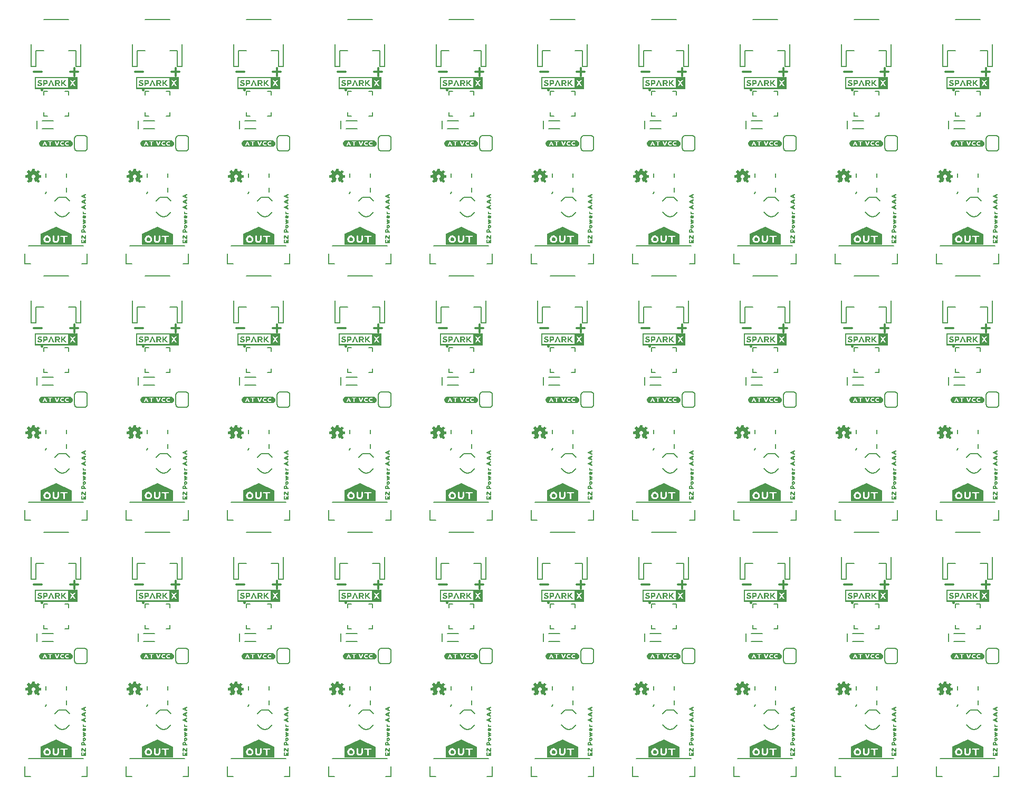
<source format=gto>
G04 EAGLE Gerber RS-274X export*
G75*
%MOMM*%
%FSLAX34Y34*%
%LPD*%
%INSilkscreen Top*%
%IPPOS*%
%AMOC8*
5,1,8,0,0,1.08239X$1,22.5*%
G01*
%ADD10C,0.304800*%
%ADD11C,0.152400*%
%ADD12C,0.203200*%
%ADD13C,0.250000*%

G36*
X87677Y1113175D02*
X87677Y1113175D01*
X87672Y1113183D01*
X87679Y1113189D01*
X87679Y1132171D01*
X87643Y1132219D01*
X87636Y1132213D01*
X87630Y1132221D01*
X19050Y1132221D01*
X19003Y1132185D01*
X19008Y1132177D01*
X19001Y1132171D01*
X19001Y1113189D01*
X19037Y1113141D01*
X19044Y1113147D01*
X19050Y1113139D01*
X87630Y1113139D01*
X87677Y1113175D01*
G37*
G36*
X900477Y1113175D02*
X900477Y1113175D01*
X900472Y1113183D01*
X900479Y1113189D01*
X900479Y1132171D01*
X900443Y1132219D01*
X900436Y1132213D01*
X900430Y1132221D01*
X831850Y1132221D01*
X831803Y1132185D01*
X831808Y1132177D01*
X831801Y1132171D01*
X831801Y1113189D01*
X831837Y1113141D01*
X831844Y1113147D01*
X831850Y1113139D01*
X900430Y1113139D01*
X900477Y1113175D01*
G37*
G36*
X737917Y1113175D02*
X737917Y1113175D01*
X737912Y1113183D01*
X737919Y1113189D01*
X737919Y1132171D01*
X737883Y1132219D01*
X737876Y1132213D01*
X737870Y1132221D01*
X669290Y1132221D01*
X669243Y1132185D01*
X669248Y1132177D01*
X669241Y1132171D01*
X669241Y1113189D01*
X669277Y1113141D01*
X669284Y1113147D01*
X669290Y1113139D01*
X737870Y1113139D01*
X737917Y1113175D01*
G37*
G36*
X575357Y1113175D02*
X575357Y1113175D01*
X575352Y1113183D01*
X575359Y1113189D01*
X575359Y1132171D01*
X575323Y1132219D01*
X575316Y1132213D01*
X575310Y1132221D01*
X506730Y1132221D01*
X506683Y1132185D01*
X506688Y1132177D01*
X506681Y1132171D01*
X506681Y1113189D01*
X506717Y1113141D01*
X506724Y1113147D01*
X506730Y1113139D01*
X575310Y1113139D01*
X575357Y1113175D01*
G37*
G36*
X412797Y1113175D02*
X412797Y1113175D01*
X412792Y1113183D01*
X412799Y1113189D01*
X412799Y1132171D01*
X412763Y1132219D01*
X412756Y1132213D01*
X412750Y1132221D01*
X344170Y1132221D01*
X344123Y1132185D01*
X344128Y1132177D01*
X344121Y1132171D01*
X344121Y1113189D01*
X344157Y1113141D01*
X344164Y1113147D01*
X344170Y1113139D01*
X412750Y1113139D01*
X412797Y1113175D01*
G37*
G36*
X250237Y1113175D02*
X250237Y1113175D01*
X250232Y1113183D01*
X250239Y1113189D01*
X250239Y1132171D01*
X250203Y1132219D01*
X250196Y1132213D01*
X250190Y1132221D01*
X181610Y1132221D01*
X181563Y1132185D01*
X181568Y1132177D01*
X181561Y1132171D01*
X181561Y1113189D01*
X181597Y1113141D01*
X181604Y1113147D01*
X181610Y1113139D01*
X250190Y1113139D01*
X250237Y1113175D01*
G37*
G36*
X1550717Y1113175D02*
X1550717Y1113175D01*
X1550712Y1113183D01*
X1550719Y1113189D01*
X1550719Y1132171D01*
X1550683Y1132219D01*
X1550676Y1132213D01*
X1550670Y1132221D01*
X1482090Y1132221D01*
X1482043Y1132185D01*
X1482048Y1132177D01*
X1482041Y1132171D01*
X1482041Y1113189D01*
X1482077Y1113141D01*
X1482084Y1113147D01*
X1482090Y1113139D01*
X1550670Y1113139D01*
X1550717Y1113175D01*
G37*
G36*
X1225597Y1113175D02*
X1225597Y1113175D01*
X1225592Y1113183D01*
X1225599Y1113189D01*
X1225599Y1132171D01*
X1225563Y1132219D01*
X1225556Y1132213D01*
X1225550Y1132221D01*
X1156970Y1132221D01*
X1156923Y1132185D01*
X1156928Y1132177D01*
X1156921Y1132171D01*
X1156921Y1113189D01*
X1156957Y1113141D01*
X1156964Y1113147D01*
X1156970Y1113139D01*
X1225550Y1113139D01*
X1225597Y1113175D01*
G37*
G36*
X1063037Y1113175D02*
X1063037Y1113175D01*
X1063032Y1113183D01*
X1063039Y1113189D01*
X1063039Y1132171D01*
X1063003Y1132219D01*
X1062996Y1132213D01*
X1062990Y1132221D01*
X994410Y1132221D01*
X994363Y1132185D01*
X994368Y1132177D01*
X994361Y1132171D01*
X994361Y1113189D01*
X994397Y1113141D01*
X994404Y1113147D01*
X994410Y1113139D01*
X1062990Y1113139D01*
X1063037Y1113175D01*
G37*
G36*
X1388157Y1113175D02*
X1388157Y1113175D01*
X1388152Y1113183D01*
X1388159Y1113189D01*
X1388159Y1132171D01*
X1388123Y1132219D01*
X1388116Y1132213D01*
X1388110Y1132221D01*
X1319530Y1132221D01*
X1319483Y1132185D01*
X1319488Y1132177D01*
X1319481Y1132171D01*
X1319481Y1113189D01*
X1319517Y1113141D01*
X1319524Y1113147D01*
X1319530Y1113139D01*
X1388110Y1113139D01*
X1388157Y1113175D01*
G37*
G36*
X250237Y290215D02*
X250237Y290215D01*
X250232Y290223D01*
X250239Y290229D01*
X250239Y309211D01*
X250203Y309259D01*
X250196Y309253D01*
X250190Y309261D01*
X181610Y309261D01*
X181563Y309225D01*
X181568Y309217D01*
X181561Y309211D01*
X181561Y290229D01*
X181597Y290181D01*
X181604Y290187D01*
X181610Y290179D01*
X250190Y290179D01*
X250237Y290215D01*
G37*
G36*
X87677Y701695D02*
X87677Y701695D01*
X87672Y701703D01*
X87679Y701709D01*
X87679Y720691D01*
X87643Y720739D01*
X87636Y720733D01*
X87630Y720741D01*
X19050Y720741D01*
X19003Y720705D01*
X19008Y720697D01*
X19001Y720691D01*
X19001Y701709D01*
X19037Y701661D01*
X19044Y701667D01*
X19050Y701659D01*
X87630Y701659D01*
X87677Y701695D01*
G37*
G36*
X575357Y701695D02*
X575357Y701695D01*
X575352Y701703D01*
X575359Y701709D01*
X575359Y720691D01*
X575323Y720739D01*
X575316Y720733D01*
X575310Y720741D01*
X506730Y720741D01*
X506683Y720705D01*
X506688Y720697D01*
X506681Y720691D01*
X506681Y701709D01*
X506717Y701661D01*
X506724Y701667D01*
X506730Y701659D01*
X575310Y701659D01*
X575357Y701695D01*
G37*
G36*
X1388157Y701695D02*
X1388157Y701695D01*
X1388152Y701703D01*
X1388159Y701709D01*
X1388159Y720691D01*
X1388123Y720739D01*
X1388116Y720733D01*
X1388110Y720741D01*
X1319530Y720741D01*
X1319483Y720705D01*
X1319488Y720697D01*
X1319481Y720691D01*
X1319481Y701709D01*
X1319517Y701661D01*
X1319524Y701667D01*
X1319530Y701659D01*
X1388110Y701659D01*
X1388157Y701695D01*
G37*
G36*
X412797Y701695D02*
X412797Y701695D01*
X412792Y701703D01*
X412799Y701709D01*
X412799Y720691D01*
X412763Y720739D01*
X412756Y720733D01*
X412750Y720741D01*
X344170Y720741D01*
X344123Y720705D01*
X344128Y720697D01*
X344121Y720691D01*
X344121Y701709D01*
X344157Y701661D01*
X344164Y701667D01*
X344170Y701659D01*
X412750Y701659D01*
X412797Y701695D01*
G37*
G36*
X1225597Y701695D02*
X1225597Y701695D01*
X1225592Y701703D01*
X1225599Y701709D01*
X1225599Y720691D01*
X1225563Y720739D01*
X1225556Y720733D01*
X1225550Y720741D01*
X1156970Y720741D01*
X1156923Y720705D01*
X1156928Y720697D01*
X1156921Y720691D01*
X1156921Y701709D01*
X1156957Y701661D01*
X1156964Y701667D01*
X1156970Y701659D01*
X1225550Y701659D01*
X1225597Y701695D01*
G37*
G36*
X87643Y309259D02*
X87643Y309259D01*
X87636Y309253D01*
X87630Y309261D01*
X19050Y309261D01*
X19003Y309225D01*
X19008Y309217D01*
X19001Y309211D01*
X19001Y290229D01*
X19037Y290181D01*
X19044Y290187D01*
X19050Y290179D01*
X87630Y290179D01*
X87677Y290215D01*
X87672Y290223D01*
X87679Y290229D01*
X87679Y309211D01*
X87643Y309259D01*
G37*
G36*
X1063037Y701695D02*
X1063037Y701695D01*
X1063032Y701703D01*
X1063039Y701709D01*
X1063039Y720691D01*
X1063003Y720739D01*
X1062996Y720733D01*
X1062990Y720741D01*
X994410Y720741D01*
X994363Y720705D01*
X994368Y720697D01*
X994361Y720691D01*
X994361Y701709D01*
X994397Y701661D01*
X994404Y701667D01*
X994410Y701659D01*
X1062990Y701659D01*
X1063037Y701695D01*
G37*
G36*
X737917Y701695D02*
X737917Y701695D01*
X737912Y701703D01*
X737919Y701709D01*
X737919Y720691D01*
X737883Y720739D01*
X737876Y720733D01*
X737870Y720741D01*
X669290Y720741D01*
X669243Y720705D01*
X669248Y720697D01*
X669241Y720691D01*
X669241Y701709D01*
X669277Y701661D01*
X669284Y701667D01*
X669290Y701659D01*
X737870Y701659D01*
X737917Y701695D01*
G37*
G36*
X250237Y701695D02*
X250237Y701695D01*
X250232Y701703D01*
X250239Y701709D01*
X250239Y720691D01*
X250203Y720739D01*
X250196Y720733D01*
X250190Y720741D01*
X181610Y720741D01*
X181563Y720705D01*
X181568Y720697D01*
X181561Y720691D01*
X181561Y701709D01*
X181597Y701661D01*
X181604Y701667D01*
X181610Y701659D01*
X250190Y701659D01*
X250237Y701695D01*
G37*
G36*
X900477Y701695D02*
X900477Y701695D01*
X900472Y701703D01*
X900479Y701709D01*
X900479Y720691D01*
X900443Y720739D01*
X900436Y720733D01*
X900430Y720741D01*
X831850Y720741D01*
X831803Y720705D01*
X831808Y720697D01*
X831801Y720691D01*
X831801Y701709D01*
X831837Y701661D01*
X831844Y701667D01*
X831850Y701659D01*
X900430Y701659D01*
X900477Y701695D01*
G37*
G36*
X1388157Y290215D02*
X1388157Y290215D01*
X1388152Y290223D01*
X1388159Y290229D01*
X1388159Y309211D01*
X1388123Y309259D01*
X1388116Y309253D01*
X1388110Y309261D01*
X1319530Y309261D01*
X1319483Y309225D01*
X1319488Y309217D01*
X1319481Y309211D01*
X1319481Y290229D01*
X1319517Y290181D01*
X1319524Y290187D01*
X1319530Y290179D01*
X1388110Y290179D01*
X1388157Y290215D01*
G37*
G36*
X900477Y290215D02*
X900477Y290215D01*
X900472Y290223D01*
X900479Y290229D01*
X900479Y309211D01*
X900443Y309259D01*
X900436Y309253D01*
X900430Y309261D01*
X831850Y309261D01*
X831803Y309225D01*
X831808Y309217D01*
X831801Y309211D01*
X831801Y290229D01*
X831837Y290181D01*
X831844Y290187D01*
X831850Y290179D01*
X900430Y290179D01*
X900477Y290215D01*
G37*
G36*
X575357Y290215D02*
X575357Y290215D01*
X575352Y290223D01*
X575359Y290229D01*
X575359Y309211D01*
X575323Y309259D01*
X575316Y309253D01*
X575310Y309261D01*
X506730Y309261D01*
X506683Y309225D01*
X506688Y309217D01*
X506681Y309211D01*
X506681Y290229D01*
X506717Y290181D01*
X506724Y290187D01*
X506730Y290179D01*
X575310Y290179D01*
X575357Y290215D01*
G37*
G36*
X1550717Y290215D02*
X1550717Y290215D01*
X1550712Y290223D01*
X1550719Y290229D01*
X1550719Y309211D01*
X1550683Y309259D01*
X1550676Y309253D01*
X1550670Y309261D01*
X1482090Y309261D01*
X1482043Y309225D01*
X1482048Y309217D01*
X1482041Y309211D01*
X1482041Y290229D01*
X1482077Y290181D01*
X1482084Y290187D01*
X1482090Y290179D01*
X1550670Y290179D01*
X1550717Y290215D01*
G37*
G36*
X1063037Y290215D02*
X1063037Y290215D01*
X1063032Y290223D01*
X1063039Y290229D01*
X1063039Y309211D01*
X1063003Y309259D01*
X1062996Y309253D01*
X1062990Y309261D01*
X994410Y309261D01*
X994363Y309225D01*
X994368Y309217D01*
X994361Y309211D01*
X994361Y290229D01*
X994397Y290181D01*
X994404Y290187D01*
X994410Y290179D01*
X1062990Y290179D01*
X1063037Y290215D01*
G37*
G36*
X737917Y290215D02*
X737917Y290215D01*
X737912Y290223D01*
X737919Y290229D01*
X737919Y309211D01*
X737883Y309259D01*
X737876Y309253D01*
X737870Y309261D01*
X669290Y309261D01*
X669243Y309225D01*
X669248Y309217D01*
X669241Y309211D01*
X669241Y290229D01*
X669277Y290181D01*
X669284Y290187D01*
X669290Y290179D01*
X737870Y290179D01*
X737917Y290215D01*
G37*
G36*
X1550717Y701695D02*
X1550717Y701695D01*
X1550712Y701703D01*
X1550719Y701709D01*
X1550719Y720691D01*
X1550683Y720739D01*
X1550676Y720733D01*
X1550670Y720741D01*
X1482090Y720741D01*
X1482043Y720705D01*
X1482048Y720697D01*
X1482041Y720691D01*
X1482041Y701709D01*
X1482077Y701661D01*
X1482084Y701667D01*
X1482090Y701659D01*
X1550670Y701659D01*
X1550717Y701695D01*
G37*
G36*
X412797Y290215D02*
X412797Y290215D01*
X412792Y290223D01*
X412799Y290229D01*
X412799Y309211D01*
X412763Y309259D01*
X412756Y309253D01*
X412750Y309261D01*
X344170Y309261D01*
X344123Y309225D01*
X344128Y309217D01*
X344121Y309211D01*
X344121Y290229D01*
X344157Y290181D01*
X344164Y290187D01*
X344170Y290179D01*
X412750Y290179D01*
X412797Y290215D01*
G37*
G36*
X1225597Y290215D02*
X1225597Y290215D01*
X1225592Y290223D01*
X1225599Y290229D01*
X1225599Y309211D01*
X1225563Y309259D01*
X1225556Y309253D01*
X1225550Y309261D01*
X1156970Y309261D01*
X1156923Y309225D01*
X1156928Y309217D01*
X1156921Y309211D01*
X1156921Y290229D01*
X1156957Y290181D01*
X1156964Y290187D01*
X1156970Y290179D01*
X1225550Y290179D01*
X1225597Y290215D01*
G37*
G36*
X1215907Y863341D02*
X1215907Y863341D01*
X1216107Y864041D01*
X1216104Y864051D01*
X1216109Y864055D01*
X1216109Y879240D01*
X1216123Y879270D01*
X1216131Y879340D01*
X1216148Y879409D01*
X1216144Y879462D01*
X1216150Y879514D01*
X1216135Y879584D01*
X1216130Y879654D01*
X1216109Y879703D01*
X1216109Y880055D01*
X1216084Y880088D01*
X1216082Y880099D01*
X1215482Y880399D01*
X1215466Y880396D01*
X1215460Y880404D01*
X1215234Y880404D01*
X1191600Y892221D01*
X1191579Y892227D01*
X1191561Y892239D01*
X1191462Y892264D01*
X1191366Y892294D01*
X1191344Y892293D01*
X1191322Y892299D01*
X1191221Y892291D01*
X1191120Y892288D01*
X1191099Y892281D01*
X1191077Y892279D01*
X1190920Y892221D01*
X1167286Y880404D01*
X1166860Y880404D01*
X1166839Y880388D01*
X1166825Y880390D01*
X1166425Y879990D01*
X1166423Y879973D01*
X1166413Y879966D01*
X1166417Y879960D01*
X1166411Y879955D01*
X1166411Y879710D01*
X1166397Y879680D01*
X1166391Y879627D01*
X1166376Y879576D01*
X1166378Y879506D01*
X1166370Y879436D01*
X1166381Y879384D01*
X1166383Y879331D01*
X1166407Y879264D01*
X1166411Y879247D01*
X1166411Y863855D01*
X1166422Y863840D01*
X1166418Y863830D01*
X1166718Y863330D01*
X1166752Y863316D01*
X1166760Y863306D01*
X1215860Y863306D01*
X1215907Y863341D01*
G37*
G36*
X240547Y863341D02*
X240547Y863341D01*
X240747Y864041D01*
X240744Y864051D01*
X240749Y864055D01*
X240749Y879240D01*
X240763Y879270D01*
X240771Y879340D01*
X240788Y879409D01*
X240784Y879462D01*
X240790Y879514D01*
X240775Y879584D01*
X240770Y879654D01*
X240749Y879703D01*
X240749Y880055D01*
X240724Y880088D01*
X240722Y880099D01*
X240122Y880399D01*
X240106Y880396D01*
X240100Y880404D01*
X239874Y880404D01*
X216240Y892221D01*
X216219Y892227D01*
X216201Y892239D01*
X216102Y892264D01*
X216006Y892294D01*
X215984Y892293D01*
X215962Y892299D01*
X215861Y892291D01*
X215760Y892288D01*
X215739Y892281D01*
X215717Y892279D01*
X215560Y892221D01*
X191926Y880404D01*
X191500Y880404D01*
X191479Y880388D01*
X191465Y880390D01*
X191065Y879990D01*
X191063Y879973D01*
X191053Y879966D01*
X191057Y879960D01*
X191051Y879955D01*
X191051Y879710D01*
X191037Y879680D01*
X191031Y879627D01*
X191016Y879576D01*
X191018Y879506D01*
X191010Y879436D01*
X191021Y879384D01*
X191023Y879331D01*
X191047Y879264D01*
X191051Y879247D01*
X191051Y863855D01*
X191062Y863840D01*
X191058Y863830D01*
X191358Y863330D01*
X191392Y863316D01*
X191400Y863306D01*
X240500Y863306D01*
X240547Y863341D01*
G37*
G36*
X77987Y863341D02*
X77987Y863341D01*
X78187Y864041D01*
X78184Y864051D01*
X78189Y864055D01*
X78189Y879240D01*
X78203Y879270D01*
X78211Y879340D01*
X78228Y879409D01*
X78224Y879462D01*
X78230Y879514D01*
X78215Y879584D01*
X78210Y879654D01*
X78189Y879703D01*
X78189Y880055D01*
X78164Y880088D01*
X78162Y880099D01*
X77562Y880399D01*
X77546Y880396D01*
X77540Y880404D01*
X77314Y880404D01*
X53680Y892221D01*
X53659Y892227D01*
X53641Y892239D01*
X53542Y892264D01*
X53446Y892294D01*
X53424Y892293D01*
X53402Y892299D01*
X53301Y892291D01*
X53200Y892288D01*
X53179Y892281D01*
X53157Y892279D01*
X53000Y892221D01*
X29366Y880404D01*
X28940Y880404D01*
X28919Y880388D01*
X28905Y880390D01*
X28505Y879990D01*
X28503Y879973D01*
X28493Y879966D01*
X28497Y879960D01*
X28491Y879955D01*
X28491Y879710D01*
X28477Y879680D01*
X28471Y879627D01*
X28456Y879576D01*
X28458Y879506D01*
X28450Y879436D01*
X28461Y879384D01*
X28463Y879331D01*
X28487Y879264D01*
X28491Y879247D01*
X28491Y863855D01*
X28502Y863840D01*
X28498Y863830D01*
X28798Y863330D01*
X28832Y863316D01*
X28840Y863306D01*
X77940Y863306D01*
X77987Y863341D01*
G37*
G36*
X1215907Y40381D02*
X1215907Y40381D01*
X1216107Y41081D01*
X1216104Y41091D01*
X1216109Y41095D01*
X1216109Y56280D01*
X1216123Y56310D01*
X1216131Y56380D01*
X1216148Y56449D01*
X1216144Y56502D01*
X1216150Y56554D01*
X1216135Y56624D01*
X1216130Y56694D01*
X1216109Y56743D01*
X1216109Y57095D01*
X1216084Y57128D01*
X1216082Y57139D01*
X1215482Y57439D01*
X1215466Y57436D01*
X1215460Y57444D01*
X1215234Y57444D01*
X1191600Y69261D01*
X1191579Y69267D01*
X1191561Y69279D01*
X1191462Y69304D01*
X1191366Y69334D01*
X1191344Y69333D01*
X1191322Y69339D01*
X1191221Y69331D01*
X1191120Y69328D01*
X1191099Y69321D01*
X1191077Y69319D01*
X1190920Y69261D01*
X1167286Y57444D01*
X1166860Y57444D01*
X1166839Y57428D01*
X1166825Y57430D01*
X1166425Y57030D01*
X1166423Y57013D01*
X1166413Y57006D01*
X1166417Y57000D01*
X1166411Y56995D01*
X1166411Y56750D01*
X1166397Y56720D01*
X1166391Y56667D01*
X1166376Y56616D01*
X1166378Y56546D01*
X1166370Y56476D01*
X1166381Y56424D01*
X1166383Y56371D01*
X1166407Y56304D01*
X1166411Y56287D01*
X1166411Y40895D01*
X1166422Y40880D01*
X1166418Y40870D01*
X1166718Y40370D01*
X1166752Y40356D01*
X1166760Y40346D01*
X1215860Y40346D01*
X1215907Y40381D01*
G37*
G36*
X403107Y40381D02*
X403107Y40381D01*
X403307Y41081D01*
X403304Y41091D01*
X403309Y41095D01*
X403309Y56280D01*
X403323Y56310D01*
X403331Y56380D01*
X403348Y56449D01*
X403344Y56502D01*
X403350Y56554D01*
X403335Y56624D01*
X403330Y56694D01*
X403309Y56743D01*
X403309Y57095D01*
X403284Y57128D01*
X403282Y57139D01*
X402682Y57439D01*
X402666Y57436D01*
X402660Y57444D01*
X402434Y57444D01*
X378800Y69261D01*
X378779Y69267D01*
X378761Y69279D01*
X378662Y69304D01*
X378566Y69334D01*
X378544Y69333D01*
X378522Y69339D01*
X378421Y69331D01*
X378320Y69328D01*
X378299Y69321D01*
X378277Y69319D01*
X378120Y69261D01*
X354486Y57444D01*
X354060Y57444D01*
X354039Y57428D01*
X354025Y57430D01*
X353625Y57030D01*
X353623Y57013D01*
X353613Y57006D01*
X353617Y57000D01*
X353611Y56995D01*
X353611Y56750D01*
X353597Y56720D01*
X353591Y56667D01*
X353576Y56616D01*
X353578Y56546D01*
X353570Y56476D01*
X353581Y56424D01*
X353583Y56371D01*
X353607Y56304D01*
X353611Y56287D01*
X353611Y40895D01*
X353622Y40880D01*
X353618Y40870D01*
X353918Y40370D01*
X353952Y40356D01*
X353960Y40346D01*
X403060Y40346D01*
X403107Y40381D01*
G37*
G36*
X728227Y863341D02*
X728227Y863341D01*
X728427Y864041D01*
X728424Y864051D01*
X728429Y864055D01*
X728429Y879240D01*
X728443Y879270D01*
X728451Y879340D01*
X728468Y879409D01*
X728464Y879462D01*
X728470Y879514D01*
X728455Y879584D01*
X728450Y879654D01*
X728429Y879703D01*
X728429Y880055D01*
X728404Y880088D01*
X728402Y880099D01*
X727802Y880399D01*
X727786Y880396D01*
X727780Y880404D01*
X727554Y880404D01*
X703920Y892221D01*
X703899Y892227D01*
X703881Y892239D01*
X703782Y892264D01*
X703686Y892294D01*
X703664Y892293D01*
X703642Y892299D01*
X703541Y892291D01*
X703440Y892288D01*
X703419Y892281D01*
X703397Y892279D01*
X703240Y892221D01*
X679606Y880404D01*
X679180Y880404D01*
X679159Y880388D01*
X679145Y880390D01*
X678745Y879990D01*
X678743Y879973D01*
X678733Y879966D01*
X678737Y879960D01*
X678731Y879955D01*
X678731Y879710D01*
X678717Y879680D01*
X678711Y879627D01*
X678696Y879576D01*
X678698Y879506D01*
X678690Y879436D01*
X678701Y879384D01*
X678703Y879331D01*
X678727Y879264D01*
X678731Y879247D01*
X678731Y863855D01*
X678742Y863840D01*
X678738Y863830D01*
X679038Y863330D01*
X679072Y863316D01*
X679080Y863306D01*
X728180Y863306D01*
X728227Y863341D01*
G37*
G36*
X1541027Y40381D02*
X1541027Y40381D01*
X1541227Y41081D01*
X1541224Y41091D01*
X1541229Y41095D01*
X1541229Y56280D01*
X1541243Y56310D01*
X1541251Y56380D01*
X1541268Y56449D01*
X1541264Y56502D01*
X1541270Y56554D01*
X1541255Y56624D01*
X1541250Y56694D01*
X1541229Y56743D01*
X1541229Y57095D01*
X1541204Y57128D01*
X1541202Y57139D01*
X1540602Y57439D01*
X1540586Y57436D01*
X1540580Y57444D01*
X1540354Y57444D01*
X1516720Y69261D01*
X1516699Y69267D01*
X1516681Y69279D01*
X1516582Y69304D01*
X1516486Y69334D01*
X1516464Y69333D01*
X1516442Y69339D01*
X1516341Y69331D01*
X1516240Y69328D01*
X1516219Y69321D01*
X1516197Y69319D01*
X1516040Y69261D01*
X1492406Y57444D01*
X1491980Y57444D01*
X1491959Y57428D01*
X1491945Y57430D01*
X1491545Y57030D01*
X1491543Y57013D01*
X1491533Y57006D01*
X1491537Y57000D01*
X1491531Y56995D01*
X1491531Y56750D01*
X1491517Y56720D01*
X1491511Y56667D01*
X1491496Y56616D01*
X1491498Y56546D01*
X1491490Y56476D01*
X1491501Y56424D01*
X1491503Y56371D01*
X1491527Y56304D01*
X1491531Y56287D01*
X1491531Y40895D01*
X1491542Y40880D01*
X1491538Y40870D01*
X1491838Y40370D01*
X1491872Y40356D01*
X1491880Y40346D01*
X1540980Y40346D01*
X1541027Y40381D01*
G37*
G36*
X1378467Y40381D02*
X1378467Y40381D01*
X1378667Y41081D01*
X1378664Y41091D01*
X1378669Y41095D01*
X1378669Y56280D01*
X1378683Y56310D01*
X1378691Y56380D01*
X1378708Y56449D01*
X1378704Y56502D01*
X1378710Y56554D01*
X1378695Y56624D01*
X1378690Y56694D01*
X1378669Y56743D01*
X1378669Y57095D01*
X1378644Y57128D01*
X1378642Y57139D01*
X1378042Y57439D01*
X1378026Y57436D01*
X1378020Y57444D01*
X1377794Y57444D01*
X1354160Y69261D01*
X1354139Y69267D01*
X1354121Y69279D01*
X1354022Y69304D01*
X1353926Y69334D01*
X1353904Y69333D01*
X1353882Y69339D01*
X1353781Y69331D01*
X1353680Y69328D01*
X1353659Y69321D01*
X1353637Y69319D01*
X1353480Y69261D01*
X1329846Y57444D01*
X1329420Y57444D01*
X1329399Y57428D01*
X1329385Y57430D01*
X1328985Y57030D01*
X1328983Y57013D01*
X1328973Y57006D01*
X1328977Y57000D01*
X1328971Y56995D01*
X1328971Y56750D01*
X1328957Y56720D01*
X1328951Y56667D01*
X1328936Y56616D01*
X1328938Y56546D01*
X1328930Y56476D01*
X1328941Y56424D01*
X1328943Y56371D01*
X1328967Y56304D01*
X1328971Y56287D01*
X1328971Y40895D01*
X1328982Y40880D01*
X1328978Y40870D01*
X1329278Y40370D01*
X1329312Y40356D01*
X1329320Y40346D01*
X1378420Y40346D01*
X1378467Y40381D01*
G37*
G36*
X240547Y40381D02*
X240547Y40381D01*
X240747Y41081D01*
X240744Y41091D01*
X240749Y41095D01*
X240749Y56280D01*
X240763Y56310D01*
X240771Y56380D01*
X240788Y56449D01*
X240784Y56502D01*
X240790Y56554D01*
X240775Y56624D01*
X240770Y56694D01*
X240749Y56743D01*
X240749Y57095D01*
X240724Y57128D01*
X240722Y57139D01*
X240122Y57439D01*
X240106Y57436D01*
X240100Y57444D01*
X239874Y57444D01*
X216240Y69261D01*
X216219Y69267D01*
X216201Y69279D01*
X216102Y69304D01*
X216006Y69334D01*
X215984Y69333D01*
X215962Y69339D01*
X215861Y69331D01*
X215760Y69328D01*
X215739Y69321D01*
X215717Y69319D01*
X215560Y69261D01*
X191926Y57444D01*
X191500Y57444D01*
X191479Y57428D01*
X191465Y57430D01*
X191065Y57030D01*
X191063Y57013D01*
X191053Y57006D01*
X191057Y57000D01*
X191051Y56995D01*
X191051Y56750D01*
X191037Y56720D01*
X191031Y56667D01*
X191016Y56616D01*
X191018Y56546D01*
X191010Y56476D01*
X191021Y56424D01*
X191023Y56371D01*
X191047Y56304D01*
X191051Y56287D01*
X191051Y40895D01*
X191062Y40880D01*
X191058Y40870D01*
X191358Y40370D01*
X191392Y40356D01*
X191400Y40346D01*
X240500Y40346D01*
X240547Y40381D01*
G37*
G36*
X728227Y40381D02*
X728227Y40381D01*
X728427Y41081D01*
X728424Y41091D01*
X728429Y41095D01*
X728429Y56280D01*
X728443Y56310D01*
X728451Y56380D01*
X728468Y56449D01*
X728464Y56502D01*
X728470Y56554D01*
X728455Y56624D01*
X728450Y56694D01*
X728429Y56743D01*
X728429Y57095D01*
X728404Y57128D01*
X728402Y57139D01*
X727802Y57439D01*
X727786Y57436D01*
X727780Y57444D01*
X727554Y57444D01*
X703920Y69261D01*
X703899Y69267D01*
X703881Y69279D01*
X703782Y69304D01*
X703686Y69334D01*
X703664Y69333D01*
X703642Y69339D01*
X703541Y69331D01*
X703440Y69328D01*
X703419Y69321D01*
X703397Y69319D01*
X703240Y69261D01*
X679606Y57444D01*
X679180Y57444D01*
X679159Y57428D01*
X679145Y57430D01*
X678745Y57030D01*
X678743Y57013D01*
X678733Y57006D01*
X678737Y57000D01*
X678731Y56995D01*
X678731Y56750D01*
X678717Y56720D01*
X678711Y56667D01*
X678696Y56616D01*
X678698Y56546D01*
X678690Y56476D01*
X678701Y56424D01*
X678703Y56371D01*
X678727Y56304D01*
X678731Y56287D01*
X678731Y40895D01*
X678742Y40880D01*
X678738Y40870D01*
X679038Y40370D01*
X679072Y40356D01*
X679080Y40346D01*
X728180Y40346D01*
X728227Y40381D01*
G37*
G36*
X77987Y40381D02*
X77987Y40381D01*
X78187Y41081D01*
X78184Y41091D01*
X78189Y41095D01*
X78189Y56280D01*
X78203Y56310D01*
X78211Y56380D01*
X78228Y56449D01*
X78224Y56502D01*
X78230Y56554D01*
X78215Y56624D01*
X78210Y56694D01*
X78189Y56743D01*
X78189Y57095D01*
X78164Y57128D01*
X78162Y57139D01*
X77562Y57439D01*
X77546Y57436D01*
X77540Y57444D01*
X77314Y57444D01*
X53680Y69261D01*
X53659Y69267D01*
X53641Y69279D01*
X53542Y69304D01*
X53446Y69334D01*
X53424Y69333D01*
X53402Y69339D01*
X53301Y69331D01*
X53200Y69328D01*
X53179Y69321D01*
X53157Y69319D01*
X53000Y69261D01*
X29366Y57444D01*
X28940Y57444D01*
X28919Y57428D01*
X28905Y57430D01*
X28505Y57030D01*
X28503Y57013D01*
X28493Y57006D01*
X28497Y57000D01*
X28491Y56995D01*
X28491Y56750D01*
X28477Y56720D01*
X28471Y56667D01*
X28456Y56616D01*
X28458Y56546D01*
X28450Y56476D01*
X28461Y56424D01*
X28463Y56371D01*
X28487Y56304D01*
X28491Y56287D01*
X28491Y40895D01*
X28502Y40880D01*
X28498Y40870D01*
X28798Y40370D01*
X28832Y40356D01*
X28840Y40346D01*
X77940Y40346D01*
X77987Y40381D01*
G37*
G36*
X1053347Y40381D02*
X1053347Y40381D01*
X1053547Y41081D01*
X1053544Y41091D01*
X1053549Y41095D01*
X1053549Y56280D01*
X1053563Y56310D01*
X1053571Y56380D01*
X1053588Y56449D01*
X1053584Y56502D01*
X1053590Y56554D01*
X1053575Y56624D01*
X1053570Y56694D01*
X1053549Y56743D01*
X1053549Y57095D01*
X1053524Y57128D01*
X1053522Y57139D01*
X1052922Y57439D01*
X1052906Y57436D01*
X1052900Y57444D01*
X1052674Y57444D01*
X1029040Y69261D01*
X1029019Y69267D01*
X1029001Y69279D01*
X1028902Y69304D01*
X1028806Y69334D01*
X1028784Y69333D01*
X1028762Y69339D01*
X1028661Y69331D01*
X1028560Y69328D01*
X1028539Y69321D01*
X1028517Y69319D01*
X1028360Y69261D01*
X1004726Y57444D01*
X1004300Y57444D01*
X1004279Y57428D01*
X1004265Y57430D01*
X1003865Y57030D01*
X1003863Y57013D01*
X1003853Y57006D01*
X1003857Y57000D01*
X1003851Y56995D01*
X1003851Y56750D01*
X1003837Y56720D01*
X1003831Y56667D01*
X1003816Y56616D01*
X1003818Y56546D01*
X1003810Y56476D01*
X1003821Y56424D01*
X1003823Y56371D01*
X1003847Y56304D01*
X1003851Y56287D01*
X1003851Y40895D01*
X1003862Y40880D01*
X1003858Y40870D01*
X1004158Y40370D01*
X1004192Y40356D01*
X1004200Y40346D01*
X1053300Y40346D01*
X1053347Y40381D01*
G37*
G36*
X565667Y40381D02*
X565667Y40381D01*
X565867Y41081D01*
X565864Y41091D01*
X565869Y41095D01*
X565869Y56280D01*
X565883Y56310D01*
X565891Y56380D01*
X565908Y56449D01*
X565904Y56502D01*
X565910Y56554D01*
X565895Y56624D01*
X565890Y56694D01*
X565869Y56743D01*
X565869Y57095D01*
X565844Y57128D01*
X565842Y57139D01*
X565242Y57439D01*
X565226Y57436D01*
X565220Y57444D01*
X564994Y57444D01*
X541360Y69261D01*
X541339Y69267D01*
X541321Y69279D01*
X541222Y69304D01*
X541126Y69334D01*
X541104Y69333D01*
X541082Y69339D01*
X540981Y69331D01*
X540880Y69328D01*
X540859Y69321D01*
X540837Y69319D01*
X540680Y69261D01*
X517046Y57444D01*
X516620Y57444D01*
X516599Y57428D01*
X516585Y57430D01*
X516185Y57030D01*
X516183Y57013D01*
X516173Y57006D01*
X516177Y57000D01*
X516171Y56995D01*
X516171Y56750D01*
X516157Y56720D01*
X516151Y56667D01*
X516136Y56616D01*
X516138Y56546D01*
X516130Y56476D01*
X516141Y56424D01*
X516143Y56371D01*
X516167Y56304D01*
X516171Y56287D01*
X516171Y40895D01*
X516182Y40880D01*
X516178Y40870D01*
X516478Y40370D01*
X516512Y40356D01*
X516520Y40346D01*
X565620Y40346D01*
X565667Y40381D01*
G37*
G36*
X890787Y40381D02*
X890787Y40381D01*
X890987Y41081D01*
X890984Y41091D01*
X890989Y41095D01*
X890989Y56280D01*
X891003Y56310D01*
X891011Y56380D01*
X891028Y56449D01*
X891024Y56502D01*
X891030Y56554D01*
X891015Y56624D01*
X891010Y56694D01*
X890989Y56743D01*
X890989Y57095D01*
X890964Y57128D01*
X890962Y57139D01*
X890362Y57439D01*
X890346Y57436D01*
X890340Y57444D01*
X890114Y57444D01*
X866480Y69261D01*
X866459Y69267D01*
X866441Y69279D01*
X866342Y69304D01*
X866246Y69334D01*
X866224Y69333D01*
X866202Y69339D01*
X866101Y69331D01*
X866000Y69328D01*
X865979Y69321D01*
X865957Y69319D01*
X865800Y69261D01*
X842166Y57444D01*
X841740Y57444D01*
X841719Y57428D01*
X841705Y57430D01*
X841305Y57030D01*
X841303Y57013D01*
X841293Y57006D01*
X841297Y57000D01*
X841291Y56995D01*
X841291Y56750D01*
X841277Y56720D01*
X841271Y56667D01*
X841256Y56616D01*
X841258Y56546D01*
X841250Y56476D01*
X841261Y56424D01*
X841263Y56371D01*
X841287Y56304D01*
X841291Y56287D01*
X841291Y40895D01*
X841302Y40880D01*
X841298Y40870D01*
X841598Y40370D01*
X841632Y40356D01*
X841640Y40346D01*
X890740Y40346D01*
X890787Y40381D01*
G37*
G36*
X890787Y863341D02*
X890787Y863341D01*
X890987Y864041D01*
X890984Y864051D01*
X890989Y864055D01*
X890989Y879240D01*
X891003Y879270D01*
X891011Y879340D01*
X891028Y879409D01*
X891024Y879462D01*
X891030Y879514D01*
X891015Y879584D01*
X891010Y879654D01*
X890989Y879703D01*
X890989Y880055D01*
X890964Y880088D01*
X890962Y880099D01*
X890362Y880399D01*
X890346Y880396D01*
X890340Y880404D01*
X890114Y880404D01*
X866480Y892221D01*
X866459Y892227D01*
X866441Y892239D01*
X866342Y892264D01*
X866246Y892294D01*
X866224Y892293D01*
X866202Y892299D01*
X866101Y892291D01*
X866000Y892288D01*
X865979Y892281D01*
X865957Y892279D01*
X865800Y892221D01*
X842166Y880404D01*
X841740Y880404D01*
X841719Y880388D01*
X841705Y880390D01*
X841305Y879990D01*
X841303Y879973D01*
X841293Y879966D01*
X841297Y879960D01*
X841291Y879955D01*
X841291Y879710D01*
X841277Y879680D01*
X841271Y879627D01*
X841256Y879576D01*
X841258Y879506D01*
X841250Y879436D01*
X841261Y879384D01*
X841263Y879331D01*
X841287Y879264D01*
X841291Y879247D01*
X841291Y863855D01*
X841302Y863840D01*
X841298Y863830D01*
X841598Y863330D01*
X841632Y863316D01*
X841640Y863306D01*
X890740Y863306D01*
X890787Y863341D01*
G37*
G36*
X1053347Y863341D02*
X1053347Y863341D01*
X1053547Y864041D01*
X1053544Y864051D01*
X1053549Y864055D01*
X1053549Y879240D01*
X1053563Y879270D01*
X1053571Y879340D01*
X1053588Y879409D01*
X1053584Y879462D01*
X1053590Y879514D01*
X1053575Y879584D01*
X1053570Y879654D01*
X1053549Y879703D01*
X1053549Y880055D01*
X1053524Y880088D01*
X1053522Y880099D01*
X1052922Y880399D01*
X1052906Y880396D01*
X1052900Y880404D01*
X1052674Y880404D01*
X1029040Y892221D01*
X1029019Y892227D01*
X1029001Y892239D01*
X1028902Y892264D01*
X1028806Y892294D01*
X1028784Y892293D01*
X1028762Y892299D01*
X1028661Y892291D01*
X1028560Y892288D01*
X1028539Y892281D01*
X1028517Y892279D01*
X1028360Y892221D01*
X1004726Y880404D01*
X1004300Y880404D01*
X1004279Y880388D01*
X1004265Y880390D01*
X1003865Y879990D01*
X1003863Y879973D01*
X1003853Y879966D01*
X1003857Y879960D01*
X1003851Y879955D01*
X1003851Y879710D01*
X1003837Y879680D01*
X1003831Y879627D01*
X1003816Y879576D01*
X1003818Y879506D01*
X1003810Y879436D01*
X1003821Y879384D01*
X1003823Y879331D01*
X1003847Y879264D01*
X1003851Y879247D01*
X1003851Y863855D01*
X1003862Y863840D01*
X1003858Y863830D01*
X1004158Y863330D01*
X1004192Y863316D01*
X1004200Y863306D01*
X1053300Y863306D01*
X1053347Y863341D01*
G37*
G36*
X1378467Y863341D02*
X1378467Y863341D01*
X1378667Y864041D01*
X1378664Y864051D01*
X1378669Y864055D01*
X1378669Y879240D01*
X1378683Y879270D01*
X1378691Y879340D01*
X1378708Y879409D01*
X1378704Y879462D01*
X1378710Y879514D01*
X1378695Y879584D01*
X1378690Y879654D01*
X1378669Y879703D01*
X1378669Y880055D01*
X1378644Y880088D01*
X1378642Y880099D01*
X1378042Y880399D01*
X1378026Y880396D01*
X1378020Y880404D01*
X1377794Y880404D01*
X1354160Y892221D01*
X1354139Y892227D01*
X1354121Y892239D01*
X1354022Y892264D01*
X1353926Y892294D01*
X1353904Y892293D01*
X1353882Y892299D01*
X1353781Y892291D01*
X1353680Y892288D01*
X1353659Y892281D01*
X1353637Y892279D01*
X1353480Y892221D01*
X1329846Y880404D01*
X1329420Y880404D01*
X1329399Y880388D01*
X1329385Y880390D01*
X1328985Y879990D01*
X1328983Y879973D01*
X1328973Y879966D01*
X1328977Y879960D01*
X1328971Y879955D01*
X1328971Y879710D01*
X1328957Y879680D01*
X1328951Y879627D01*
X1328936Y879576D01*
X1328938Y879506D01*
X1328930Y879436D01*
X1328941Y879384D01*
X1328943Y879331D01*
X1328967Y879264D01*
X1328971Y879247D01*
X1328971Y863855D01*
X1328982Y863840D01*
X1328978Y863830D01*
X1329278Y863330D01*
X1329312Y863316D01*
X1329320Y863306D01*
X1378420Y863306D01*
X1378467Y863341D01*
G37*
G36*
X565667Y863341D02*
X565667Y863341D01*
X565867Y864041D01*
X565864Y864051D01*
X565869Y864055D01*
X565869Y879240D01*
X565883Y879270D01*
X565891Y879340D01*
X565908Y879409D01*
X565904Y879462D01*
X565910Y879514D01*
X565895Y879584D01*
X565890Y879654D01*
X565869Y879703D01*
X565869Y880055D01*
X565844Y880088D01*
X565842Y880099D01*
X565242Y880399D01*
X565226Y880396D01*
X565220Y880404D01*
X564994Y880404D01*
X541360Y892221D01*
X541339Y892227D01*
X541321Y892239D01*
X541222Y892264D01*
X541126Y892294D01*
X541104Y892293D01*
X541082Y892299D01*
X540981Y892291D01*
X540880Y892288D01*
X540859Y892281D01*
X540837Y892279D01*
X540680Y892221D01*
X517046Y880404D01*
X516620Y880404D01*
X516599Y880388D01*
X516585Y880390D01*
X516185Y879990D01*
X516183Y879973D01*
X516173Y879966D01*
X516177Y879960D01*
X516171Y879955D01*
X516171Y879710D01*
X516157Y879680D01*
X516151Y879627D01*
X516136Y879576D01*
X516138Y879506D01*
X516130Y879436D01*
X516141Y879384D01*
X516143Y879331D01*
X516167Y879264D01*
X516171Y879247D01*
X516171Y863855D01*
X516182Y863840D01*
X516178Y863830D01*
X516478Y863330D01*
X516512Y863316D01*
X516520Y863306D01*
X565620Y863306D01*
X565667Y863341D01*
G37*
G36*
X403107Y863341D02*
X403107Y863341D01*
X403307Y864041D01*
X403304Y864051D01*
X403309Y864055D01*
X403309Y879240D01*
X403323Y879270D01*
X403331Y879340D01*
X403348Y879409D01*
X403344Y879462D01*
X403350Y879514D01*
X403335Y879584D01*
X403330Y879654D01*
X403309Y879703D01*
X403309Y880055D01*
X403284Y880088D01*
X403282Y880099D01*
X402682Y880399D01*
X402666Y880396D01*
X402660Y880404D01*
X402434Y880404D01*
X378800Y892221D01*
X378779Y892227D01*
X378761Y892239D01*
X378662Y892264D01*
X378566Y892294D01*
X378544Y892293D01*
X378522Y892299D01*
X378421Y892291D01*
X378320Y892288D01*
X378299Y892281D01*
X378277Y892279D01*
X378120Y892221D01*
X354486Y880404D01*
X354060Y880404D01*
X354039Y880388D01*
X354025Y880390D01*
X353625Y879990D01*
X353623Y879973D01*
X353613Y879966D01*
X353617Y879960D01*
X353611Y879955D01*
X353611Y879710D01*
X353597Y879680D01*
X353591Y879627D01*
X353576Y879576D01*
X353578Y879506D01*
X353570Y879436D01*
X353581Y879384D01*
X353583Y879331D01*
X353607Y879264D01*
X353611Y879247D01*
X353611Y863855D01*
X353622Y863840D01*
X353618Y863830D01*
X353918Y863330D01*
X353952Y863316D01*
X353960Y863306D01*
X403060Y863306D01*
X403107Y863341D01*
G37*
G36*
X1541027Y863341D02*
X1541027Y863341D01*
X1541227Y864041D01*
X1541224Y864051D01*
X1541229Y864055D01*
X1541229Y879240D01*
X1541243Y879270D01*
X1541251Y879340D01*
X1541268Y879409D01*
X1541264Y879462D01*
X1541270Y879514D01*
X1541255Y879584D01*
X1541250Y879654D01*
X1541229Y879703D01*
X1541229Y880055D01*
X1541204Y880088D01*
X1541202Y880099D01*
X1540602Y880399D01*
X1540586Y880396D01*
X1540580Y880404D01*
X1540354Y880404D01*
X1516720Y892221D01*
X1516699Y892227D01*
X1516681Y892239D01*
X1516582Y892264D01*
X1516486Y892294D01*
X1516464Y892293D01*
X1516442Y892299D01*
X1516341Y892291D01*
X1516240Y892288D01*
X1516219Y892281D01*
X1516197Y892279D01*
X1516040Y892221D01*
X1492406Y880404D01*
X1491980Y880404D01*
X1491959Y880388D01*
X1491945Y880390D01*
X1491545Y879990D01*
X1491543Y879973D01*
X1491533Y879966D01*
X1491537Y879960D01*
X1491531Y879955D01*
X1491531Y879710D01*
X1491517Y879680D01*
X1491511Y879627D01*
X1491496Y879576D01*
X1491498Y879506D01*
X1491490Y879436D01*
X1491501Y879384D01*
X1491503Y879331D01*
X1491527Y879264D01*
X1491531Y879247D01*
X1491531Y863855D01*
X1491542Y863840D01*
X1491538Y863830D01*
X1491838Y863330D01*
X1491872Y863316D01*
X1491880Y863306D01*
X1540980Y863306D01*
X1541027Y863341D01*
G37*
G36*
X565667Y451861D02*
X565667Y451861D01*
X565867Y452561D01*
X565864Y452571D01*
X565869Y452575D01*
X565869Y467760D01*
X565883Y467790D01*
X565891Y467860D01*
X565908Y467929D01*
X565904Y467982D01*
X565910Y468034D01*
X565895Y468104D01*
X565890Y468174D01*
X565869Y468223D01*
X565869Y468575D01*
X565844Y468608D01*
X565842Y468619D01*
X565242Y468919D01*
X565226Y468916D01*
X565220Y468924D01*
X564994Y468924D01*
X541360Y480741D01*
X541339Y480747D01*
X541321Y480759D01*
X541222Y480784D01*
X541126Y480814D01*
X541104Y480813D01*
X541082Y480819D01*
X540981Y480811D01*
X540880Y480808D01*
X540859Y480801D01*
X540837Y480799D01*
X540680Y480741D01*
X517046Y468924D01*
X516620Y468924D01*
X516599Y468908D01*
X516585Y468910D01*
X516185Y468510D01*
X516183Y468493D01*
X516173Y468486D01*
X516177Y468480D01*
X516171Y468475D01*
X516171Y468230D01*
X516157Y468200D01*
X516151Y468147D01*
X516136Y468096D01*
X516138Y468026D01*
X516130Y467956D01*
X516141Y467904D01*
X516143Y467851D01*
X516167Y467784D01*
X516171Y467767D01*
X516171Y452375D01*
X516182Y452360D01*
X516178Y452350D01*
X516478Y451850D01*
X516512Y451836D01*
X516520Y451826D01*
X565620Y451826D01*
X565667Y451861D01*
G37*
G36*
X77987Y451861D02*
X77987Y451861D01*
X78187Y452561D01*
X78184Y452571D01*
X78189Y452575D01*
X78189Y467760D01*
X78203Y467790D01*
X78211Y467860D01*
X78228Y467929D01*
X78224Y467982D01*
X78230Y468034D01*
X78215Y468104D01*
X78210Y468174D01*
X78189Y468223D01*
X78189Y468575D01*
X78164Y468608D01*
X78162Y468619D01*
X77562Y468919D01*
X77546Y468916D01*
X77540Y468924D01*
X77314Y468924D01*
X53680Y480741D01*
X53659Y480747D01*
X53641Y480759D01*
X53542Y480784D01*
X53446Y480814D01*
X53424Y480813D01*
X53402Y480819D01*
X53301Y480811D01*
X53200Y480808D01*
X53179Y480801D01*
X53157Y480799D01*
X53000Y480741D01*
X29366Y468924D01*
X28940Y468924D01*
X28919Y468908D01*
X28905Y468910D01*
X28505Y468510D01*
X28503Y468493D01*
X28493Y468486D01*
X28497Y468480D01*
X28491Y468475D01*
X28491Y468230D01*
X28477Y468200D01*
X28471Y468147D01*
X28456Y468096D01*
X28458Y468026D01*
X28450Y467956D01*
X28461Y467904D01*
X28463Y467851D01*
X28487Y467784D01*
X28491Y467767D01*
X28491Y452375D01*
X28502Y452360D01*
X28498Y452350D01*
X28798Y451850D01*
X28832Y451836D01*
X28840Y451826D01*
X77940Y451826D01*
X77987Y451861D01*
G37*
G36*
X728227Y451861D02*
X728227Y451861D01*
X728427Y452561D01*
X728424Y452571D01*
X728429Y452575D01*
X728429Y467760D01*
X728443Y467790D01*
X728451Y467860D01*
X728468Y467929D01*
X728464Y467982D01*
X728470Y468034D01*
X728455Y468104D01*
X728450Y468174D01*
X728429Y468223D01*
X728429Y468575D01*
X728404Y468608D01*
X728402Y468619D01*
X727802Y468919D01*
X727786Y468916D01*
X727780Y468924D01*
X727554Y468924D01*
X703920Y480741D01*
X703899Y480747D01*
X703881Y480759D01*
X703782Y480784D01*
X703686Y480814D01*
X703664Y480813D01*
X703642Y480819D01*
X703541Y480811D01*
X703440Y480808D01*
X703419Y480801D01*
X703397Y480799D01*
X703240Y480741D01*
X679606Y468924D01*
X679180Y468924D01*
X679159Y468908D01*
X679145Y468910D01*
X678745Y468510D01*
X678743Y468493D01*
X678733Y468486D01*
X678737Y468480D01*
X678731Y468475D01*
X678731Y468230D01*
X678717Y468200D01*
X678711Y468147D01*
X678696Y468096D01*
X678698Y468026D01*
X678690Y467956D01*
X678701Y467904D01*
X678703Y467851D01*
X678727Y467784D01*
X678731Y467767D01*
X678731Y452375D01*
X678742Y452360D01*
X678738Y452350D01*
X679038Y451850D01*
X679072Y451836D01*
X679080Y451826D01*
X728180Y451826D01*
X728227Y451861D01*
G37*
G36*
X1378467Y451861D02*
X1378467Y451861D01*
X1378667Y452561D01*
X1378664Y452571D01*
X1378669Y452575D01*
X1378669Y467760D01*
X1378683Y467790D01*
X1378691Y467860D01*
X1378708Y467929D01*
X1378704Y467982D01*
X1378710Y468034D01*
X1378695Y468104D01*
X1378690Y468174D01*
X1378669Y468223D01*
X1378669Y468575D01*
X1378644Y468608D01*
X1378642Y468619D01*
X1378042Y468919D01*
X1378026Y468916D01*
X1378020Y468924D01*
X1377794Y468924D01*
X1354160Y480741D01*
X1354139Y480747D01*
X1354121Y480759D01*
X1354022Y480784D01*
X1353926Y480814D01*
X1353904Y480813D01*
X1353882Y480819D01*
X1353781Y480811D01*
X1353680Y480808D01*
X1353659Y480801D01*
X1353637Y480799D01*
X1353480Y480741D01*
X1329846Y468924D01*
X1329420Y468924D01*
X1329399Y468908D01*
X1329385Y468910D01*
X1328985Y468510D01*
X1328983Y468493D01*
X1328973Y468486D01*
X1328977Y468480D01*
X1328971Y468475D01*
X1328971Y468230D01*
X1328957Y468200D01*
X1328951Y468147D01*
X1328936Y468096D01*
X1328938Y468026D01*
X1328930Y467956D01*
X1328941Y467904D01*
X1328943Y467851D01*
X1328967Y467784D01*
X1328971Y467767D01*
X1328971Y452375D01*
X1328982Y452360D01*
X1328978Y452350D01*
X1329278Y451850D01*
X1329312Y451836D01*
X1329320Y451826D01*
X1378420Y451826D01*
X1378467Y451861D01*
G37*
G36*
X1215907Y451861D02*
X1215907Y451861D01*
X1216107Y452561D01*
X1216104Y452571D01*
X1216109Y452575D01*
X1216109Y467760D01*
X1216123Y467790D01*
X1216131Y467860D01*
X1216148Y467929D01*
X1216144Y467982D01*
X1216150Y468034D01*
X1216135Y468104D01*
X1216130Y468174D01*
X1216109Y468223D01*
X1216109Y468575D01*
X1216084Y468608D01*
X1216082Y468619D01*
X1215482Y468919D01*
X1215466Y468916D01*
X1215460Y468924D01*
X1215234Y468924D01*
X1191600Y480741D01*
X1191579Y480747D01*
X1191561Y480759D01*
X1191462Y480784D01*
X1191366Y480814D01*
X1191344Y480813D01*
X1191322Y480819D01*
X1191221Y480811D01*
X1191120Y480808D01*
X1191099Y480801D01*
X1191077Y480799D01*
X1190920Y480741D01*
X1167286Y468924D01*
X1166860Y468924D01*
X1166839Y468908D01*
X1166825Y468910D01*
X1166425Y468510D01*
X1166423Y468493D01*
X1166413Y468486D01*
X1166417Y468480D01*
X1166411Y468475D01*
X1166411Y468230D01*
X1166397Y468200D01*
X1166391Y468147D01*
X1166376Y468096D01*
X1166378Y468026D01*
X1166370Y467956D01*
X1166381Y467904D01*
X1166383Y467851D01*
X1166407Y467784D01*
X1166411Y467767D01*
X1166411Y452375D01*
X1166422Y452360D01*
X1166418Y452350D01*
X1166718Y451850D01*
X1166752Y451836D01*
X1166760Y451826D01*
X1215860Y451826D01*
X1215907Y451861D01*
G37*
G36*
X240547Y451861D02*
X240547Y451861D01*
X240747Y452561D01*
X240744Y452571D01*
X240749Y452575D01*
X240749Y467760D01*
X240763Y467790D01*
X240771Y467860D01*
X240788Y467929D01*
X240784Y467982D01*
X240790Y468034D01*
X240775Y468104D01*
X240770Y468174D01*
X240749Y468223D01*
X240749Y468575D01*
X240724Y468608D01*
X240722Y468619D01*
X240122Y468919D01*
X240106Y468916D01*
X240100Y468924D01*
X239874Y468924D01*
X216240Y480741D01*
X216219Y480747D01*
X216201Y480759D01*
X216102Y480784D01*
X216006Y480814D01*
X215984Y480813D01*
X215962Y480819D01*
X215861Y480811D01*
X215760Y480808D01*
X215739Y480801D01*
X215717Y480799D01*
X215560Y480741D01*
X191926Y468924D01*
X191500Y468924D01*
X191479Y468908D01*
X191465Y468910D01*
X191065Y468510D01*
X191063Y468493D01*
X191053Y468486D01*
X191057Y468480D01*
X191051Y468475D01*
X191051Y468230D01*
X191037Y468200D01*
X191031Y468147D01*
X191016Y468096D01*
X191018Y468026D01*
X191010Y467956D01*
X191021Y467904D01*
X191023Y467851D01*
X191047Y467784D01*
X191051Y467767D01*
X191051Y452375D01*
X191062Y452360D01*
X191058Y452350D01*
X191358Y451850D01*
X191392Y451836D01*
X191400Y451826D01*
X240500Y451826D01*
X240547Y451861D01*
G37*
G36*
X1053347Y451861D02*
X1053347Y451861D01*
X1053547Y452561D01*
X1053544Y452571D01*
X1053549Y452575D01*
X1053549Y467760D01*
X1053563Y467790D01*
X1053571Y467860D01*
X1053588Y467929D01*
X1053584Y467982D01*
X1053590Y468034D01*
X1053575Y468104D01*
X1053570Y468174D01*
X1053549Y468223D01*
X1053549Y468575D01*
X1053524Y468608D01*
X1053522Y468619D01*
X1052922Y468919D01*
X1052906Y468916D01*
X1052900Y468924D01*
X1052674Y468924D01*
X1029040Y480741D01*
X1029019Y480747D01*
X1029001Y480759D01*
X1028902Y480784D01*
X1028806Y480814D01*
X1028784Y480813D01*
X1028762Y480819D01*
X1028661Y480811D01*
X1028560Y480808D01*
X1028539Y480801D01*
X1028517Y480799D01*
X1028360Y480741D01*
X1004726Y468924D01*
X1004300Y468924D01*
X1004279Y468908D01*
X1004265Y468910D01*
X1003865Y468510D01*
X1003863Y468493D01*
X1003853Y468486D01*
X1003857Y468480D01*
X1003851Y468475D01*
X1003851Y468230D01*
X1003837Y468200D01*
X1003831Y468147D01*
X1003816Y468096D01*
X1003818Y468026D01*
X1003810Y467956D01*
X1003821Y467904D01*
X1003823Y467851D01*
X1003847Y467784D01*
X1003851Y467767D01*
X1003851Y452375D01*
X1003862Y452360D01*
X1003858Y452350D01*
X1004158Y451850D01*
X1004192Y451836D01*
X1004200Y451826D01*
X1053300Y451826D01*
X1053347Y451861D01*
G37*
G36*
X1541027Y451861D02*
X1541027Y451861D01*
X1541227Y452561D01*
X1541224Y452571D01*
X1541229Y452575D01*
X1541229Y467760D01*
X1541243Y467790D01*
X1541251Y467860D01*
X1541268Y467929D01*
X1541264Y467982D01*
X1541270Y468034D01*
X1541255Y468104D01*
X1541250Y468174D01*
X1541229Y468223D01*
X1541229Y468575D01*
X1541204Y468608D01*
X1541202Y468619D01*
X1540602Y468919D01*
X1540586Y468916D01*
X1540580Y468924D01*
X1540354Y468924D01*
X1516720Y480741D01*
X1516699Y480747D01*
X1516681Y480759D01*
X1516582Y480784D01*
X1516486Y480814D01*
X1516464Y480813D01*
X1516442Y480819D01*
X1516341Y480811D01*
X1516240Y480808D01*
X1516219Y480801D01*
X1516197Y480799D01*
X1516040Y480741D01*
X1492406Y468924D01*
X1491980Y468924D01*
X1491959Y468908D01*
X1491945Y468910D01*
X1491545Y468510D01*
X1491543Y468493D01*
X1491533Y468486D01*
X1491537Y468480D01*
X1491531Y468475D01*
X1491531Y468230D01*
X1491517Y468200D01*
X1491511Y468147D01*
X1491496Y468096D01*
X1491498Y468026D01*
X1491490Y467956D01*
X1491501Y467904D01*
X1491503Y467851D01*
X1491527Y467784D01*
X1491531Y467767D01*
X1491531Y452375D01*
X1491542Y452360D01*
X1491538Y452350D01*
X1491838Y451850D01*
X1491872Y451836D01*
X1491880Y451826D01*
X1540980Y451826D01*
X1541027Y451861D01*
G37*
G36*
X403107Y451861D02*
X403107Y451861D01*
X403307Y452561D01*
X403304Y452571D01*
X403309Y452575D01*
X403309Y467760D01*
X403323Y467790D01*
X403331Y467860D01*
X403348Y467929D01*
X403344Y467982D01*
X403350Y468034D01*
X403335Y468104D01*
X403330Y468174D01*
X403309Y468223D01*
X403309Y468575D01*
X403284Y468608D01*
X403282Y468619D01*
X402682Y468919D01*
X402666Y468916D01*
X402660Y468924D01*
X402434Y468924D01*
X378800Y480741D01*
X378779Y480747D01*
X378761Y480759D01*
X378662Y480784D01*
X378566Y480814D01*
X378544Y480813D01*
X378522Y480819D01*
X378421Y480811D01*
X378320Y480808D01*
X378299Y480801D01*
X378277Y480799D01*
X378120Y480741D01*
X354486Y468924D01*
X354060Y468924D01*
X354039Y468908D01*
X354025Y468910D01*
X353625Y468510D01*
X353623Y468493D01*
X353613Y468486D01*
X353617Y468480D01*
X353611Y468475D01*
X353611Y468230D01*
X353597Y468200D01*
X353591Y468147D01*
X353576Y468096D01*
X353578Y468026D01*
X353570Y467956D01*
X353581Y467904D01*
X353583Y467851D01*
X353607Y467784D01*
X353611Y467767D01*
X353611Y452375D01*
X353622Y452360D01*
X353618Y452350D01*
X353918Y451850D01*
X353952Y451836D01*
X353960Y451826D01*
X403060Y451826D01*
X403107Y451861D01*
G37*
G36*
X890787Y451861D02*
X890787Y451861D01*
X890987Y452561D01*
X890984Y452571D01*
X890989Y452575D01*
X890989Y467760D01*
X891003Y467790D01*
X891011Y467860D01*
X891028Y467929D01*
X891024Y467982D01*
X891030Y468034D01*
X891015Y468104D01*
X891010Y468174D01*
X890989Y468223D01*
X890989Y468575D01*
X890964Y468608D01*
X890962Y468619D01*
X890362Y468919D01*
X890346Y468916D01*
X890340Y468924D01*
X890114Y468924D01*
X866480Y480741D01*
X866459Y480747D01*
X866441Y480759D01*
X866342Y480784D01*
X866246Y480814D01*
X866224Y480813D01*
X866202Y480819D01*
X866101Y480811D01*
X866000Y480808D01*
X865979Y480801D01*
X865957Y480799D01*
X865800Y480741D01*
X842166Y468924D01*
X841740Y468924D01*
X841719Y468908D01*
X841705Y468910D01*
X841305Y468510D01*
X841303Y468493D01*
X841293Y468486D01*
X841297Y468480D01*
X841291Y468475D01*
X841291Y468230D01*
X841277Y468200D01*
X841271Y468147D01*
X841256Y468096D01*
X841258Y468026D01*
X841250Y467956D01*
X841261Y467904D01*
X841263Y467851D01*
X841287Y467784D01*
X841291Y467767D01*
X841291Y452375D01*
X841302Y452360D01*
X841298Y452350D01*
X841598Y451850D01*
X841632Y451836D01*
X841640Y451826D01*
X890740Y451826D01*
X890787Y451861D01*
G37*
%LPC*%
G36*
X833662Y1115000D02*
X833662Y1115000D01*
X833662Y1130360D01*
X885060Y1130360D01*
X885060Y1115000D01*
X833662Y1115000D01*
G37*
%LPD*%
%LPC*%
G36*
X1158782Y1115000D02*
X1158782Y1115000D01*
X1158782Y1130360D01*
X1210180Y1130360D01*
X1210180Y1115000D01*
X1158782Y1115000D01*
G37*
%LPD*%
%LPC*%
G36*
X1321342Y1115000D02*
X1321342Y1115000D01*
X1321342Y1130360D01*
X1372740Y1130360D01*
X1372740Y1115000D01*
X1321342Y1115000D01*
G37*
%LPD*%
%LPC*%
G36*
X183422Y1115000D02*
X183422Y1115000D01*
X183422Y1130360D01*
X234820Y1130360D01*
X234820Y1115000D01*
X183422Y1115000D01*
G37*
%LPD*%
%LPC*%
G36*
X20862Y1115000D02*
X20862Y1115000D01*
X20862Y1130360D01*
X72260Y1130360D01*
X72260Y1115000D01*
X20862Y1115000D01*
G37*
%LPD*%
%LPC*%
G36*
X508542Y1115000D02*
X508542Y1115000D01*
X508542Y1130360D01*
X559940Y1130360D01*
X559940Y1115000D01*
X508542Y1115000D01*
G37*
%LPD*%
%LPC*%
G36*
X508542Y292040D02*
X508542Y292040D01*
X508542Y307400D01*
X559940Y307400D01*
X559940Y292040D01*
X508542Y292040D01*
G37*
%LPD*%
%LPC*%
G36*
X1158782Y292040D02*
X1158782Y292040D01*
X1158782Y307400D01*
X1210180Y307400D01*
X1210180Y292040D01*
X1158782Y292040D01*
G37*
%LPD*%
%LPC*%
G36*
X1158782Y703520D02*
X1158782Y703520D01*
X1158782Y718880D01*
X1210180Y718880D01*
X1210180Y703520D01*
X1158782Y703520D01*
G37*
%LPD*%
%LPC*%
G36*
X20862Y703520D02*
X20862Y703520D01*
X20862Y718880D01*
X72260Y718880D01*
X72260Y703520D01*
X20862Y703520D01*
G37*
%LPD*%
%LPC*%
G36*
X1483902Y1115000D02*
X1483902Y1115000D01*
X1483902Y1130360D01*
X1535300Y1130360D01*
X1535300Y1115000D01*
X1483902Y1115000D01*
G37*
%LPD*%
%LPC*%
G36*
X1321342Y292040D02*
X1321342Y292040D01*
X1321342Y307400D01*
X1372740Y307400D01*
X1372740Y292040D01*
X1321342Y292040D01*
G37*
%LPD*%
%LPC*%
G36*
X833662Y703520D02*
X833662Y703520D01*
X833662Y718880D01*
X885060Y718880D01*
X885060Y703520D01*
X833662Y703520D01*
G37*
%LPD*%
%LPC*%
G36*
X345982Y703520D02*
X345982Y703520D01*
X345982Y718880D01*
X397380Y718880D01*
X397380Y703520D01*
X345982Y703520D01*
G37*
%LPD*%
%LPC*%
G36*
X996222Y1115000D02*
X996222Y1115000D01*
X996222Y1130360D01*
X1047620Y1130360D01*
X1047620Y1115000D01*
X996222Y1115000D01*
G37*
%LPD*%
%LPC*%
G36*
X996222Y703520D02*
X996222Y703520D01*
X996222Y718880D01*
X1047620Y718880D01*
X1047620Y703520D01*
X996222Y703520D01*
G37*
%LPD*%
%LPC*%
G36*
X671102Y703520D02*
X671102Y703520D01*
X671102Y718880D01*
X722500Y718880D01*
X722500Y703520D01*
X671102Y703520D01*
G37*
%LPD*%
%LPC*%
G36*
X183422Y703520D02*
X183422Y703520D01*
X183422Y718880D01*
X234820Y718880D01*
X234820Y703520D01*
X183422Y703520D01*
G37*
%LPD*%
%LPC*%
G36*
X1321342Y703520D02*
X1321342Y703520D01*
X1321342Y718880D01*
X1372740Y718880D01*
X1372740Y703520D01*
X1321342Y703520D01*
G37*
%LPD*%
%LPC*%
G36*
X20862Y292040D02*
X20862Y292040D01*
X20862Y307400D01*
X72260Y307400D01*
X72260Y292040D01*
X20862Y292040D01*
G37*
%LPD*%
%LPC*%
G36*
X833662Y292040D02*
X833662Y292040D01*
X833662Y307400D01*
X885060Y307400D01*
X885060Y292040D01*
X833662Y292040D01*
G37*
%LPD*%
%LPC*%
G36*
X345982Y292040D02*
X345982Y292040D01*
X345982Y307400D01*
X397380Y307400D01*
X397380Y292040D01*
X345982Y292040D01*
G37*
%LPD*%
%LPC*%
G36*
X671102Y292040D02*
X671102Y292040D01*
X671102Y307400D01*
X722500Y307400D01*
X722500Y292040D01*
X671102Y292040D01*
G37*
%LPD*%
%LPC*%
G36*
X1483902Y703520D02*
X1483902Y703520D01*
X1483902Y718880D01*
X1535300Y718880D01*
X1535300Y703520D01*
X1483902Y703520D01*
G37*
%LPD*%
%LPC*%
G36*
X671102Y1115000D02*
X671102Y1115000D01*
X671102Y1130360D01*
X722500Y1130360D01*
X722500Y1115000D01*
X671102Y1115000D01*
G37*
%LPD*%
%LPC*%
G36*
X345982Y1115000D02*
X345982Y1115000D01*
X345982Y1130360D01*
X397380Y1130360D01*
X397380Y1115000D01*
X345982Y1115000D01*
G37*
%LPD*%
%LPC*%
G36*
X1483902Y292040D02*
X1483902Y292040D01*
X1483902Y307400D01*
X1535300Y307400D01*
X1535300Y292040D01*
X1483902Y292040D01*
G37*
%LPD*%
%LPC*%
G36*
X183422Y292040D02*
X183422Y292040D01*
X183422Y307400D01*
X234820Y307400D01*
X234820Y292040D01*
X183422Y292040D01*
G37*
%LPD*%
%LPC*%
G36*
X996222Y292040D02*
X996222Y292040D01*
X996222Y307400D01*
X1047620Y307400D01*
X1047620Y292040D01*
X996222Y292040D01*
G37*
%LPD*%
%LPC*%
G36*
X508542Y703520D02*
X508542Y703520D01*
X508542Y718880D01*
X559940Y718880D01*
X559940Y703520D01*
X508542Y703520D01*
G37*
%LPD*%
G36*
X1538485Y608899D02*
X1538485Y608899D01*
X1538488Y608896D01*
X1539088Y608996D01*
X1539089Y608997D01*
X1539090Y608997D01*
X1539590Y609097D01*
X1539591Y609098D01*
X1539592Y609097D01*
X1539992Y609197D01*
X1539995Y609201D01*
X1539998Y609199D01*
X1540498Y609399D01*
X1540503Y609407D01*
X1540510Y609406D01*
X1540908Y609704D01*
X1541405Y610003D01*
X1541407Y610006D01*
X1541410Y610006D01*
X1541810Y610306D01*
X1541812Y610315D01*
X1541819Y610315D01*
X1542719Y611515D01*
X1542719Y611522D01*
X1542724Y611523D01*
X1542924Y611923D01*
X1542923Y611926D01*
X1542926Y611927D01*
X1543126Y612427D01*
X1543125Y612428D01*
X1543126Y612428D01*
X1543125Y612430D01*
X1543124Y612433D01*
X1543128Y612435D01*
X1543328Y613435D01*
X1543325Y613442D01*
X1543329Y613445D01*
X1543329Y614945D01*
X1543321Y614956D01*
X1543326Y614963D01*
X1543127Y615459D01*
X1543028Y615955D01*
X1543023Y615959D01*
X1543026Y615963D01*
X1542826Y616463D01*
X1542818Y616468D01*
X1542819Y616475D01*
X1541919Y617675D01*
X1541910Y617677D01*
X1541910Y617684D01*
X1541110Y618284D01*
X1541106Y618284D01*
X1541105Y618287D01*
X1540605Y618587D01*
X1540602Y618587D01*
X1540602Y618589D01*
X1540202Y618789D01*
X1540199Y618788D01*
X1540198Y618791D01*
X1539698Y618991D01*
X1539692Y618989D01*
X1539690Y618993D01*
X1538690Y619193D01*
X1538683Y619190D01*
X1538680Y619194D01*
X1494480Y619194D01*
X1494474Y619190D01*
X1494470Y619193D01*
X1493975Y619094D01*
X1493480Y619094D01*
X1493475Y619091D01*
X1493471Y619091D01*
X1493467Y619088D01*
X1493462Y619091D01*
X1492966Y618892D01*
X1492470Y618793D01*
X1492460Y618782D01*
X1492450Y618784D01*
X1492056Y618488D01*
X1491562Y618291D01*
X1491557Y618283D01*
X1491550Y618284D01*
X1491150Y617984D01*
X1491148Y617975D01*
X1491141Y617975D01*
X1490843Y617577D01*
X1490445Y617180D01*
X1490444Y617175D01*
X1490441Y617175D01*
X1490141Y616775D01*
X1490141Y616768D01*
X1490136Y616767D01*
X1489936Y616367D01*
X1489937Y616364D01*
X1489934Y616363D01*
X1489534Y615363D01*
X1489535Y615362D01*
X1489534Y615361D01*
X1489536Y615358D01*
X1489536Y615357D01*
X1489532Y615355D01*
X1489432Y614855D01*
X1489435Y614848D01*
X1489431Y614845D01*
X1489431Y613345D01*
X1489435Y613339D01*
X1489432Y613335D01*
X1489632Y612335D01*
X1489637Y612331D01*
X1489634Y612327D01*
X1489834Y611827D01*
X1489842Y611822D01*
X1489841Y611815D01*
X1491041Y610215D01*
X1491050Y610213D01*
X1491050Y610206D01*
X1491450Y609906D01*
X1491454Y609906D01*
X1491455Y609903D01*
X1491955Y609603D01*
X1491958Y609603D01*
X1491958Y609601D01*
X1492358Y609401D01*
X1492361Y609402D01*
X1492362Y609399D01*
X1492862Y609199D01*
X1492868Y609201D01*
X1492870Y609197D01*
X1494370Y608897D01*
X1494377Y608900D01*
X1494380Y608896D01*
X1538480Y608896D01*
X1538485Y608899D01*
G37*
G36*
X1375925Y608899D02*
X1375925Y608899D01*
X1375928Y608896D01*
X1376528Y608996D01*
X1376529Y608997D01*
X1376530Y608997D01*
X1377030Y609097D01*
X1377031Y609098D01*
X1377032Y609097D01*
X1377432Y609197D01*
X1377435Y609201D01*
X1377438Y609199D01*
X1377938Y609399D01*
X1377943Y609407D01*
X1377950Y609406D01*
X1378348Y609704D01*
X1378845Y610003D01*
X1378847Y610006D01*
X1378850Y610006D01*
X1379250Y610306D01*
X1379252Y610315D01*
X1379259Y610315D01*
X1380159Y611515D01*
X1380159Y611522D01*
X1380164Y611523D01*
X1380364Y611923D01*
X1380363Y611926D01*
X1380366Y611927D01*
X1380566Y612427D01*
X1380565Y612428D01*
X1380566Y612428D01*
X1380565Y612430D01*
X1380564Y612433D01*
X1380568Y612435D01*
X1380768Y613435D01*
X1380765Y613442D01*
X1380769Y613445D01*
X1380769Y614945D01*
X1380761Y614956D01*
X1380766Y614963D01*
X1380567Y615459D01*
X1380468Y615955D01*
X1380463Y615959D01*
X1380466Y615963D01*
X1380266Y616463D01*
X1380258Y616468D01*
X1380259Y616475D01*
X1379359Y617675D01*
X1379350Y617677D01*
X1379350Y617684D01*
X1378550Y618284D01*
X1378546Y618284D01*
X1378545Y618287D01*
X1378045Y618587D01*
X1378042Y618587D01*
X1378042Y618589D01*
X1377642Y618789D01*
X1377639Y618788D01*
X1377638Y618791D01*
X1377138Y618991D01*
X1377132Y618989D01*
X1377130Y618993D01*
X1376130Y619193D01*
X1376123Y619190D01*
X1376120Y619194D01*
X1331920Y619194D01*
X1331914Y619190D01*
X1331910Y619193D01*
X1331415Y619094D01*
X1330920Y619094D01*
X1330915Y619091D01*
X1330911Y619091D01*
X1330907Y619088D01*
X1330902Y619091D01*
X1330406Y618892D01*
X1329910Y618793D01*
X1329900Y618782D01*
X1329890Y618784D01*
X1329496Y618488D01*
X1329002Y618291D01*
X1328997Y618283D01*
X1328990Y618284D01*
X1328590Y617984D01*
X1328588Y617975D01*
X1328581Y617975D01*
X1328283Y617577D01*
X1327885Y617180D01*
X1327884Y617175D01*
X1327881Y617175D01*
X1327581Y616775D01*
X1327581Y616768D01*
X1327576Y616767D01*
X1327376Y616367D01*
X1327377Y616364D01*
X1327374Y616363D01*
X1326974Y615363D01*
X1326975Y615362D01*
X1326974Y615361D01*
X1326976Y615358D01*
X1326976Y615357D01*
X1326972Y615355D01*
X1326872Y614855D01*
X1326875Y614848D01*
X1326871Y614845D01*
X1326871Y613345D01*
X1326875Y613339D01*
X1326872Y613335D01*
X1327072Y612335D01*
X1327077Y612331D01*
X1327074Y612327D01*
X1327274Y611827D01*
X1327282Y611822D01*
X1327281Y611815D01*
X1328481Y610215D01*
X1328490Y610213D01*
X1328490Y610206D01*
X1328890Y609906D01*
X1328894Y609906D01*
X1328895Y609903D01*
X1329395Y609603D01*
X1329398Y609603D01*
X1329398Y609601D01*
X1329798Y609401D01*
X1329801Y609402D01*
X1329802Y609399D01*
X1330302Y609199D01*
X1330308Y609201D01*
X1330310Y609197D01*
X1331810Y608897D01*
X1331817Y608900D01*
X1331820Y608896D01*
X1375920Y608896D01*
X1375925Y608899D01*
G37*
G36*
X1050805Y608899D02*
X1050805Y608899D01*
X1050808Y608896D01*
X1051408Y608996D01*
X1051409Y608997D01*
X1051410Y608997D01*
X1051910Y609097D01*
X1051911Y609098D01*
X1051912Y609097D01*
X1052312Y609197D01*
X1052315Y609201D01*
X1052318Y609199D01*
X1052818Y609399D01*
X1052823Y609407D01*
X1052830Y609406D01*
X1053228Y609704D01*
X1053725Y610003D01*
X1053727Y610006D01*
X1053730Y610006D01*
X1054130Y610306D01*
X1054132Y610315D01*
X1054139Y610315D01*
X1055039Y611515D01*
X1055039Y611522D01*
X1055044Y611523D01*
X1055244Y611923D01*
X1055243Y611926D01*
X1055246Y611927D01*
X1055446Y612427D01*
X1055445Y612428D01*
X1055446Y612428D01*
X1055445Y612430D01*
X1055444Y612433D01*
X1055448Y612435D01*
X1055648Y613435D01*
X1055645Y613442D01*
X1055649Y613445D01*
X1055649Y614945D01*
X1055641Y614956D01*
X1055646Y614963D01*
X1055447Y615459D01*
X1055348Y615955D01*
X1055343Y615959D01*
X1055346Y615963D01*
X1055146Y616463D01*
X1055138Y616468D01*
X1055139Y616475D01*
X1054239Y617675D01*
X1054230Y617677D01*
X1054230Y617684D01*
X1053430Y618284D01*
X1053426Y618284D01*
X1053425Y618287D01*
X1052925Y618587D01*
X1052922Y618587D01*
X1052922Y618589D01*
X1052522Y618789D01*
X1052519Y618788D01*
X1052518Y618791D01*
X1052018Y618991D01*
X1052012Y618989D01*
X1052010Y618993D01*
X1051010Y619193D01*
X1051003Y619190D01*
X1051000Y619194D01*
X1006800Y619194D01*
X1006794Y619190D01*
X1006790Y619193D01*
X1006295Y619094D01*
X1005800Y619094D01*
X1005795Y619091D01*
X1005791Y619091D01*
X1005787Y619088D01*
X1005782Y619091D01*
X1005286Y618892D01*
X1004790Y618793D01*
X1004780Y618782D01*
X1004770Y618784D01*
X1004376Y618488D01*
X1003882Y618291D01*
X1003877Y618283D01*
X1003870Y618284D01*
X1003470Y617984D01*
X1003468Y617975D01*
X1003461Y617975D01*
X1003163Y617577D01*
X1002765Y617180D01*
X1002764Y617175D01*
X1002761Y617175D01*
X1002461Y616775D01*
X1002461Y616768D01*
X1002456Y616767D01*
X1002256Y616367D01*
X1002257Y616364D01*
X1002254Y616363D01*
X1001854Y615363D01*
X1001855Y615362D01*
X1001854Y615361D01*
X1001856Y615358D01*
X1001856Y615357D01*
X1001852Y615355D01*
X1001752Y614855D01*
X1001755Y614848D01*
X1001751Y614845D01*
X1001751Y613345D01*
X1001755Y613339D01*
X1001752Y613335D01*
X1001952Y612335D01*
X1001957Y612331D01*
X1001954Y612327D01*
X1002154Y611827D01*
X1002162Y611822D01*
X1002161Y611815D01*
X1003361Y610215D01*
X1003370Y610213D01*
X1003370Y610206D01*
X1003770Y609906D01*
X1003774Y609906D01*
X1003775Y609903D01*
X1004275Y609603D01*
X1004278Y609603D01*
X1004278Y609601D01*
X1004678Y609401D01*
X1004681Y609402D01*
X1004682Y609399D01*
X1005182Y609199D01*
X1005188Y609201D01*
X1005190Y609197D01*
X1006690Y608897D01*
X1006697Y608900D01*
X1006700Y608896D01*
X1050800Y608896D01*
X1050805Y608899D01*
G37*
G36*
X888245Y608899D02*
X888245Y608899D01*
X888248Y608896D01*
X888848Y608996D01*
X888849Y608997D01*
X888850Y608997D01*
X889350Y609097D01*
X889351Y609098D01*
X889352Y609097D01*
X889752Y609197D01*
X889755Y609201D01*
X889758Y609199D01*
X890258Y609399D01*
X890263Y609407D01*
X890270Y609406D01*
X890668Y609704D01*
X891165Y610003D01*
X891167Y610006D01*
X891170Y610006D01*
X891570Y610306D01*
X891572Y610315D01*
X891579Y610315D01*
X892479Y611515D01*
X892479Y611522D01*
X892484Y611523D01*
X892684Y611923D01*
X892683Y611926D01*
X892686Y611927D01*
X892886Y612427D01*
X892885Y612428D01*
X892886Y612428D01*
X892885Y612430D01*
X892884Y612433D01*
X892888Y612435D01*
X893088Y613435D01*
X893085Y613442D01*
X893089Y613445D01*
X893089Y614945D01*
X893081Y614956D01*
X893086Y614963D01*
X892887Y615459D01*
X892788Y615955D01*
X892783Y615959D01*
X892786Y615963D01*
X892586Y616463D01*
X892578Y616468D01*
X892579Y616475D01*
X891679Y617675D01*
X891670Y617677D01*
X891670Y617684D01*
X890870Y618284D01*
X890866Y618284D01*
X890865Y618287D01*
X890365Y618587D01*
X890362Y618587D01*
X890362Y618589D01*
X889962Y618789D01*
X889959Y618788D01*
X889958Y618791D01*
X889458Y618991D01*
X889452Y618989D01*
X889450Y618993D01*
X888450Y619193D01*
X888443Y619190D01*
X888440Y619194D01*
X844240Y619194D01*
X844234Y619190D01*
X844230Y619193D01*
X843735Y619094D01*
X843240Y619094D01*
X843235Y619091D01*
X843231Y619091D01*
X843227Y619088D01*
X843222Y619091D01*
X842726Y618892D01*
X842230Y618793D01*
X842220Y618782D01*
X842210Y618784D01*
X841816Y618488D01*
X841322Y618291D01*
X841317Y618283D01*
X841310Y618284D01*
X840910Y617984D01*
X840908Y617975D01*
X840901Y617975D01*
X840603Y617577D01*
X840205Y617180D01*
X840204Y617175D01*
X840201Y617175D01*
X839901Y616775D01*
X839901Y616768D01*
X839896Y616767D01*
X839696Y616367D01*
X839697Y616364D01*
X839694Y616363D01*
X839294Y615363D01*
X839295Y615362D01*
X839294Y615361D01*
X839296Y615358D01*
X839296Y615357D01*
X839292Y615355D01*
X839192Y614855D01*
X839195Y614848D01*
X839191Y614845D01*
X839191Y613345D01*
X839195Y613339D01*
X839192Y613335D01*
X839392Y612335D01*
X839397Y612331D01*
X839394Y612327D01*
X839594Y611827D01*
X839602Y611822D01*
X839601Y611815D01*
X840801Y610215D01*
X840810Y610213D01*
X840810Y610206D01*
X841210Y609906D01*
X841214Y609906D01*
X841215Y609903D01*
X841715Y609603D01*
X841718Y609603D01*
X841718Y609601D01*
X842118Y609401D01*
X842121Y609402D01*
X842122Y609399D01*
X842622Y609199D01*
X842628Y609201D01*
X842630Y609197D01*
X844130Y608897D01*
X844137Y608900D01*
X844140Y608896D01*
X888240Y608896D01*
X888245Y608899D01*
G37*
G36*
X563125Y608899D02*
X563125Y608899D01*
X563128Y608896D01*
X563728Y608996D01*
X563729Y608997D01*
X563730Y608997D01*
X564230Y609097D01*
X564231Y609098D01*
X564232Y609097D01*
X564632Y609197D01*
X564635Y609201D01*
X564638Y609199D01*
X565138Y609399D01*
X565143Y609407D01*
X565150Y609406D01*
X565548Y609704D01*
X566045Y610003D01*
X566047Y610006D01*
X566050Y610006D01*
X566450Y610306D01*
X566452Y610315D01*
X566459Y610315D01*
X567359Y611515D01*
X567359Y611522D01*
X567364Y611523D01*
X567564Y611923D01*
X567563Y611926D01*
X567566Y611927D01*
X567766Y612427D01*
X567765Y612428D01*
X567766Y612428D01*
X567765Y612430D01*
X567764Y612433D01*
X567768Y612435D01*
X567968Y613435D01*
X567965Y613442D01*
X567969Y613445D01*
X567969Y614945D01*
X567961Y614956D01*
X567966Y614963D01*
X567767Y615459D01*
X567668Y615955D01*
X567663Y615959D01*
X567666Y615963D01*
X567466Y616463D01*
X567458Y616468D01*
X567459Y616475D01*
X566559Y617675D01*
X566550Y617677D01*
X566550Y617684D01*
X565750Y618284D01*
X565746Y618284D01*
X565745Y618287D01*
X565245Y618587D01*
X565242Y618587D01*
X565242Y618589D01*
X564842Y618789D01*
X564839Y618788D01*
X564838Y618791D01*
X564338Y618991D01*
X564332Y618989D01*
X564330Y618993D01*
X563330Y619193D01*
X563323Y619190D01*
X563320Y619194D01*
X519120Y619194D01*
X519114Y619190D01*
X519110Y619193D01*
X518615Y619094D01*
X518120Y619094D01*
X518115Y619091D01*
X518111Y619091D01*
X518107Y619088D01*
X518102Y619091D01*
X517606Y618892D01*
X517110Y618793D01*
X517100Y618782D01*
X517090Y618784D01*
X516696Y618488D01*
X516202Y618291D01*
X516197Y618283D01*
X516190Y618284D01*
X515790Y617984D01*
X515788Y617975D01*
X515781Y617975D01*
X515483Y617577D01*
X515085Y617180D01*
X515084Y617175D01*
X515081Y617175D01*
X514781Y616775D01*
X514781Y616768D01*
X514776Y616767D01*
X514576Y616367D01*
X514577Y616364D01*
X514574Y616363D01*
X514174Y615363D01*
X514175Y615362D01*
X514174Y615361D01*
X514176Y615358D01*
X514176Y615357D01*
X514172Y615355D01*
X514072Y614855D01*
X514075Y614848D01*
X514071Y614845D01*
X514071Y613345D01*
X514075Y613339D01*
X514072Y613335D01*
X514272Y612335D01*
X514277Y612331D01*
X514274Y612327D01*
X514474Y611827D01*
X514482Y611822D01*
X514481Y611815D01*
X515681Y610215D01*
X515690Y610213D01*
X515690Y610206D01*
X516090Y609906D01*
X516094Y609906D01*
X516095Y609903D01*
X516595Y609603D01*
X516598Y609603D01*
X516598Y609601D01*
X516998Y609401D01*
X517001Y609402D01*
X517002Y609399D01*
X517502Y609199D01*
X517508Y609201D01*
X517510Y609197D01*
X519010Y608897D01*
X519017Y608900D01*
X519020Y608896D01*
X563120Y608896D01*
X563125Y608899D01*
G37*
G36*
X238005Y608899D02*
X238005Y608899D01*
X238008Y608896D01*
X238608Y608996D01*
X238609Y608997D01*
X238610Y608997D01*
X239110Y609097D01*
X239111Y609098D01*
X239112Y609097D01*
X239512Y609197D01*
X239515Y609201D01*
X239518Y609199D01*
X240018Y609399D01*
X240023Y609407D01*
X240030Y609406D01*
X240428Y609704D01*
X240925Y610003D01*
X240927Y610006D01*
X240930Y610006D01*
X241330Y610306D01*
X241332Y610315D01*
X241339Y610315D01*
X242239Y611515D01*
X242239Y611522D01*
X242244Y611523D01*
X242444Y611923D01*
X242443Y611926D01*
X242446Y611927D01*
X242646Y612427D01*
X242645Y612428D01*
X242646Y612428D01*
X242645Y612430D01*
X242644Y612433D01*
X242648Y612435D01*
X242848Y613435D01*
X242845Y613442D01*
X242849Y613445D01*
X242849Y614945D01*
X242841Y614956D01*
X242846Y614963D01*
X242647Y615459D01*
X242548Y615955D01*
X242543Y615959D01*
X242546Y615963D01*
X242346Y616463D01*
X242338Y616468D01*
X242339Y616475D01*
X241439Y617675D01*
X241430Y617677D01*
X241430Y617684D01*
X240630Y618284D01*
X240626Y618284D01*
X240625Y618287D01*
X240125Y618587D01*
X240122Y618587D01*
X240122Y618589D01*
X239722Y618789D01*
X239719Y618788D01*
X239718Y618791D01*
X239218Y618991D01*
X239212Y618989D01*
X239210Y618993D01*
X238210Y619193D01*
X238203Y619190D01*
X238200Y619194D01*
X194000Y619194D01*
X193994Y619190D01*
X193990Y619193D01*
X193495Y619094D01*
X193000Y619094D01*
X192995Y619091D01*
X192991Y619091D01*
X192987Y619088D01*
X192982Y619091D01*
X192486Y618892D01*
X191990Y618793D01*
X191980Y618782D01*
X191970Y618784D01*
X191576Y618488D01*
X191082Y618291D01*
X191077Y618283D01*
X191070Y618284D01*
X190670Y617984D01*
X190668Y617975D01*
X190661Y617975D01*
X190363Y617577D01*
X189965Y617180D01*
X189964Y617175D01*
X189961Y617175D01*
X189661Y616775D01*
X189661Y616768D01*
X189656Y616767D01*
X189456Y616367D01*
X189457Y616364D01*
X189454Y616363D01*
X189054Y615363D01*
X189055Y615362D01*
X189054Y615361D01*
X189056Y615358D01*
X189056Y615357D01*
X189052Y615355D01*
X188952Y614855D01*
X188955Y614848D01*
X188951Y614845D01*
X188951Y613345D01*
X188955Y613339D01*
X188952Y613335D01*
X189152Y612335D01*
X189157Y612331D01*
X189154Y612327D01*
X189354Y611827D01*
X189362Y611822D01*
X189361Y611815D01*
X190561Y610215D01*
X190570Y610213D01*
X190570Y610206D01*
X190970Y609906D01*
X190974Y609906D01*
X190975Y609903D01*
X191475Y609603D01*
X191478Y609603D01*
X191478Y609601D01*
X191878Y609401D01*
X191881Y609402D01*
X191882Y609399D01*
X192382Y609199D01*
X192388Y609201D01*
X192390Y609197D01*
X193890Y608897D01*
X193897Y608900D01*
X193900Y608896D01*
X238000Y608896D01*
X238005Y608899D01*
G37*
G36*
X725685Y608899D02*
X725685Y608899D01*
X725688Y608896D01*
X726288Y608996D01*
X726289Y608997D01*
X726290Y608997D01*
X726790Y609097D01*
X726791Y609098D01*
X726792Y609097D01*
X727192Y609197D01*
X727195Y609201D01*
X727198Y609199D01*
X727698Y609399D01*
X727703Y609407D01*
X727710Y609406D01*
X728108Y609704D01*
X728605Y610003D01*
X728607Y610006D01*
X728610Y610006D01*
X729010Y610306D01*
X729012Y610315D01*
X729019Y610315D01*
X729919Y611515D01*
X729919Y611522D01*
X729924Y611523D01*
X730124Y611923D01*
X730123Y611926D01*
X730126Y611927D01*
X730326Y612427D01*
X730325Y612428D01*
X730326Y612428D01*
X730325Y612430D01*
X730324Y612433D01*
X730328Y612435D01*
X730528Y613435D01*
X730525Y613442D01*
X730529Y613445D01*
X730529Y614945D01*
X730521Y614956D01*
X730526Y614963D01*
X730327Y615459D01*
X730228Y615955D01*
X730223Y615959D01*
X730226Y615963D01*
X730026Y616463D01*
X730018Y616468D01*
X730019Y616475D01*
X729119Y617675D01*
X729110Y617677D01*
X729110Y617684D01*
X728310Y618284D01*
X728306Y618284D01*
X728305Y618287D01*
X727805Y618587D01*
X727802Y618587D01*
X727802Y618589D01*
X727402Y618789D01*
X727399Y618788D01*
X727398Y618791D01*
X726898Y618991D01*
X726892Y618989D01*
X726890Y618993D01*
X725890Y619193D01*
X725883Y619190D01*
X725880Y619194D01*
X681680Y619194D01*
X681674Y619190D01*
X681670Y619193D01*
X681175Y619094D01*
X680680Y619094D01*
X680675Y619091D01*
X680671Y619091D01*
X680667Y619088D01*
X680662Y619091D01*
X680166Y618892D01*
X679670Y618793D01*
X679660Y618782D01*
X679650Y618784D01*
X679256Y618488D01*
X678762Y618291D01*
X678757Y618283D01*
X678750Y618284D01*
X678350Y617984D01*
X678348Y617975D01*
X678341Y617975D01*
X678043Y617577D01*
X677645Y617180D01*
X677644Y617175D01*
X677641Y617175D01*
X677341Y616775D01*
X677341Y616768D01*
X677336Y616767D01*
X677136Y616367D01*
X677137Y616364D01*
X677134Y616363D01*
X676734Y615363D01*
X676735Y615362D01*
X676734Y615361D01*
X676736Y615358D01*
X676736Y615357D01*
X676732Y615355D01*
X676632Y614855D01*
X676635Y614848D01*
X676631Y614845D01*
X676631Y613345D01*
X676635Y613339D01*
X676632Y613335D01*
X676832Y612335D01*
X676837Y612331D01*
X676834Y612327D01*
X677034Y611827D01*
X677042Y611822D01*
X677041Y611815D01*
X678241Y610215D01*
X678250Y610213D01*
X678250Y610206D01*
X678650Y609906D01*
X678654Y609906D01*
X678655Y609903D01*
X679155Y609603D01*
X679158Y609603D01*
X679158Y609601D01*
X679558Y609401D01*
X679561Y609402D01*
X679562Y609399D01*
X680062Y609199D01*
X680068Y609201D01*
X680070Y609197D01*
X681570Y608897D01*
X681577Y608900D01*
X681580Y608896D01*
X725680Y608896D01*
X725685Y608899D01*
G37*
G36*
X400565Y608899D02*
X400565Y608899D01*
X400568Y608896D01*
X401168Y608996D01*
X401169Y608997D01*
X401170Y608997D01*
X401670Y609097D01*
X401671Y609098D01*
X401672Y609097D01*
X402072Y609197D01*
X402075Y609201D01*
X402078Y609199D01*
X402578Y609399D01*
X402583Y609407D01*
X402590Y609406D01*
X402988Y609704D01*
X403485Y610003D01*
X403487Y610006D01*
X403490Y610006D01*
X403890Y610306D01*
X403892Y610315D01*
X403899Y610315D01*
X404799Y611515D01*
X404799Y611522D01*
X404804Y611523D01*
X405004Y611923D01*
X405003Y611926D01*
X405006Y611927D01*
X405206Y612427D01*
X405205Y612428D01*
X405206Y612428D01*
X405205Y612430D01*
X405204Y612433D01*
X405208Y612435D01*
X405408Y613435D01*
X405405Y613442D01*
X405409Y613445D01*
X405409Y614945D01*
X405401Y614956D01*
X405406Y614963D01*
X405207Y615459D01*
X405108Y615955D01*
X405103Y615959D01*
X405106Y615963D01*
X404906Y616463D01*
X404898Y616468D01*
X404899Y616475D01*
X403999Y617675D01*
X403990Y617677D01*
X403990Y617684D01*
X403190Y618284D01*
X403186Y618284D01*
X403185Y618287D01*
X402685Y618587D01*
X402682Y618587D01*
X402682Y618589D01*
X402282Y618789D01*
X402279Y618788D01*
X402278Y618791D01*
X401778Y618991D01*
X401772Y618989D01*
X401770Y618993D01*
X400770Y619193D01*
X400763Y619190D01*
X400760Y619194D01*
X356560Y619194D01*
X356554Y619190D01*
X356550Y619193D01*
X356055Y619094D01*
X355560Y619094D01*
X355555Y619091D01*
X355551Y619091D01*
X355547Y619088D01*
X355542Y619091D01*
X355046Y618892D01*
X354550Y618793D01*
X354540Y618782D01*
X354530Y618784D01*
X354136Y618488D01*
X353642Y618291D01*
X353637Y618283D01*
X353630Y618284D01*
X353230Y617984D01*
X353228Y617975D01*
X353221Y617975D01*
X352923Y617577D01*
X352525Y617180D01*
X352524Y617175D01*
X352521Y617175D01*
X352221Y616775D01*
X352221Y616768D01*
X352216Y616767D01*
X352016Y616367D01*
X352017Y616364D01*
X352014Y616363D01*
X351614Y615363D01*
X351615Y615362D01*
X351614Y615361D01*
X351616Y615358D01*
X351616Y615357D01*
X351612Y615355D01*
X351512Y614855D01*
X351515Y614848D01*
X351511Y614845D01*
X351511Y613345D01*
X351515Y613339D01*
X351512Y613335D01*
X351712Y612335D01*
X351717Y612331D01*
X351714Y612327D01*
X351914Y611827D01*
X351922Y611822D01*
X351921Y611815D01*
X353121Y610215D01*
X353130Y610213D01*
X353130Y610206D01*
X353530Y609906D01*
X353534Y609906D01*
X353535Y609903D01*
X354035Y609603D01*
X354038Y609603D01*
X354038Y609601D01*
X354438Y609401D01*
X354441Y609402D01*
X354442Y609399D01*
X354942Y609199D01*
X354948Y609201D01*
X354950Y609197D01*
X356450Y608897D01*
X356457Y608900D01*
X356460Y608896D01*
X400560Y608896D01*
X400565Y608899D01*
G37*
G36*
X1050805Y197419D02*
X1050805Y197419D01*
X1050808Y197416D01*
X1051408Y197516D01*
X1051409Y197517D01*
X1051410Y197517D01*
X1051910Y197617D01*
X1051911Y197618D01*
X1051912Y197617D01*
X1052312Y197717D01*
X1052315Y197721D01*
X1052318Y197719D01*
X1052818Y197919D01*
X1052823Y197927D01*
X1052830Y197926D01*
X1053228Y198224D01*
X1053725Y198523D01*
X1053727Y198526D01*
X1053730Y198526D01*
X1054130Y198826D01*
X1054132Y198835D01*
X1054139Y198835D01*
X1055039Y200035D01*
X1055039Y200042D01*
X1055044Y200043D01*
X1055244Y200443D01*
X1055243Y200446D01*
X1055246Y200447D01*
X1055446Y200947D01*
X1055445Y200948D01*
X1055446Y200948D01*
X1055445Y200950D01*
X1055444Y200953D01*
X1055448Y200955D01*
X1055648Y201955D01*
X1055645Y201962D01*
X1055649Y201965D01*
X1055649Y203465D01*
X1055641Y203476D01*
X1055646Y203483D01*
X1055447Y203979D01*
X1055348Y204475D01*
X1055343Y204479D01*
X1055346Y204483D01*
X1055146Y204983D01*
X1055138Y204988D01*
X1055139Y204995D01*
X1054239Y206195D01*
X1054230Y206197D01*
X1054230Y206204D01*
X1053430Y206804D01*
X1053426Y206804D01*
X1053425Y206807D01*
X1052925Y207107D01*
X1052922Y207107D01*
X1052922Y207109D01*
X1052522Y207309D01*
X1052519Y207308D01*
X1052518Y207311D01*
X1052018Y207511D01*
X1052012Y207509D01*
X1052010Y207513D01*
X1051010Y207713D01*
X1051003Y207710D01*
X1051000Y207714D01*
X1006800Y207714D01*
X1006794Y207710D01*
X1006790Y207713D01*
X1006295Y207614D01*
X1005800Y207614D01*
X1005795Y207611D01*
X1005791Y207611D01*
X1005787Y207608D01*
X1005782Y207611D01*
X1005286Y207412D01*
X1004790Y207313D01*
X1004780Y207302D01*
X1004770Y207304D01*
X1004376Y207008D01*
X1003882Y206811D01*
X1003877Y206803D01*
X1003870Y206804D01*
X1003470Y206504D01*
X1003468Y206495D01*
X1003461Y206495D01*
X1003163Y206097D01*
X1002765Y205700D01*
X1002764Y205695D01*
X1002761Y205695D01*
X1002461Y205295D01*
X1002461Y205288D01*
X1002456Y205287D01*
X1002256Y204887D01*
X1002257Y204884D01*
X1002254Y204883D01*
X1001854Y203883D01*
X1001855Y203882D01*
X1001854Y203881D01*
X1001856Y203878D01*
X1001856Y203877D01*
X1001852Y203875D01*
X1001752Y203375D01*
X1001755Y203368D01*
X1001751Y203365D01*
X1001751Y201865D01*
X1001755Y201859D01*
X1001752Y201855D01*
X1001952Y200855D01*
X1001957Y200851D01*
X1001954Y200847D01*
X1002154Y200347D01*
X1002162Y200342D01*
X1002161Y200335D01*
X1003361Y198735D01*
X1003370Y198733D01*
X1003370Y198726D01*
X1003770Y198426D01*
X1003774Y198426D01*
X1003775Y198423D01*
X1004275Y198123D01*
X1004278Y198123D01*
X1004278Y198121D01*
X1004678Y197921D01*
X1004681Y197922D01*
X1004682Y197919D01*
X1005182Y197719D01*
X1005188Y197721D01*
X1005190Y197717D01*
X1006690Y197417D01*
X1006697Y197420D01*
X1006700Y197416D01*
X1050800Y197416D01*
X1050805Y197419D01*
G37*
G36*
X400565Y197419D02*
X400565Y197419D01*
X400568Y197416D01*
X401168Y197516D01*
X401169Y197517D01*
X401170Y197517D01*
X401670Y197617D01*
X401671Y197618D01*
X401672Y197617D01*
X402072Y197717D01*
X402075Y197721D01*
X402078Y197719D01*
X402578Y197919D01*
X402583Y197927D01*
X402590Y197926D01*
X402988Y198224D01*
X403485Y198523D01*
X403487Y198526D01*
X403490Y198526D01*
X403890Y198826D01*
X403892Y198835D01*
X403899Y198835D01*
X404799Y200035D01*
X404799Y200042D01*
X404804Y200043D01*
X405004Y200443D01*
X405003Y200446D01*
X405006Y200447D01*
X405206Y200947D01*
X405205Y200948D01*
X405206Y200948D01*
X405205Y200950D01*
X405204Y200953D01*
X405208Y200955D01*
X405408Y201955D01*
X405405Y201962D01*
X405409Y201965D01*
X405409Y203465D01*
X405401Y203476D01*
X405406Y203483D01*
X405207Y203979D01*
X405108Y204475D01*
X405103Y204479D01*
X405106Y204483D01*
X404906Y204983D01*
X404898Y204988D01*
X404899Y204995D01*
X403999Y206195D01*
X403990Y206197D01*
X403990Y206204D01*
X403190Y206804D01*
X403186Y206804D01*
X403185Y206807D01*
X402685Y207107D01*
X402682Y207107D01*
X402682Y207109D01*
X402282Y207309D01*
X402279Y207308D01*
X402278Y207311D01*
X401778Y207511D01*
X401772Y207509D01*
X401770Y207513D01*
X400770Y207713D01*
X400763Y207710D01*
X400760Y207714D01*
X356560Y207714D01*
X356554Y207710D01*
X356550Y207713D01*
X356055Y207614D01*
X355560Y207614D01*
X355555Y207611D01*
X355551Y207611D01*
X355547Y207608D01*
X355542Y207611D01*
X355046Y207412D01*
X354550Y207313D01*
X354540Y207302D01*
X354530Y207304D01*
X354136Y207008D01*
X353642Y206811D01*
X353637Y206803D01*
X353630Y206804D01*
X353230Y206504D01*
X353228Y206495D01*
X353221Y206495D01*
X352923Y206097D01*
X352525Y205700D01*
X352524Y205695D01*
X352521Y205695D01*
X352221Y205295D01*
X352221Y205288D01*
X352216Y205287D01*
X352016Y204887D01*
X352017Y204884D01*
X352014Y204883D01*
X351614Y203883D01*
X351615Y203882D01*
X351614Y203881D01*
X351616Y203878D01*
X351616Y203877D01*
X351612Y203875D01*
X351512Y203375D01*
X351515Y203368D01*
X351511Y203365D01*
X351511Y201865D01*
X351515Y201859D01*
X351512Y201855D01*
X351712Y200855D01*
X351717Y200851D01*
X351714Y200847D01*
X351914Y200347D01*
X351922Y200342D01*
X351921Y200335D01*
X353121Y198735D01*
X353130Y198733D01*
X353130Y198726D01*
X353530Y198426D01*
X353534Y198426D01*
X353535Y198423D01*
X354035Y198123D01*
X354038Y198123D01*
X354038Y198121D01*
X354438Y197921D01*
X354441Y197922D01*
X354442Y197919D01*
X354942Y197719D01*
X354948Y197721D01*
X354950Y197717D01*
X356450Y197417D01*
X356457Y197420D01*
X356460Y197416D01*
X400560Y197416D01*
X400565Y197419D01*
G37*
G36*
X563125Y1020379D02*
X563125Y1020379D01*
X563128Y1020376D01*
X563728Y1020476D01*
X563729Y1020477D01*
X563730Y1020477D01*
X564230Y1020577D01*
X564231Y1020578D01*
X564232Y1020577D01*
X564632Y1020677D01*
X564635Y1020681D01*
X564638Y1020679D01*
X565138Y1020879D01*
X565143Y1020887D01*
X565150Y1020886D01*
X565548Y1021184D01*
X566045Y1021483D01*
X566047Y1021486D01*
X566050Y1021486D01*
X566450Y1021786D01*
X566452Y1021795D01*
X566459Y1021795D01*
X567359Y1022995D01*
X567359Y1023002D01*
X567364Y1023003D01*
X567564Y1023403D01*
X567563Y1023406D01*
X567566Y1023407D01*
X567766Y1023907D01*
X567765Y1023908D01*
X567766Y1023908D01*
X567765Y1023910D01*
X567764Y1023913D01*
X567768Y1023915D01*
X567968Y1024915D01*
X567965Y1024922D01*
X567969Y1024925D01*
X567969Y1026425D01*
X567961Y1026436D01*
X567966Y1026443D01*
X567767Y1026939D01*
X567668Y1027435D01*
X567663Y1027439D01*
X567666Y1027443D01*
X567466Y1027943D01*
X567458Y1027948D01*
X567459Y1027955D01*
X566559Y1029155D01*
X566550Y1029157D01*
X566550Y1029164D01*
X565750Y1029764D01*
X565746Y1029764D01*
X565745Y1029767D01*
X565245Y1030067D01*
X565242Y1030067D01*
X565242Y1030069D01*
X564842Y1030269D01*
X564839Y1030268D01*
X564838Y1030271D01*
X564338Y1030471D01*
X564332Y1030469D01*
X564330Y1030473D01*
X563330Y1030673D01*
X563323Y1030670D01*
X563320Y1030674D01*
X519120Y1030674D01*
X519114Y1030670D01*
X519110Y1030673D01*
X518615Y1030574D01*
X518120Y1030574D01*
X518115Y1030571D01*
X518111Y1030571D01*
X518107Y1030568D01*
X518102Y1030571D01*
X517606Y1030372D01*
X517110Y1030273D01*
X517100Y1030262D01*
X517090Y1030264D01*
X516696Y1029968D01*
X516202Y1029771D01*
X516197Y1029763D01*
X516190Y1029764D01*
X515790Y1029464D01*
X515788Y1029455D01*
X515781Y1029455D01*
X515483Y1029057D01*
X515085Y1028660D01*
X515084Y1028655D01*
X515081Y1028655D01*
X514781Y1028255D01*
X514781Y1028248D01*
X514776Y1028247D01*
X514576Y1027847D01*
X514577Y1027844D01*
X514574Y1027843D01*
X514174Y1026843D01*
X514175Y1026842D01*
X514174Y1026841D01*
X514176Y1026838D01*
X514176Y1026837D01*
X514172Y1026835D01*
X514072Y1026335D01*
X514075Y1026328D01*
X514071Y1026325D01*
X514071Y1024825D01*
X514075Y1024819D01*
X514072Y1024815D01*
X514272Y1023815D01*
X514277Y1023811D01*
X514274Y1023807D01*
X514474Y1023307D01*
X514482Y1023302D01*
X514481Y1023295D01*
X515681Y1021695D01*
X515690Y1021693D01*
X515690Y1021686D01*
X516090Y1021386D01*
X516094Y1021386D01*
X516095Y1021383D01*
X516595Y1021083D01*
X516598Y1021083D01*
X516598Y1021081D01*
X516998Y1020881D01*
X517001Y1020882D01*
X517002Y1020879D01*
X517502Y1020679D01*
X517508Y1020681D01*
X517510Y1020677D01*
X519010Y1020377D01*
X519017Y1020380D01*
X519020Y1020376D01*
X563120Y1020376D01*
X563125Y1020379D01*
G37*
G36*
X238005Y1020379D02*
X238005Y1020379D01*
X238008Y1020376D01*
X238608Y1020476D01*
X238609Y1020477D01*
X238610Y1020477D01*
X239110Y1020577D01*
X239111Y1020578D01*
X239112Y1020577D01*
X239512Y1020677D01*
X239515Y1020681D01*
X239518Y1020679D01*
X240018Y1020879D01*
X240023Y1020887D01*
X240030Y1020886D01*
X240428Y1021184D01*
X240925Y1021483D01*
X240927Y1021486D01*
X240930Y1021486D01*
X241330Y1021786D01*
X241332Y1021795D01*
X241339Y1021795D01*
X242239Y1022995D01*
X242239Y1023002D01*
X242244Y1023003D01*
X242444Y1023403D01*
X242443Y1023406D01*
X242446Y1023407D01*
X242646Y1023907D01*
X242645Y1023908D01*
X242646Y1023908D01*
X242645Y1023910D01*
X242644Y1023913D01*
X242648Y1023915D01*
X242848Y1024915D01*
X242845Y1024922D01*
X242849Y1024925D01*
X242849Y1026425D01*
X242841Y1026436D01*
X242846Y1026443D01*
X242647Y1026939D01*
X242548Y1027435D01*
X242543Y1027439D01*
X242546Y1027443D01*
X242346Y1027943D01*
X242338Y1027948D01*
X242339Y1027955D01*
X241439Y1029155D01*
X241430Y1029157D01*
X241430Y1029164D01*
X240630Y1029764D01*
X240626Y1029764D01*
X240625Y1029767D01*
X240125Y1030067D01*
X240122Y1030067D01*
X240122Y1030069D01*
X239722Y1030269D01*
X239719Y1030268D01*
X239718Y1030271D01*
X239218Y1030471D01*
X239212Y1030469D01*
X239210Y1030473D01*
X238210Y1030673D01*
X238203Y1030670D01*
X238200Y1030674D01*
X194000Y1030674D01*
X193994Y1030670D01*
X193990Y1030673D01*
X193495Y1030574D01*
X193000Y1030574D01*
X192995Y1030571D01*
X192991Y1030571D01*
X192987Y1030568D01*
X192982Y1030571D01*
X192486Y1030372D01*
X191990Y1030273D01*
X191980Y1030262D01*
X191970Y1030264D01*
X191576Y1029968D01*
X191082Y1029771D01*
X191077Y1029763D01*
X191070Y1029764D01*
X190670Y1029464D01*
X190668Y1029455D01*
X190661Y1029455D01*
X190363Y1029057D01*
X189965Y1028660D01*
X189964Y1028655D01*
X189961Y1028655D01*
X189661Y1028255D01*
X189661Y1028248D01*
X189656Y1028247D01*
X189456Y1027847D01*
X189457Y1027844D01*
X189454Y1027843D01*
X189054Y1026843D01*
X189055Y1026842D01*
X189054Y1026841D01*
X189056Y1026838D01*
X189056Y1026837D01*
X189052Y1026835D01*
X188952Y1026335D01*
X188955Y1026328D01*
X188951Y1026325D01*
X188951Y1024825D01*
X188955Y1024819D01*
X188952Y1024815D01*
X189152Y1023815D01*
X189157Y1023811D01*
X189154Y1023807D01*
X189354Y1023307D01*
X189362Y1023302D01*
X189361Y1023295D01*
X190561Y1021695D01*
X190570Y1021693D01*
X190570Y1021686D01*
X190970Y1021386D01*
X190974Y1021386D01*
X190975Y1021383D01*
X191475Y1021083D01*
X191478Y1021083D01*
X191478Y1021081D01*
X191878Y1020881D01*
X191881Y1020882D01*
X191882Y1020879D01*
X192382Y1020679D01*
X192388Y1020681D01*
X192390Y1020677D01*
X193890Y1020377D01*
X193897Y1020380D01*
X193900Y1020376D01*
X238000Y1020376D01*
X238005Y1020379D01*
G37*
G36*
X1213365Y1020379D02*
X1213365Y1020379D01*
X1213368Y1020376D01*
X1213968Y1020476D01*
X1213969Y1020477D01*
X1213970Y1020477D01*
X1214470Y1020577D01*
X1214471Y1020578D01*
X1214472Y1020577D01*
X1214872Y1020677D01*
X1214875Y1020681D01*
X1214878Y1020679D01*
X1215378Y1020879D01*
X1215383Y1020887D01*
X1215390Y1020886D01*
X1215788Y1021184D01*
X1216285Y1021483D01*
X1216287Y1021486D01*
X1216290Y1021486D01*
X1216690Y1021786D01*
X1216692Y1021795D01*
X1216699Y1021795D01*
X1217599Y1022995D01*
X1217599Y1023002D01*
X1217604Y1023003D01*
X1217804Y1023403D01*
X1217803Y1023406D01*
X1217806Y1023407D01*
X1218006Y1023907D01*
X1218005Y1023908D01*
X1218006Y1023908D01*
X1218005Y1023910D01*
X1218004Y1023913D01*
X1218008Y1023915D01*
X1218208Y1024915D01*
X1218205Y1024922D01*
X1218209Y1024925D01*
X1218209Y1026425D01*
X1218201Y1026436D01*
X1218206Y1026443D01*
X1218007Y1026939D01*
X1217908Y1027435D01*
X1217903Y1027439D01*
X1217906Y1027443D01*
X1217706Y1027943D01*
X1217698Y1027948D01*
X1217699Y1027955D01*
X1216799Y1029155D01*
X1216790Y1029157D01*
X1216790Y1029164D01*
X1215990Y1029764D01*
X1215986Y1029764D01*
X1215985Y1029767D01*
X1215485Y1030067D01*
X1215482Y1030067D01*
X1215482Y1030069D01*
X1215082Y1030269D01*
X1215079Y1030268D01*
X1215078Y1030271D01*
X1214578Y1030471D01*
X1214572Y1030469D01*
X1214570Y1030473D01*
X1213570Y1030673D01*
X1213563Y1030670D01*
X1213560Y1030674D01*
X1169360Y1030674D01*
X1169354Y1030670D01*
X1169350Y1030673D01*
X1168855Y1030574D01*
X1168360Y1030574D01*
X1168355Y1030571D01*
X1168351Y1030571D01*
X1168347Y1030568D01*
X1168342Y1030571D01*
X1167846Y1030372D01*
X1167350Y1030273D01*
X1167340Y1030262D01*
X1167330Y1030264D01*
X1166936Y1029968D01*
X1166442Y1029771D01*
X1166437Y1029763D01*
X1166430Y1029764D01*
X1166030Y1029464D01*
X1166028Y1029455D01*
X1166021Y1029455D01*
X1165723Y1029057D01*
X1165325Y1028660D01*
X1165324Y1028655D01*
X1165321Y1028655D01*
X1165021Y1028255D01*
X1165021Y1028248D01*
X1165016Y1028247D01*
X1164816Y1027847D01*
X1164817Y1027844D01*
X1164814Y1027843D01*
X1164414Y1026843D01*
X1164415Y1026842D01*
X1164414Y1026841D01*
X1164416Y1026838D01*
X1164416Y1026837D01*
X1164412Y1026835D01*
X1164312Y1026335D01*
X1164315Y1026328D01*
X1164311Y1026325D01*
X1164311Y1024825D01*
X1164315Y1024819D01*
X1164312Y1024815D01*
X1164512Y1023815D01*
X1164517Y1023811D01*
X1164514Y1023807D01*
X1164714Y1023307D01*
X1164722Y1023302D01*
X1164721Y1023295D01*
X1165921Y1021695D01*
X1165930Y1021693D01*
X1165930Y1021686D01*
X1166330Y1021386D01*
X1166334Y1021386D01*
X1166335Y1021383D01*
X1166835Y1021083D01*
X1166838Y1021083D01*
X1166838Y1021081D01*
X1167238Y1020881D01*
X1167241Y1020882D01*
X1167242Y1020879D01*
X1167742Y1020679D01*
X1167748Y1020681D01*
X1167750Y1020677D01*
X1169250Y1020377D01*
X1169257Y1020380D01*
X1169260Y1020376D01*
X1213360Y1020376D01*
X1213365Y1020379D01*
G37*
G36*
X400565Y1020379D02*
X400565Y1020379D01*
X400568Y1020376D01*
X401168Y1020476D01*
X401169Y1020477D01*
X401170Y1020477D01*
X401670Y1020577D01*
X401671Y1020578D01*
X401672Y1020577D01*
X402072Y1020677D01*
X402075Y1020681D01*
X402078Y1020679D01*
X402578Y1020879D01*
X402583Y1020887D01*
X402590Y1020886D01*
X402988Y1021184D01*
X403485Y1021483D01*
X403487Y1021486D01*
X403490Y1021486D01*
X403890Y1021786D01*
X403892Y1021795D01*
X403899Y1021795D01*
X404799Y1022995D01*
X404799Y1023002D01*
X404804Y1023003D01*
X405004Y1023403D01*
X405003Y1023406D01*
X405006Y1023407D01*
X405206Y1023907D01*
X405205Y1023908D01*
X405206Y1023908D01*
X405205Y1023910D01*
X405204Y1023913D01*
X405208Y1023915D01*
X405408Y1024915D01*
X405405Y1024922D01*
X405409Y1024925D01*
X405409Y1026425D01*
X405401Y1026436D01*
X405406Y1026443D01*
X405207Y1026939D01*
X405108Y1027435D01*
X405103Y1027439D01*
X405106Y1027443D01*
X404906Y1027943D01*
X404898Y1027948D01*
X404899Y1027955D01*
X403999Y1029155D01*
X403990Y1029157D01*
X403990Y1029164D01*
X403190Y1029764D01*
X403186Y1029764D01*
X403185Y1029767D01*
X402685Y1030067D01*
X402682Y1030067D01*
X402682Y1030069D01*
X402282Y1030269D01*
X402279Y1030268D01*
X402278Y1030271D01*
X401778Y1030471D01*
X401772Y1030469D01*
X401770Y1030473D01*
X400770Y1030673D01*
X400763Y1030670D01*
X400760Y1030674D01*
X356560Y1030674D01*
X356554Y1030670D01*
X356550Y1030673D01*
X356055Y1030574D01*
X355560Y1030574D01*
X355555Y1030571D01*
X355551Y1030571D01*
X355547Y1030568D01*
X355542Y1030571D01*
X355046Y1030372D01*
X354550Y1030273D01*
X354540Y1030262D01*
X354530Y1030264D01*
X354136Y1029968D01*
X353642Y1029771D01*
X353637Y1029763D01*
X353630Y1029764D01*
X353230Y1029464D01*
X353228Y1029455D01*
X353221Y1029455D01*
X352923Y1029057D01*
X352525Y1028660D01*
X352524Y1028655D01*
X352521Y1028655D01*
X352221Y1028255D01*
X352221Y1028248D01*
X352216Y1028247D01*
X352016Y1027847D01*
X352017Y1027844D01*
X352014Y1027843D01*
X351614Y1026843D01*
X351615Y1026842D01*
X351614Y1026841D01*
X351616Y1026838D01*
X351616Y1026837D01*
X351612Y1026835D01*
X351512Y1026335D01*
X351515Y1026328D01*
X351511Y1026325D01*
X351511Y1024825D01*
X351515Y1024819D01*
X351512Y1024815D01*
X351712Y1023815D01*
X351717Y1023811D01*
X351714Y1023807D01*
X351914Y1023307D01*
X351922Y1023302D01*
X351921Y1023295D01*
X353121Y1021695D01*
X353130Y1021693D01*
X353130Y1021686D01*
X353530Y1021386D01*
X353534Y1021386D01*
X353535Y1021383D01*
X354035Y1021083D01*
X354038Y1021083D01*
X354038Y1021081D01*
X354438Y1020881D01*
X354441Y1020882D01*
X354442Y1020879D01*
X354942Y1020679D01*
X354948Y1020681D01*
X354950Y1020677D01*
X356450Y1020377D01*
X356457Y1020380D01*
X356460Y1020376D01*
X400560Y1020376D01*
X400565Y1020379D01*
G37*
G36*
X75445Y1020379D02*
X75445Y1020379D01*
X75448Y1020376D01*
X76048Y1020476D01*
X76049Y1020477D01*
X76050Y1020477D01*
X76550Y1020577D01*
X76551Y1020578D01*
X76552Y1020577D01*
X76952Y1020677D01*
X76955Y1020681D01*
X76958Y1020679D01*
X77458Y1020879D01*
X77463Y1020887D01*
X77470Y1020886D01*
X77868Y1021184D01*
X78365Y1021483D01*
X78367Y1021486D01*
X78370Y1021486D01*
X78770Y1021786D01*
X78772Y1021795D01*
X78779Y1021795D01*
X79679Y1022995D01*
X79679Y1023002D01*
X79684Y1023003D01*
X79884Y1023403D01*
X79883Y1023406D01*
X79886Y1023407D01*
X80086Y1023907D01*
X80085Y1023908D01*
X80086Y1023908D01*
X80085Y1023910D01*
X80084Y1023913D01*
X80088Y1023915D01*
X80288Y1024915D01*
X80285Y1024922D01*
X80289Y1024925D01*
X80289Y1026425D01*
X80281Y1026436D01*
X80286Y1026443D01*
X80087Y1026939D01*
X79988Y1027435D01*
X79983Y1027439D01*
X79986Y1027443D01*
X79786Y1027943D01*
X79778Y1027948D01*
X79779Y1027955D01*
X78879Y1029155D01*
X78870Y1029157D01*
X78870Y1029164D01*
X78070Y1029764D01*
X78066Y1029764D01*
X78065Y1029767D01*
X77565Y1030067D01*
X77562Y1030067D01*
X77562Y1030069D01*
X77162Y1030269D01*
X77159Y1030268D01*
X77158Y1030271D01*
X76658Y1030471D01*
X76652Y1030469D01*
X76650Y1030473D01*
X75650Y1030673D01*
X75643Y1030670D01*
X75640Y1030674D01*
X31440Y1030674D01*
X31434Y1030670D01*
X31430Y1030673D01*
X30935Y1030574D01*
X30440Y1030574D01*
X30435Y1030571D01*
X30431Y1030571D01*
X30427Y1030568D01*
X30422Y1030571D01*
X29926Y1030372D01*
X29430Y1030273D01*
X29420Y1030262D01*
X29410Y1030264D01*
X29016Y1029968D01*
X28522Y1029771D01*
X28517Y1029763D01*
X28510Y1029764D01*
X28110Y1029464D01*
X28108Y1029455D01*
X28101Y1029455D01*
X27803Y1029057D01*
X27405Y1028660D01*
X27404Y1028655D01*
X27401Y1028655D01*
X27101Y1028255D01*
X27101Y1028248D01*
X27096Y1028247D01*
X26896Y1027847D01*
X26897Y1027844D01*
X26894Y1027843D01*
X26494Y1026843D01*
X26495Y1026842D01*
X26494Y1026841D01*
X26496Y1026838D01*
X26496Y1026837D01*
X26492Y1026835D01*
X26392Y1026335D01*
X26395Y1026328D01*
X26391Y1026325D01*
X26391Y1024825D01*
X26395Y1024819D01*
X26392Y1024815D01*
X26592Y1023815D01*
X26597Y1023811D01*
X26594Y1023807D01*
X26794Y1023307D01*
X26802Y1023302D01*
X26801Y1023295D01*
X28001Y1021695D01*
X28010Y1021693D01*
X28010Y1021686D01*
X28410Y1021386D01*
X28414Y1021386D01*
X28415Y1021383D01*
X28915Y1021083D01*
X28918Y1021083D01*
X28918Y1021081D01*
X29318Y1020881D01*
X29321Y1020882D01*
X29322Y1020879D01*
X29822Y1020679D01*
X29828Y1020681D01*
X29830Y1020677D01*
X31330Y1020377D01*
X31337Y1020380D01*
X31340Y1020376D01*
X75440Y1020376D01*
X75445Y1020379D01*
G37*
G36*
X1050805Y1020379D02*
X1050805Y1020379D01*
X1050808Y1020376D01*
X1051408Y1020476D01*
X1051409Y1020477D01*
X1051410Y1020477D01*
X1051910Y1020577D01*
X1051911Y1020578D01*
X1051912Y1020577D01*
X1052312Y1020677D01*
X1052315Y1020681D01*
X1052318Y1020679D01*
X1052818Y1020879D01*
X1052823Y1020887D01*
X1052830Y1020886D01*
X1053228Y1021184D01*
X1053725Y1021483D01*
X1053727Y1021486D01*
X1053730Y1021486D01*
X1054130Y1021786D01*
X1054132Y1021795D01*
X1054139Y1021795D01*
X1055039Y1022995D01*
X1055039Y1023002D01*
X1055044Y1023003D01*
X1055244Y1023403D01*
X1055243Y1023406D01*
X1055246Y1023407D01*
X1055446Y1023907D01*
X1055445Y1023908D01*
X1055446Y1023908D01*
X1055445Y1023910D01*
X1055444Y1023913D01*
X1055448Y1023915D01*
X1055648Y1024915D01*
X1055645Y1024922D01*
X1055649Y1024925D01*
X1055649Y1026425D01*
X1055641Y1026436D01*
X1055646Y1026443D01*
X1055447Y1026939D01*
X1055348Y1027435D01*
X1055343Y1027439D01*
X1055346Y1027443D01*
X1055146Y1027943D01*
X1055138Y1027948D01*
X1055139Y1027955D01*
X1054239Y1029155D01*
X1054230Y1029157D01*
X1054230Y1029164D01*
X1053430Y1029764D01*
X1053426Y1029764D01*
X1053425Y1029767D01*
X1052925Y1030067D01*
X1052922Y1030067D01*
X1052922Y1030069D01*
X1052522Y1030269D01*
X1052519Y1030268D01*
X1052518Y1030271D01*
X1052018Y1030471D01*
X1052012Y1030469D01*
X1052010Y1030473D01*
X1051010Y1030673D01*
X1051003Y1030670D01*
X1051000Y1030674D01*
X1006800Y1030674D01*
X1006794Y1030670D01*
X1006790Y1030673D01*
X1006295Y1030574D01*
X1005800Y1030574D01*
X1005795Y1030571D01*
X1005791Y1030571D01*
X1005787Y1030568D01*
X1005782Y1030571D01*
X1005286Y1030372D01*
X1004790Y1030273D01*
X1004780Y1030262D01*
X1004770Y1030264D01*
X1004376Y1029968D01*
X1003882Y1029771D01*
X1003877Y1029763D01*
X1003870Y1029764D01*
X1003470Y1029464D01*
X1003468Y1029455D01*
X1003461Y1029455D01*
X1003163Y1029057D01*
X1002765Y1028660D01*
X1002764Y1028655D01*
X1002761Y1028655D01*
X1002461Y1028255D01*
X1002461Y1028248D01*
X1002456Y1028247D01*
X1002256Y1027847D01*
X1002257Y1027844D01*
X1002254Y1027843D01*
X1001854Y1026843D01*
X1001855Y1026842D01*
X1001854Y1026841D01*
X1001856Y1026838D01*
X1001856Y1026837D01*
X1001852Y1026835D01*
X1001752Y1026335D01*
X1001755Y1026328D01*
X1001751Y1026325D01*
X1001751Y1024825D01*
X1001755Y1024819D01*
X1001752Y1024815D01*
X1001952Y1023815D01*
X1001957Y1023811D01*
X1001954Y1023807D01*
X1002154Y1023307D01*
X1002162Y1023302D01*
X1002161Y1023295D01*
X1003361Y1021695D01*
X1003370Y1021693D01*
X1003370Y1021686D01*
X1003770Y1021386D01*
X1003774Y1021386D01*
X1003775Y1021383D01*
X1004275Y1021083D01*
X1004278Y1021083D01*
X1004278Y1021081D01*
X1004678Y1020881D01*
X1004681Y1020882D01*
X1004682Y1020879D01*
X1005182Y1020679D01*
X1005188Y1020681D01*
X1005190Y1020677D01*
X1006690Y1020377D01*
X1006697Y1020380D01*
X1006700Y1020376D01*
X1050800Y1020376D01*
X1050805Y1020379D01*
G37*
G36*
X1375925Y1020379D02*
X1375925Y1020379D01*
X1375928Y1020376D01*
X1376528Y1020476D01*
X1376529Y1020477D01*
X1376530Y1020477D01*
X1377030Y1020577D01*
X1377031Y1020578D01*
X1377032Y1020577D01*
X1377432Y1020677D01*
X1377435Y1020681D01*
X1377438Y1020679D01*
X1377938Y1020879D01*
X1377943Y1020887D01*
X1377950Y1020886D01*
X1378348Y1021184D01*
X1378845Y1021483D01*
X1378847Y1021486D01*
X1378850Y1021486D01*
X1379250Y1021786D01*
X1379252Y1021795D01*
X1379259Y1021795D01*
X1380159Y1022995D01*
X1380159Y1023002D01*
X1380164Y1023003D01*
X1380364Y1023403D01*
X1380363Y1023406D01*
X1380366Y1023407D01*
X1380566Y1023907D01*
X1380565Y1023908D01*
X1380566Y1023908D01*
X1380565Y1023910D01*
X1380564Y1023913D01*
X1380568Y1023915D01*
X1380768Y1024915D01*
X1380765Y1024922D01*
X1380769Y1024925D01*
X1380769Y1026425D01*
X1380761Y1026436D01*
X1380766Y1026443D01*
X1380567Y1026939D01*
X1380468Y1027435D01*
X1380463Y1027439D01*
X1380466Y1027443D01*
X1380266Y1027943D01*
X1380258Y1027948D01*
X1380259Y1027955D01*
X1379359Y1029155D01*
X1379350Y1029157D01*
X1379350Y1029164D01*
X1378550Y1029764D01*
X1378546Y1029764D01*
X1378545Y1029767D01*
X1378045Y1030067D01*
X1378042Y1030067D01*
X1378042Y1030069D01*
X1377642Y1030269D01*
X1377639Y1030268D01*
X1377638Y1030271D01*
X1377138Y1030471D01*
X1377132Y1030469D01*
X1377130Y1030473D01*
X1376130Y1030673D01*
X1376123Y1030670D01*
X1376120Y1030674D01*
X1331920Y1030674D01*
X1331914Y1030670D01*
X1331910Y1030673D01*
X1331415Y1030574D01*
X1330920Y1030574D01*
X1330915Y1030571D01*
X1330911Y1030571D01*
X1330907Y1030568D01*
X1330902Y1030571D01*
X1330406Y1030372D01*
X1329910Y1030273D01*
X1329900Y1030262D01*
X1329890Y1030264D01*
X1329496Y1029968D01*
X1329002Y1029771D01*
X1328997Y1029763D01*
X1328990Y1029764D01*
X1328590Y1029464D01*
X1328588Y1029455D01*
X1328581Y1029455D01*
X1328283Y1029057D01*
X1327885Y1028660D01*
X1327884Y1028655D01*
X1327881Y1028655D01*
X1327581Y1028255D01*
X1327581Y1028248D01*
X1327576Y1028247D01*
X1327376Y1027847D01*
X1327377Y1027844D01*
X1327374Y1027843D01*
X1326974Y1026843D01*
X1326975Y1026842D01*
X1326974Y1026841D01*
X1326976Y1026838D01*
X1326976Y1026837D01*
X1326972Y1026835D01*
X1326872Y1026335D01*
X1326875Y1026328D01*
X1326871Y1026325D01*
X1326871Y1024825D01*
X1326875Y1024819D01*
X1326872Y1024815D01*
X1327072Y1023815D01*
X1327077Y1023811D01*
X1327074Y1023807D01*
X1327274Y1023307D01*
X1327282Y1023302D01*
X1327281Y1023295D01*
X1328481Y1021695D01*
X1328490Y1021693D01*
X1328490Y1021686D01*
X1328890Y1021386D01*
X1328894Y1021386D01*
X1328895Y1021383D01*
X1329395Y1021083D01*
X1329398Y1021083D01*
X1329398Y1021081D01*
X1329798Y1020881D01*
X1329801Y1020882D01*
X1329802Y1020879D01*
X1330302Y1020679D01*
X1330308Y1020681D01*
X1330310Y1020677D01*
X1331810Y1020377D01*
X1331817Y1020380D01*
X1331820Y1020376D01*
X1375920Y1020376D01*
X1375925Y1020379D01*
G37*
G36*
X888245Y1020379D02*
X888245Y1020379D01*
X888248Y1020376D01*
X888848Y1020476D01*
X888849Y1020477D01*
X888850Y1020477D01*
X889350Y1020577D01*
X889351Y1020578D01*
X889352Y1020577D01*
X889752Y1020677D01*
X889755Y1020681D01*
X889758Y1020679D01*
X890258Y1020879D01*
X890263Y1020887D01*
X890270Y1020886D01*
X890668Y1021184D01*
X891165Y1021483D01*
X891167Y1021486D01*
X891170Y1021486D01*
X891570Y1021786D01*
X891572Y1021795D01*
X891579Y1021795D01*
X892479Y1022995D01*
X892479Y1023002D01*
X892484Y1023003D01*
X892684Y1023403D01*
X892683Y1023406D01*
X892686Y1023407D01*
X892886Y1023907D01*
X892885Y1023908D01*
X892886Y1023908D01*
X892885Y1023910D01*
X892884Y1023913D01*
X892888Y1023915D01*
X893088Y1024915D01*
X893085Y1024922D01*
X893089Y1024925D01*
X893089Y1026425D01*
X893081Y1026436D01*
X893086Y1026443D01*
X892887Y1026939D01*
X892788Y1027435D01*
X892783Y1027439D01*
X892786Y1027443D01*
X892586Y1027943D01*
X892578Y1027948D01*
X892579Y1027955D01*
X891679Y1029155D01*
X891670Y1029157D01*
X891670Y1029164D01*
X890870Y1029764D01*
X890866Y1029764D01*
X890865Y1029767D01*
X890365Y1030067D01*
X890362Y1030067D01*
X890362Y1030069D01*
X889962Y1030269D01*
X889959Y1030268D01*
X889958Y1030271D01*
X889458Y1030471D01*
X889452Y1030469D01*
X889450Y1030473D01*
X888450Y1030673D01*
X888443Y1030670D01*
X888440Y1030674D01*
X844240Y1030674D01*
X844234Y1030670D01*
X844230Y1030673D01*
X843735Y1030574D01*
X843240Y1030574D01*
X843235Y1030571D01*
X843231Y1030571D01*
X843227Y1030568D01*
X843222Y1030571D01*
X842726Y1030372D01*
X842230Y1030273D01*
X842220Y1030262D01*
X842210Y1030264D01*
X841816Y1029968D01*
X841322Y1029771D01*
X841317Y1029763D01*
X841310Y1029764D01*
X840910Y1029464D01*
X840908Y1029455D01*
X840901Y1029455D01*
X840603Y1029057D01*
X840205Y1028660D01*
X840204Y1028655D01*
X840201Y1028655D01*
X839901Y1028255D01*
X839901Y1028248D01*
X839896Y1028247D01*
X839696Y1027847D01*
X839697Y1027844D01*
X839694Y1027843D01*
X839294Y1026843D01*
X839295Y1026842D01*
X839294Y1026841D01*
X839296Y1026838D01*
X839296Y1026837D01*
X839292Y1026835D01*
X839192Y1026335D01*
X839195Y1026328D01*
X839191Y1026325D01*
X839191Y1024825D01*
X839195Y1024819D01*
X839192Y1024815D01*
X839392Y1023815D01*
X839397Y1023811D01*
X839394Y1023807D01*
X839594Y1023307D01*
X839602Y1023302D01*
X839601Y1023295D01*
X840801Y1021695D01*
X840810Y1021693D01*
X840810Y1021686D01*
X841210Y1021386D01*
X841214Y1021386D01*
X841215Y1021383D01*
X841715Y1021083D01*
X841718Y1021083D01*
X841718Y1021081D01*
X842118Y1020881D01*
X842121Y1020882D01*
X842122Y1020879D01*
X842622Y1020679D01*
X842628Y1020681D01*
X842630Y1020677D01*
X844130Y1020377D01*
X844137Y1020380D01*
X844140Y1020376D01*
X888240Y1020376D01*
X888245Y1020379D01*
G37*
G36*
X725685Y1020379D02*
X725685Y1020379D01*
X725688Y1020376D01*
X726288Y1020476D01*
X726289Y1020477D01*
X726290Y1020477D01*
X726790Y1020577D01*
X726791Y1020578D01*
X726792Y1020577D01*
X727192Y1020677D01*
X727195Y1020681D01*
X727198Y1020679D01*
X727698Y1020879D01*
X727703Y1020887D01*
X727710Y1020886D01*
X728108Y1021184D01*
X728605Y1021483D01*
X728607Y1021486D01*
X728610Y1021486D01*
X729010Y1021786D01*
X729012Y1021795D01*
X729019Y1021795D01*
X729919Y1022995D01*
X729919Y1023002D01*
X729924Y1023003D01*
X730124Y1023403D01*
X730123Y1023406D01*
X730126Y1023407D01*
X730326Y1023907D01*
X730325Y1023908D01*
X730326Y1023908D01*
X730325Y1023910D01*
X730324Y1023913D01*
X730328Y1023915D01*
X730528Y1024915D01*
X730525Y1024922D01*
X730529Y1024925D01*
X730529Y1026425D01*
X730521Y1026436D01*
X730526Y1026443D01*
X730327Y1026939D01*
X730228Y1027435D01*
X730223Y1027439D01*
X730226Y1027443D01*
X730026Y1027943D01*
X730018Y1027948D01*
X730019Y1027955D01*
X729119Y1029155D01*
X729110Y1029157D01*
X729110Y1029164D01*
X728310Y1029764D01*
X728306Y1029764D01*
X728305Y1029767D01*
X727805Y1030067D01*
X727802Y1030067D01*
X727802Y1030069D01*
X727402Y1030269D01*
X727399Y1030268D01*
X727398Y1030271D01*
X726898Y1030471D01*
X726892Y1030469D01*
X726890Y1030473D01*
X725890Y1030673D01*
X725883Y1030670D01*
X725880Y1030674D01*
X681680Y1030674D01*
X681674Y1030670D01*
X681670Y1030673D01*
X681175Y1030574D01*
X680680Y1030574D01*
X680675Y1030571D01*
X680671Y1030571D01*
X680667Y1030568D01*
X680662Y1030571D01*
X680166Y1030372D01*
X679670Y1030273D01*
X679660Y1030262D01*
X679650Y1030264D01*
X679256Y1029968D01*
X678762Y1029771D01*
X678757Y1029763D01*
X678750Y1029764D01*
X678350Y1029464D01*
X678348Y1029455D01*
X678341Y1029455D01*
X678043Y1029057D01*
X677645Y1028660D01*
X677644Y1028655D01*
X677641Y1028655D01*
X677341Y1028255D01*
X677341Y1028248D01*
X677336Y1028247D01*
X677136Y1027847D01*
X677137Y1027844D01*
X677134Y1027843D01*
X676734Y1026843D01*
X676735Y1026842D01*
X676734Y1026841D01*
X676736Y1026838D01*
X676736Y1026837D01*
X676732Y1026835D01*
X676632Y1026335D01*
X676635Y1026328D01*
X676631Y1026325D01*
X676631Y1024825D01*
X676635Y1024819D01*
X676632Y1024815D01*
X676832Y1023815D01*
X676837Y1023811D01*
X676834Y1023807D01*
X677034Y1023307D01*
X677042Y1023302D01*
X677041Y1023295D01*
X678241Y1021695D01*
X678250Y1021693D01*
X678250Y1021686D01*
X678650Y1021386D01*
X678654Y1021386D01*
X678655Y1021383D01*
X679155Y1021083D01*
X679158Y1021083D01*
X679158Y1021081D01*
X679558Y1020881D01*
X679561Y1020882D01*
X679562Y1020879D01*
X680062Y1020679D01*
X680068Y1020681D01*
X680070Y1020677D01*
X681570Y1020377D01*
X681577Y1020380D01*
X681580Y1020376D01*
X725680Y1020376D01*
X725685Y1020379D01*
G37*
G36*
X1538485Y1020379D02*
X1538485Y1020379D01*
X1538488Y1020376D01*
X1539088Y1020476D01*
X1539089Y1020477D01*
X1539090Y1020477D01*
X1539590Y1020577D01*
X1539591Y1020578D01*
X1539592Y1020577D01*
X1539992Y1020677D01*
X1539995Y1020681D01*
X1539998Y1020679D01*
X1540498Y1020879D01*
X1540503Y1020887D01*
X1540510Y1020886D01*
X1540908Y1021184D01*
X1541405Y1021483D01*
X1541407Y1021486D01*
X1541410Y1021486D01*
X1541810Y1021786D01*
X1541812Y1021795D01*
X1541819Y1021795D01*
X1542719Y1022995D01*
X1542719Y1023002D01*
X1542724Y1023003D01*
X1542924Y1023403D01*
X1542923Y1023406D01*
X1542926Y1023407D01*
X1543126Y1023907D01*
X1543125Y1023908D01*
X1543126Y1023908D01*
X1543125Y1023910D01*
X1543124Y1023913D01*
X1543128Y1023915D01*
X1543328Y1024915D01*
X1543325Y1024922D01*
X1543329Y1024925D01*
X1543329Y1026425D01*
X1543321Y1026436D01*
X1543326Y1026443D01*
X1543127Y1026939D01*
X1543028Y1027435D01*
X1543023Y1027439D01*
X1543026Y1027443D01*
X1542826Y1027943D01*
X1542818Y1027948D01*
X1542819Y1027955D01*
X1541919Y1029155D01*
X1541910Y1029157D01*
X1541910Y1029164D01*
X1541110Y1029764D01*
X1541106Y1029764D01*
X1541105Y1029767D01*
X1540605Y1030067D01*
X1540602Y1030067D01*
X1540602Y1030069D01*
X1540202Y1030269D01*
X1540199Y1030268D01*
X1540198Y1030271D01*
X1539698Y1030471D01*
X1539692Y1030469D01*
X1539690Y1030473D01*
X1538690Y1030673D01*
X1538683Y1030670D01*
X1538680Y1030674D01*
X1494480Y1030674D01*
X1494474Y1030670D01*
X1494470Y1030673D01*
X1493975Y1030574D01*
X1493480Y1030574D01*
X1493475Y1030571D01*
X1493471Y1030571D01*
X1493467Y1030568D01*
X1493462Y1030571D01*
X1492966Y1030372D01*
X1492470Y1030273D01*
X1492460Y1030262D01*
X1492450Y1030264D01*
X1492056Y1029968D01*
X1491562Y1029771D01*
X1491557Y1029763D01*
X1491550Y1029764D01*
X1491150Y1029464D01*
X1491148Y1029455D01*
X1491141Y1029455D01*
X1490843Y1029057D01*
X1490445Y1028660D01*
X1490444Y1028655D01*
X1490441Y1028655D01*
X1490141Y1028255D01*
X1490141Y1028248D01*
X1490136Y1028247D01*
X1489936Y1027847D01*
X1489937Y1027844D01*
X1489934Y1027843D01*
X1489534Y1026843D01*
X1489535Y1026842D01*
X1489534Y1026841D01*
X1489536Y1026838D01*
X1489536Y1026837D01*
X1489532Y1026835D01*
X1489432Y1026335D01*
X1489435Y1026328D01*
X1489431Y1026325D01*
X1489431Y1024825D01*
X1489435Y1024819D01*
X1489432Y1024815D01*
X1489632Y1023815D01*
X1489637Y1023811D01*
X1489634Y1023807D01*
X1489834Y1023307D01*
X1489842Y1023302D01*
X1489841Y1023295D01*
X1491041Y1021695D01*
X1491050Y1021693D01*
X1491050Y1021686D01*
X1491450Y1021386D01*
X1491454Y1021386D01*
X1491455Y1021383D01*
X1491955Y1021083D01*
X1491958Y1021083D01*
X1491958Y1021081D01*
X1492358Y1020881D01*
X1492361Y1020882D01*
X1492362Y1020879D01*
X1492862Y1020679D01*
X1492868Y1020681D01*
X1492870Y1020677D01*
X1494370Y1020377D01*
X1494377Y1020380D01*
X1494380Y1020376D01*
X1538480Y1020376D01*
X1538485Y1020379D01*
G37*
G36*
X888245Y197419D02*
X888245Y197419D01*
X888248Y197416D01*
X888848Y197516D01*
X888849Y197517D01*
X888850Y197517D01*
X889350Y197617D01*
X889351Y197618D01*
X889352Y197617D01*
X889752Y197717D01*
X889755Y197721D01*
X889758Y197719D01*
X890258Y197919D01*
X890263Y197927D01*
X890270Y197926D01*
X890668Y198224D01*
X891165Y198523D01*
X891167Y198526D01*
X891170Y198526D01*
X891570Y198826D01*
X891572Y198835D01*
X891579Y198835D01*
X892479Y200035D01*
X892479Y200042D01*
X892484Y200043D01*
X892684Y200443D01*
X892683Y200446D01*
X892686Y200447D01*
X892886Y200947D01*
X892885Y200948D01*
X892886Y200948D01*
X892885Y200950D01*
X892884Y200953D01*
X892888Y200955D01*
X893088Y201955D01*
X893085Y201962D01*
X893089Y201965D01*
X893089Y203465D01*
X893081Y203476D01*
X893086Y203483D01*
X892887Y203979D01*
X892788Y204475D01*
X892783Y204479D01*
X892786Y204483D01*
X892586Y204983D01*
X892578Y204988D01*
X892579Y204995D01*
X891679Y206195D01*
X891670Y206197D01*
X891670Y206204D01*
X890870Y206804D01*
X890866Y206804D01*
X890865Y206807D01*
X890365Y207107D01*
X890362Y207107D01*
X890362Y207109D01*
X889962Y207309D01*
X889959Y207308D01*
X889958Y207311D01*
X889458Y207511D01*
X889452Y207509D01*
X889450Y207513D01*
X888450Y207713D01*
X888443Y207710D01*
X888440Y207714D01*
X844240Y207714D01*
X844234Y207710D01*
X844230Y207713D01*
X843735Y207614D01*
X843240Y207614D01*
X843235Y207611D01*
X843231Y207611D01*
X843227Y207608D01*
X843222Y207611D01*
X842726Y207412D01*
X842230Y207313D01*
X842220Y207302D01*
X842210Y207304D01*
X841816Y207008D01*
X841322Y206811D01*
X841317Y206803D01*
X841310Y206804D01*
X840910Y206504D01*
X840908Y206495D01*
X840901Y206495D01*
X840603Y206097D01*
X840205Y205700D01*
X840204Y205695D01*
X840201Y205695D01*
X839901Y205295D01*
X839901Y205288D01*
X839896Y205287D01*
X839696Y204887D01*
X839697Y204884D01*
X839694Y204883D01*
X839294Y203883D01*
X839295Y203882D01*
X839294Y203881D01*
X839296Y203878D01*
X839296Y203877D01*
X839292Y203875D01*
X839192Y203375D01*
X839195Y203368D01*
X839191Y203365D01*
X839191Y201865D01*
X839195Y201859D01*
X839192Y201855D01*
X839392Y200855D01*
X839397Y200851D01*
X839394Y200847D01*
X839594Y200347D01*
X839602Y200342D01*
X839601Y200335D01*
X840801Y198735D01*
X840810Y198733D01*
X840810Y198726D01*
X841210Y198426D01*
X841214Y198426D01*
X841215Y198423D01*
X841715Y198123D01*
X841718Y198123D01*
X841718Y198121D01*
X842118Y197921D01*
X842121Y197922D01*
X842122Y197919D01*
X842622Y197719D01*
X842628Y197721D01*
X842630Y197717D01*
X844130Y197417D01*
X844137Y197420D01*
X844140Y197416D01*
X888240Y197416D01*
X888245Y197419D01*
G37*
G36*
X563125Y197419D02*
X563125Y197419D01*
X563128Y197416D01*
X563728Y197516D01*
X563729Y197517D01*
X563730Y197517D01*
X564230Y197617D01*
X564231Y197618D01*
X564232Y197617D01*
X564632Y197717D01*
X564635Y197721D01*
X564638Y197719D01*
X565138Y197919D01*
X565143Y197927D01*
X565150Y197926D01*
X565548Y198224D01*
X566045Y198523D01*
X566047Y198526D01*
X566050Y198526D01*
X566450Y198826D01*
X566452Y198835D01*
X566459Y198835D01*
X567359Y200035D01*
X567359Y200042D01*
X567364Y200043D01*
X567564Y200443D01*
X567563Y200446D01*
X567566Y200447D01*
X567766Y200947D01*
X567765Y200948D01*
X567766Y200948D01*
X567765Y200950D01*
X567764Y200953D01*
X567768Y200955D01*
X567968Y201955D01*
X567965Y201962D01*
X567969Y201965D01*
X567969Y203465D01*
X567961Y203476D01*
X567966Y203483D01*
X567767Y203979D01*
X567668Y204475D01*
X567663Y204479D01*
X567666Y204483D01*
X567466Y204983D01*
X567458Y204988D01*
X567459Y204995D01*
X566559Y206195D01*
X566550Y206197D01*
X566550Y206204D01*
X565750Y206804D01*
X565746Y206804D01*
X565745Y206807D01*
X565245Y207107D01*
X565242Y207107D01*
X565242Y207109D01*
X564842Y207309D01*
X564839Y207308D01*
X564838Y207311D01*
X564338Y207511D01*
X564332Y207509D01*
X564330Y207513D01*
X563330Y207713D01*
X563323Y207710D01*
X563320Y207714D01*
X519120Y207714D01*
X519114Y207710D01*
X519110Y207713D01*
X518615Y207614D01*
X518120Y207614D01*
X518115Y207611D01*
X518111Y207611D01*
X518107Y207608D01*
X518102Y207611D01*
X517606Y207412D01*
X517110Y207313D01*
X517100Y207302D01*
X517090Y207304D01*
X516696Y207008D01*
X516202Y206811D01*
X516197Y206803D01*
X516190Y206804D01*
X515790Y206504D01*
X515788Y206495D01*
X515781Y206495D01*
X515483Y206097D01*
X515085Y205700D01*
X515084Y205695D01*
X515081Y205695D01*
X514781Y205295D01*
X514781Y205288D01*
X514776Y205287D01*
X514576Y204887D01*
X514577Y204884D01*
X514574Y204883D01*
X514174Y203883D01*
X514175Y203882D01*
X514174Y203881D01*
X514176Y203878D01*
X514176Y203877D01*
X514172Y203875D01*
X514072Y203375D01*
X514075Y203368D01*
X514071Y203365D01*
X514071Y201865D01*
X514075Y201859D01*
X514072Y201855D01*
X514272Y200855D01*
X514277Y200851D01*
X514274Y200847D01*
X514474Y200347D01*
X514482Y200342D01*
X514481Y200335D01*
X515681Y198735D01*
X515690Y198733D01*
X515690Y198726D01*
X516090Y198426D01*
X516094Y198426D01*
X516095Y198423D01*
X516595Y198123D01*
X516598Y198123D01*
X516598Y198121D01*
X516998Y197921D01*
X517001Y197922D01*
X517002Y197919D01*
X517502Y197719D01*
X517508Y197721D01*
X517510Y197717D01*
X519010Y197417D01*
X519017Y197420D01*
X519020Y197416D01*
X563120Y197416D01*
X563125Y197419D01*
G37*
G36*
X75445Y608899D02*
X75445Y608899D01*
X75448Y608896D01*
X76048Y608996D01*
X76049Y608997D01*
X76050Y608997D01*
X76550Y609097D01*
X76551Y609098D01*
X76552Y609097D01*
X76952Y609197D01*
X76955Y609201D01*
X76958Y609199D01*
X77458Y609399D01*
X77463Y609407D01*
X77470Y609406D01*
X77868Y609704D01*
X78365Y610003D01*
X78367Y610006D01*
X78370Y610006D01*
X78770Y610306D01*
X78772Y610315D01*
X78779Y610315D01*
X79679Y611515D01*
X79679Y611522D01*
X79684Y611523D01*
X79884Y611923D01*
X79883Y611926D01*
X79886Y611927D01*
X80086Y612427D01*
X80085Y612428D01*
X80086Y612428D01*
X80085Y612430D01*
X80084Y612433D01*
X80088Y612435D01*
X80288Y613435D01*
X80285Y613442D01*
X80289Y613445D01*
X80289Y614945D01*
X80281Y614956D01*
X80286Y614963D01*
X80087Y615459D01*
X79988Y615955D01*
X79983Y615959D01*
X79986Y615963D01*
X79786Y616463D01*
X79778Y616468D01*
X79779Y616475D01*
X78879Y617675D01*
X78870Y617677D01*
X78870Y617684D01*
X78070Y618284D01*
X78066Y618284D01*
X78065Y618287D01*
X77565Y618587D01*
X77562Y618587D01*
X77562Y618589D01*
X77162Y618789D01*
X77159Y618788D01*
X77158Y618791D01*
X76658Y618991D01*
X76652Y618989D01*
X76650Y618993D01*
X75650Y619193D01*
X75643Y619190D01*
X75640Y619194D01*
X31440Y619194D01*
X31434Y619190D01*
X31430Y619193D01*
X30935Y619094D01*
X30440Y619094D01*
X30435Y619091D01*
X30431Y619091D01*
X30427Y619088D01*
X30422Y619091D01*
X29926Y618892D01*
X29430Y618793D01*
X29420Y618782D01*
X29410Y618784D01*
X29016Y618488D01*
X28522Y618291D01*
X28517Y618283D01*
X28510Y618284D01*
X28110Y617984D01*
X28108Y617975D01*
X28101Y617975D01*
X27803Y617577D01*
X27405Y617180D01*
X27404Y617175D01*
X27401Y617175D01*
X27101Y616775D01*
X27101Y616768D01*
X27096Y616767D01*
X26896Y616367D01*
X26897Y616364D01*
X26894Y616363D01*
X26494Y615363D01*
X26495Y615362D01*
X26494Y615361D01*
X26496Y615358D01*
X26496Y615357D01*
X26492Y615355D01*
X26392Y614855D01*
X26395Y614848D01*
X26391Y614845D01*
X26391Y613345D01*
X26395Y613339D01*
X26392Y613335D01*
X26592Y612335D01*
X26597Y612331D01*
X26594Y612327D01*
X26794Y611827D01*
X26802Y611822D01*
X26801Y611815D01*
X28001Y610215D01*
X28010Y610213D01*
X28010Y610206D01*
X28410Y609906D01*
X28414Y609906D01*
X28415Y609903D01*
X28915Y609603D01*
X28918Y609603D01*
X28918Y609601D01*
X29318Y609401D01*
X29321Y609402D01*
X29322Y609399D01*
X29822Y609199D01*
X29828Y609201D01*
X29830Y609197D01*
X31330Y608897D01*
X31337Y608900D01*
X31340Y608896D01*
X75440Y608896D01*
X75445Y608899D01*
G37*
G36*
X1213365Y197419D02*
X1213365Y197419D01*
X1213368Y197416D01*
X1213968Y197516D01*
X1213969Y197517D01*
X1213970Y197517D01*
X1214470Y197617D01*
X1214471Y197618D01*
X1214472Y197617D01*
X1214872Y197717D01*
X1214875Y197721D01*
X1214878Y197719D01*
X1215378Y197919D01*
X1215383Y197927D01*
X1215390Y197926D01*
X1215788Y198224D01*
X1216285Y198523D01*
X1216287Y198526D01*
X1216290Y198526D01*
X1216690Y198826D01*
X1216692Y198835D01*
X1216699Y198835D01*
X1217599Y200035D01*
X1217599Y200042D01*
X1217604Y200043D01*
X1217804Y200443D01*
X1217803Y200446D01*
X1217806Y200447D01*
X1218006Y200947D01*
X1218005Y200948D01*
X1218006Y200948D01*
X1218005Y200950D01*
X1218004Y200953D01*
X1218008Y200955D01*
X1218208Y201955D01*
X1218205Y201962D01*
X1218209Y201965D01*
X1218209Y203465D01*
X1218201Y203476D01*
X1218206Y203483D01*
X1218007Y203979D01*
X1217908Y204475D01*
X1217903Y204479D01*
X1217906Y204483D01*
X1217706Y204983D01*
X1217698Y204988D01*
X1217699Y204995D01*
X1216799Y206195D01*
X1216790Y206197D01*
X1216790Y206204D01*
X1215990Y206804D01*
X1215986Y206804D01*
X1215985Y206807D01*
X1215485Y207107D01*
X1215482Y207107D01*
X1215482Y207109D01*
X1215082Y207309D01*
X1215079Y207308D01*
X1215078Y207311D01*
X1214578Y207511D01*
X1214572Y207509D01*
X1214570Y207513D01*
X1213570Y207713D01*
X1213563Y207710D01*
X1213560Y207714D01*
X1169360Y207714D01*
X1169354Y207710D01*
X1169350Y207713D01*
X1168855Y207614D01*
X1168360Y207614D01*
X1168355Y207611D01*
X1168351Y207611D01*
X1168347Y207608D01*
X1168342Y207611D01*
X1167846Y207412D01*
X1167350Y207313D01*
X1167340Y207302D01*
X1167330Y207304D01*
X1166936Y207008D01*
X1166442Y206811D01*
X1166437Y206803D01*
X1166430Y206804D01*
X1166030Y206504D01*
X1166028Y206495D01*
X1166021Y206495D01*
X1165723Y206097D01*
X1165325Y205700D01*
X1165324Y205695D01*
X1165321Y205695D01*
X1165021Y205295D01*
X1165021Y205288D01*
X1165016Y205287D01*
X1164816Y204887D01*
X1164817Y204884D01*
X1164814Y204883D01*
X1164414Y203883D01*
X1164415Y203882D01*
X1164414Y203881D01*
X1164416Y203878D01*
X1164416Y203877D01*
X1164412Y203875D01*
X1164312Y203375D01*
X1164315Y203368D01*
X1164311Y203365D01*
X1164311Y201865D01*
X1164315Y201859D01*
X1164312Y201855D01*
X1164512Y200855D01*
X1164517Y200851D01*
X1164514Y200847D01*
X1164714Y200347D01*
X1164722Y200342D01*
X1164721Y200335D01*
X1165921Y198735D01*
X1165930Y198733D01*
X1165930Y198726D01*
X1166330Y198426D01*
X1166334Y198426D01*
X1166335Y198423D01*
X1166835Y198123D01*
X1166838Y198123D01*
X1166838Y198121D01*
X1167238Y197921D01*
X1167241Y197922D01*
X1167242Y197919D01*
X1167742Y197719D01*
X1167748Y197721D01*
X1167750Y197717D01*
X1169250Y197417D01*
X1169257Y197420D01*
X1169260Y197416D01*
X1213360Y197416D01*
X1213365Y197419D01*
G37*
G36*
X238005Y197419D02*
X238005Y197419D01*
X238008Y197416D01*
X238608Y197516D01*
X238609Y197517D01*
X238610Y197517D01*
X239110Y197617D01*
X239111Y197618D01*
X239112Y197617D01*
X239512Y197717D01*
X239515Y197721D01*
X239518Y197719D01*
X240018Y197919D01*
X240023Y197927D01*
X240030Y197926D01*
X240428Y198224D01*
X240925Y198523D01*
X240927Y198526D01*
X240930Y198526D01*
X241330Y198826D01*
X241332Y198835D01*
X241339Y198835D01*
X242239Y200035D01*
X242239Y200042D01*
X242244Y200043D01*
X242444Y200443D01*
X242443Y200446D01*
X242446Y200447D01*
X242646Y200947D01*
X242645Y200948D01*
X242646Y200948D01*
X242645Y200950D01*
X242644Y200953D01*
X242648Y200955D01*
X242848Y201955D01*
X242845Y201962D01*
X242849Y201965D01*
X242849Y203465D01*
X242841Y203476D01*
X242846Y203483D01*
X242647Y203979D01*
X242548Y204475D01*
X242543Y204479D01*
X242546Y204483D01*
X242346Y204983D01*
X242338Y204988D01*
X242339Y204995D01*
X241439Y206195D01*
X241430Y206197D01*
X241430Y206204D01*
X240630Y206804D01*
X240626Y206804D01*
X240625Y206807D01*
X240125Y207107D01*
X240122Y207107D01*
X240122Y207109D01*
X239722Y207309D01*
X239719Y207308D01*
X239718Y207311D01*
X239218Y207511D01*
X239212Y207509D01*
X239210Y207513D01*
X238210Y207713D01*
X238203Y207710D01*
X238200Y207714D01*
X194000Y207714D01*
X193994Y207710D01*
X193990Y207713D01*
X193495Y207614D01*
X193000Y207614D01*
X192995Y207611D01*
X192991Y207611D01*
X192987Y207608D01*
X192982Y207611D01*
X192486Y207412D01*
X191990Y207313D01*
X191980Y207302D01*
X191970Y207304D01*
X191576Y207008D01*
X191082Y206811D01*
X191077Y206803D01*
X191070Y206804D01*
X190670Y206504D01*
X190668Y206495D01*
X190661Y206495D01*
X190363Y206097D01*
X189965Y205700D01*
X189964Y205695D01*
X189961Y205695D01*
X189661Y205295D01*
X189661Y205288D01*
X189656Y205287D01*
X189456Y204887D01*
X189457Y204884D01*
X189454Y204883D01*
X189054Y203883D01*
X189055Y203882D01*
X189054Y203881D01*
X189056Y203878D01*
X189056Y203877D01*
X189052Y203875D01*
X188952Y203375D01*
X188955Y203368D01*
X188951Y203365D01*
X188951Y201865D01*
X188955Y201859D01*
X188952Y201855D01*
X189152Y200855D01*
X189157Y200851D01*
X189154Y200847D01*
X189354Y200347D01*
X189362Y200342D01*
X189361Y200335D01*
X190561Y198735D01*
X190570Y198733D01*
X190570Y198726D01*
X190970Y198426D01*
X190974Y198426D01*
X190975Y198423D01*
X191475Y198123D01*
X191478Y198123D01*
X191478Y198121D01*
X191878Y197921D01*
X191881Y197922D01*
X191882Y197919D01*
X192382Y197719D01*
X192388Y197721D01*
X192390Y197717D01*
X193890Y197417D01*
X193897Y197420D01*
X193900Y197416D01*
X238000Y197416D01*
X238005Y197419D01*
G37*
G36*
X725685Y197419D02*
X725685Y197419D01*
X725688Y197416D01*
X726288Y197516D01*
X726289Y197517D01*
X726290Y197517D01*
X726790Y197617D01*
X726791Y197618D01*
X726792Y197617D01*
X727192Y197717D01*
X727195Y197721D01*
X727198Y197719D01*
X727698Y197919D01*
X727703Y197927D01*
X727710Y197926D01*
X728108Y198224D01*
X728605Y198523D01*
X728607Y198526D01*
X728610Y198526D01*
X729010Y198826D01*
X729012Y198835D01*
X729019Y198835D01*
X729919Y200035D01*
X729919Y200042D01*
X729924Y200043D01*
X730124Y200443D01*
X730123Y200446D01*
X730126Y200447D01*
X730326Y200947D01*
X730325Y200948D01*
X730326Y200948D01*
X730325Y200950D01*
X730324Y200953D01*
X730328Y200955D01*
X730528Y201955D01*
X730525Y201962D01*
X730529Y201965D01*
X730529Y203465D01*
X730521Y203476D01*
X730526Y203483D01*
X730327Y203979D01*
X730228Y204475D01*
X730223Y204479D01*
X730226Y204483D01*
X730026Y204983D01*
X730018Y204988D01*
X730019Y204995D01*
X729119Y206195D01*
X729110Y206197D01*
X729110Y206204D01*
X728310Y206804D01*
X728306Y206804D01*
X728305Y206807D01*
X727805Y207107D01*
X727802Y207107D01*
X727802Y207109D01*
X727402Y207309D01*
X727399Y207308D01*
X727398Y207311D01*
X726898Y207511D01*
X726892Y207509D01*
X726890Y207513D01*
X725890Y207713D01*
X725883Y207710D01*
X725880Y207714D01*
X681680Y207714D01*
X681674Y207710D01*
X681670Y207713D01*
X681175Y207614D01*
X680680Y207614D01*
X680675Y207611D01*
X680671Y207611D01*
X680667Y207608D01*
X680662Y207611D01*
X680166Y207412D01*
X679670Y207313D01*
X679660Y207302D01*
X679650Y207304D01*
X679256Y207008D01*
X678762Y206811D01*
X678757Y206803D01*
X678750Y206804D01*
X678350Y206504D01*
X678348Y206495D01*
X678341Y206495D01*
X678043Y206097D01*
X677645Y205700D01*
X677644Y205695D01*
X677641Y205695D01*
X677341Y205295D01*
X677341Y205288D01*
X677336Y205287D01*
X677136Y204887D01*
X677137Y204884D01*
X677134Y204883D01*
X676734Y203883D01*
X676735Y203882D01*
X676734Y203881D01*
X676736Y203878D01*
X676736Y203877D01*
X676732Y203875D01*
X676632Y203375D01*
X676635Y203368D01*
X676631Y203365D01*
X676631Y201865D01*
X676635Y201859D01*
X676632Y201855D01*
X676832Y200855D01*
X676837Y200851D01*
X676834Y200847D01*
X677034Y200347D01*
X677042Y200342D01*
X677041Y200335D01*
X678241Y198735D01*
X678250Y198733D01*
X678250Y198726D01*
X678650Y198426D01*
X678654Y198426D01*
X678655Y198423D01*
X679155Y198123D01*
X679158Y198123D01*
X679158Y198121D01*
X679558Y197921D01*
X679561Y197922D01*
X679562Y197919D01*
X680062Y197719D01*
X680068Y197721D01*
X680070Y197717D01*
X681570Y197417D01*
X681577Y197420D01*
X681580Y197416D01*
X725680Y197416D01*
X725685Y197419D01*
G37*
G36*
X1538485Y197419D02*
X1538485Y197419D01*
X1538488Y197416D01*
X1539088Y197516D01*
X1539089Y197517D01*
X1539090Y197517D01*
X1539590Y197617D01*
X1539591Y197618D01*
X1539592Y197617D01*
X1539992Y197717D01*
X1539995Y197721D01*
X1539998Y197719D01*
X1540498Y197919D01*
X1540503Y197927D01*
X1540510Y197926D01*
X1540908Y198224D01*
X1541405Y198523D01*
X1541407Y198526D01*
X1541410Y198526D01*
X1541810Y198826D01*
X1541812Y198835D01*
X1541819Y198835D01*
X1542719Y200035D01*
X1542719Y200042D01*
X1542724Y200043D01*
X1542924Y200443D01*
X1542923Y200446D01*
X1542926Y200447D01*
X1543126Y200947D01*
X1543125Y200948D01*
X1543126Y200948D01*
X1543125Y200950D01*
X1543124Y200953D01*
X1543128Y200955D01*
X1543328Y201955D01*
X1543325Y201962D01*
X1543329Y201965D01*
X1543329Y203465D01*
X1543321Y203476D01*
X1543326Y203483D01*
X1543127Y203979D01*
X1543028Y204475D01*
X1543023Y204479D01*
X1543026Y204483D01*
X1542826Y204983D01*
X1542818Y204988D01*
X1542819Y204995D01*
X1541919Y206195D01*
X1541910Y206197D01*
X1541910Y206204D01*
X1541110Y206804D01*
X1541106Y206804D01*
X1541105Y206807D01*
X1540605Y207107D01*
X1540602Y207107D01*
X1540602Y207109D01*
X1540202Y207309D01*
X1540199Y207308D01*
X1540198Y207311D01*
X1539698Y207511D01*
X1539692Y207509D01*
X1539690Y207513D01*
X1538690Y207713D01*
X1538683Y207710D01*
X1538680Y207714D01*
X1494480Y207714D01*
X1494474Y207710D01*
X1494470Y207713D01*
X1493975Y207614D01*
X1493480Y207614D01*
X1493475Y207611D01*
X1493471Y207611D01*
X1493467Y207608D01*
X1493462Y207611D01*
X1492966Y207412D01*
X1492470Y207313D01*
X1492460Y207302D01*
X1492450Y207304D01*
X1492056Y207008D01*
X1491562Y206811D01*
X1491557Y206803D01*
X1491550Y206804D01*
X1491150Y206504D01*
X1491148Y206495D01*
X1491141Y206495D01*
X1490843Y206097D01*
X1490445Y205700D01*
X1490444Y205695D01*
X1490441Y205695D01*
X1490141Y205295D01*
X1490141Y205288D01*
X1490136Y205287D01*
X1489936Y204887D01*
X1489937Y204884D01*
X1489934Y204883D01*
X1489534Y203883D01*
X1489535Y203882D01*
X1489534Y203881D01*
X1489536Y203878D01*
X1489536Y203877D01*
X1489532Y203875D01*
X1489432Y203375D01*
X1489435Y203368D01*
X1489431Y203365D01*
X1489431Y201865D01*
X1489435Y201859D01*
X1489432Y201855D01*
X1489632Y200855D01*
X1489637Y200851D01*
X1489634Y200847D01*
X1489834Y200347D01*
X1489842Y200342D01*
X1489841Y200335D01*
X1491041Y198735D01*
X1491050Y198733D01*
X1491050Y198726D01*
X1491450Y198426D01*
X1491454Y198426D01*
X1491455Y198423D01*
X1491955Y198123D01*
X1491958Y198123D01*
X1491958Y198121D01*
X1492358Y197921D01*
X1492361Y197922D01*
X1492362Y197919D01*
X1492862Y197719D01*
X1492868Y197721D01*
X1492870Y197717D01*
X1494370Y197417D01*
X1494377Y197420D01*
X1494380Y197416D01*
X1538480Y197416D01*
X1538485Y197419D01*
G37*
G36*
X1375925Y197419D02*
X1375925Y197419D01*
X1375928Y197416D01*
X1376528Y197516D01*
X1376529Y197517D01*
X1376530Y197517D01*
X1377030Y197617D01*
X1377031Y197618D01*
X1377032Y197617D01*
X1377432Y197717D01*
X1377435Y197721D01*
X1377438Y197719D01*
X1377938Y197919D01*
X1377943Y197927D01*
X1377950Y197926D01*
X1378348Y198224D01*
X1378845Y198523D01*
X1378847Y198526D01*
X1378850Y198526D01*
X1379250Y198826D01*
X1379252Y198835D01*
X1379259Y198835D01*
X1380159Y200035D01*
X1380159Y200042D01*
X1380164Y200043D01*
X1380364Y200443D01*
X1380363Y200446D01*
X1380366Y200447D01*
X1380566Y200947D01*
X1380565Y200948D01*
X1380566Y200948D01*
X1380565Y200950D01*
X1380564Y200953D01*
X1380568Y200955D01*
X1380768Y201955D01*
X1380765Y201962D01*
X1380769Y201965D01*
X1380769Y203465D01*
X1380761Y203476D01*
X1380766Y203483D01*
X1380567Y203979D01*
X1380468Y204475D01*
X1380463Y204479D01*
X1380466Y204483D01*
X1380266Y204983D01*
X1380258Y204988D01*
X1380259Y204995D01*
X1379359Y206195D01*
X1379350Y206197D01*
X1379350Y206204D01*
X1378550Y206804D01*
X1378546Y206804D01*
X1378545Y206807D01*
X1378045Y207107D01*
X1378042Y207107D01*
X1378042Y207109D01*
X1377642Y207309D01*
X1377639Y207308D01*
X1377638Y207311D01*
X1377138Y207511D01*
X1377132Y207509D01*
X1377130Y207513D01*
X1376130Y207713D01*
X1376123Y207710D01*
X1376120Y207714D01*
X1331920Y207714D01*
X1331914Y207710D01*
X1331910Y207713D01*
X1331415Y207614D01*
X1330920Y207614D01*
X1330915Y207611D01*
X1330911Y207611D01*
X1330907Y207608D01*
X1330902Y207611D01*
X1330406Y207412D01*
X1329910Y207313D01*
X1329900Y207302D01*
X1329890Y207304D01*
X1329496Y207008D01*
X1329002Y206811D01*
X1328997Y206803D01*
X1328990Y206804D01*
X1328590Y206504D01*
X1328588Y206495D01*
X1328581Y206495D01*
X1328283Y206097D01*
X1327885Y205700D01*
X1327884Y205695D01*
X1327881Y205695D01*
X1327581Y205295D01*
X1327581Y205288D01*
X1327576Y205287D01*
X1327376Y204887D01*
X1327377Y204884D01*
X1327374Y204883D01*
X1326974Y203883D01*
X1326975Y203882D01*
X1326974Y203881D01*
X1326976Y203878D01*
X1326976Y203877D01*
X1326972Y203875D01*
X1326872Y203375D01*
X1326875Y203368D01*
X1326871Y203365D01*
X1326871Y201865D01*
X1326875Y201859D01*
X1326872Y201855D01*
X1327072Y200855D01*
X1327077Y200851D01*
X1327074Y200847D01*
X1327274Y200347D01*
X1327282Y200342D01*
X1327281Y200335D01*
X1328481Y198735D01*
X1328490Y198733D01*
X1328490Y198726D01*
X1328890Y198426D01*
X1328894Y198426D01*
X1328895Y198423D01*
X1329395Y198123D01*
X1329398Y198123D01*
X1329398Y198121D01*
X1329798Y197921D01*
X1329801Y197922D01*
X1329802Y197919D01*
X1330302Y197719D01*
X1330308Y197721D01*
X1330310Y197717D01*
X1331810Y197417D01*
X1331817Y197420D01*
X1331820Y197416D01*
X1375920Y197416D01*
X1375925Y197419D01*
G37*
G36*
X75445Y197419D02*
X75445Y197419D01*
X75448Y197416D01*
X76048Y197516D01*
X76049Y197517D01*
X76050Y197517D01*
X76550Y197617D01*
X76551Y197618D01*
X76552Y197617D01*
X76952Y197717D01*
X76955Y197721D01*
X76958Y197719D01*
X77458Y197919D01*
X77463Y197927D01*
X77470Y197926D01*
X77868Y198224D01*
X78365Y198523D01*
X78367Y198526D01*
X78370Y198526D01*
X78770Y198826D01*
X78772Y198835D01*
X78779Y198835D01*
X79679Y200035D01*
X79679Y200042D01*
X79684Y200043D01*
X79884Y200443D01*
X79883Y200446D01*
X79886Y200447D01*
X80086Y200947D01*
X80085Y200948D01*
X80086Y200948D01*
X80085Y200950D01*
X80084Y200953D01*
X80088Y200955D01*
X80288Y201955D01*
X80285Y201962D01*
X80289Y201965D01*
X80289Y203465D01*
X80281Y203476D01*
X80286Y203483D01*
X80087Y203979D01*
X79988Y204475D01*
X79983Y204479D01*
X79986Y204483D01*
X79786Y204983D01*
X79778Y204988D01*
X79779Y204995D01*
X78879Y206195D01*
X78870Y206197D01*
X78870Y206204D01*
X78070Y206804D01*
X78066Y206804D01*
X78065Y206807D01*
X77565Y207107D01*
X77562Y207107D01*
X77562Y207109D01*
X77162Y207309D01*
X77159Y207308D01*
X77158Y207311D01*
X76658Y207511D01*
X76652Y207509D01*
X76650Y207513D01*
X75650Y207713D01*
X75643Y207710D01*
X75640Y207714D01*
X31440Y207714D01*
X31434Y207710D01*
X31430Y207713D01*
X30935Y207614D01*
X30440Y207614D01*
X30435Y207611D01*
X30431Y207611D01*
X30427Y207608D01*
X30422Y207611D01*
X29926Y207412D01*
X29430Y207313D01*
X29420Y207302D01*
X29410Y207304D01*
X29016Y207008D01*
X28522Y206811D01*
X28517Y206803D01*
X28510Y206804D01*
X28110Y206504D01*
X28108Y206495D01*
X28101Y206495D01*
X27803Y206097D01*
X27405Y205700D01*
X27404Y205695D01*
X27401Y205695D01*
X27101Y205295D01*
X27101Y205288D01*
X27096Y205287D01*
X26896Y204887D01*
X26897Y204884D01*
X26894Y204883D01*
X26494Y203883D01*
X26495Y203882D01*
X26494Y203881D01*
X26496Y203878D01*
X26496Y203877D01*
X26492Y203875D01*
X26392Y203375D01*
X26395Y203368D01*
X26391Y203365D01*
X26391Y201865D01*
X26395Y201859D01*
X26392Y201855D01*
X26592Y200855D01*
X26597Y200851D01*
X26594Y200847D01*
X26794Y200347D01*
X26802Y200342D01*
X26801Y200335D01*
X28001Y198735D01*
X28010Y198733D01*
X28010Y198726D01*
X28410Y198426D01*
X28414Y198426D01*
X28415Y198423D01*
X28915Y198123D01*
X28918Y198123D01*
X28918Y198121D01*
X29318Y197921D01*
X29321Y197922D01*
X29322Y197919D01*
X29822Y197719D01*
X29828Y197721D01*
X29830Y197717D01*
X31330Y197417D01*
X31337Y197420D01*
X31340Y197416D01*
X75440Y197416D01*
X75445Y197419D01*
G37*
G36*
X1213365Y608899D02*
X1213365Y608899D01*
X1213368Y608896D01*
X1213968Y608996D01*
X1213969Y608997D01*
X1213970Y608997D01*
X1214470Y609097D01*
X1214471Y609098D01*
X1214472Y609097D01*
X1214872Y609197D01*
X1214875Y609201D01*
X1214878Y609199D01*
X1215378Y609399D01*
X1215383Y609407D01*
X1215390Y609406D01*
X1215788Y609704D01*
X1216285Y610003D01*
X1216287Y610006D01*
X1216290Y610006D01*
X1216690Y610306D01*
X1216692Y610315D01*
X1216699Y610315D01*
X1217599Y611515D01*
X1217599Y611522D01*
X1217604Y611523D01*
X1217804Y611923D01*
X1217803Y611926D01*
X1217806Y611927D01*
X1218006Y612427D01*
X1218005Y612428D01*
X1218006Y612428D01*
X1218005Y612430D01*
X1218004Y612433D01*
X1218008Y612435D01*
X1218208Y613435D01*
X1218205Y613442D01*
X1218209Y613445D01*
X1218209Y614945D01*
X1218201Y614956D01*
X1218206Y614963D01*
X1218007Y615459D01*
X1217908Y615955D01*
X1217903Y615959D01*
X1217906Y615963D01*
X1217706Y616463D01*
X1217698Y616468D01*
X1217699Y616475D01*
X1216799Y617675D01*
X1216790Y617677D01*
X1216790Y617684D01*
X1215990Y618284D01*
X1215986Y618284D01*
X1215985Y618287D01*
X1215485Y618587D01*
X1215482Y618587D01*
X1215482Y618589D01*
X1215082Y618789D01*
X1215079Y618788D01*
X1215078Y618791D01*
X1214578Y618991D01*
X1214572Y618989D01*
X1214570Y618993D01*
X1213570Y619193D01*
X1213563Y619190D01*
X1213560Y619194D01*
X1169360Y619194D01*
X1169354Y619190D01*
X1169350Y619193D01*
X1168855Y619094D01*
X1168360Y619094D01*
X1168355Y619091D01*
X1168351Y619091D01*
X1168347Y619088D01*
X1168342Y619091D01*
X1167846Y618892D01*
X1167350Y618793D01*
X1167340Y618782D01*
X1167330Y618784D01*
X1166936Y618488D01*
X1166442Y618291D01*
X1166437Y618283D01*
X1166430Y618284D01*
X1166030Y617984D01*
X1166028Y617975D01*
X1166021Y617975D01*
X1165723Y617577D01*
X1165325Y617180D01*
X1165324Y617175D01*
X1165321Y617175D01*
X1165021Y616775D01*
X1165021Y616768D01*
X1165016Y616767D01*
X1164816Y616367D01*
X1164817Y616364D01*
X1164814Y616363D01*
X1164414Y615363D01*
X1164415Y615362D01*
X1164414Y615361D01*
X1164416Y615358D01*
X1164416Y615357D01*
X1164412Y615355D01*
X1164312Y614855D01*
X1164315Y614848D01*
X1164311Y614845D01*
X1164311Y613345D01*
X1164315Y613339D01*
X1164312Y613335D01*
X1164512Y612335D01*
X1164517Y612331D01*
X1164514Y612327D01*
X1164714Y611827D01*
X1164722Y611822D01*
X1164721Y611815D01*
X1165921Y610215D01*
X1165930Y610213D01*
X1165930Y610206D01*
X1166330Y609906D01*
X1166334Y609906D01*
X1166335Y609903D01*
X1166835Y609603D01*
X1166838Y609603D01*
X1166838Y609601D01*
X1167238Y609401D01*
X1167241Y609402D01*
X1167242Y609399D01*
X1167742Y609199D01*
X1167748Y609201D01*
X1167750Y609197D01*
X1169250Y608897D01*
X1169257Y608900D01*
X1169260Y608896D01*
X1213360Y608896D01*
X1213365Y608899D01*
G37*
G36*
X1325239Y139567D02*
X1325239Y139567D01*
X1325309Y139573D01*
X1325324Y139582D01*
X1325341Y139585D01*
X1325447Y139657D01*
X1325457Y139663D01*
X1325458Y139665D01*
X1325459Y139666D01*
X1327759Y141966D01*
X1327767Y141979D01*
X1327768Y141980D01*
X1327770Y141982D01*
X1327772Y141986D01*
X1327791Y142002D01*
X1327817Y142059D01*
X1327850Y142113D01*
X1327853Y142137D01*
X1327863Y142160D01*
X1327861Y142222D01*
X1327867Y142285D01*
X1327858Y142308D01*
X1327857Y142333D01*
X1327817Y142415D01*
X1327805Y142446D01*
X1327799Y142452D01*
X1327794Y142461D01*
X1325849Y145055D01*
X1325859Y145066D01*
X1325878Y145096D01*
X1325930Y145164D01*
X1326030Y145364D01*
X1326034Y145380D01*
X1326043Y145393D01*
X1326069Y145527D01*
X1326070Y145532D01*
X1326070Y145533D01*
X1326070Y145534D01*
X1326070Y145544D01*
X1326103Y145609D01*
X1326159Y145666D01*
X1326178Y145696D01*
X1326230Y145764D01*
X1326330Y145964D01*
X1326334Y145980D01*
X1326343Y145993D01*
X1326369Y146127D01*
X1326370Y146132D01*
X1326370Y146133D01*
X1326370Y146134D01*
X1326370Y146144D01*
X1326530Y146464D01*
X1326534Y146480D01*
X1326543Y146493D01*
X1326569Y146627D01*
X1326570Y146632D01*
X1326570Y146633D01*
X1326570Y146634D01*
X1326570Y146644D01*
X1326630Y146764D01*
X1326634Y146780D01*
X1326643Y146793D01*
X1326669Y146927D01*
X1326670Y146932D01*
X1326670Y146933D01*
X1326670Y146934D01*
X1326670Y146944D01*
X1326730Y147064D01*
X1326734Y147080D01*
X1326743Y147093D01*
X1326763Y147196D01*
X1330055Y147760D01*
X1330073Y147767D01*
X1330092Y147768D01*
X1330152Y147801D01*
X1330214Y147827D01*
X1330227Y147842D01*
X1330244Y147851D01*
X1330283Y147907D01*
X1330327Y147958D01*
X1330332Y147977D01*
X1330343Y147993D01*
X1330365Y148104D01*
X1330370Y148126D01*
X1330369Y148130D01*
X1330370Y148134D01*
X1330370Y151334D01*
X1330366Y151353D01*
X1330368Y151374D01*
X1330357Y151406D01*
X1330356Y151413D01*
X1330351Y151422D01*
X1330346Y151437D01*
X1330331Y151502D01*
X1330318Y151518D01*
X1330311Y151537D01*
X1330263Y151584D01*
X1330221Y151636D01*
X1330202Y151644D01*
X1330188Y151658D01*
X1330086Y151696D01*
X1330063Y151706D01*
X1330058Y151706D01*
X1330053Y151708D01*
X1326770Y152255D01*
X1326770Y152334D01*
X1326753Y152408D01*
X1326739Y152483D01*
X1326733Y152493D01*
X1326731Y152502D01*
X1326708Y152530D01*
X1326670Y152585D01*
X1326670Y152634D01*
X1326653Y152708D01*
X1326639Y152783D01*
X1326633Y152793D01*
X1326631Y152802D01*
X1326608Y152830D01*
X1326559Y152902D01*
X1326503Y152958D01*
X1326470Y153023D01*
X1326470Y153134D01*
X1326453Y153208D01*
X1326439Y153283D01*
X1326433Y153293D01*
X1326431Y153302D01*
X1326408Y153330D01*
X1326370Y153385D01*
X1326370Y153434D01*
X1326353Y153508D01*
X1326339Y153583D01*
X1326333Y153593D01*
X1326331Y153602D01*
X1326308Y153630D01*
X1326259Y153702D01*
X1326203Y153758D01*
X1326130Y153903D01*
X1326107Y153931D01*
X1326070Y153985D01*
X1326070Y154034D01*
X1326053Y154108D01*
X1326039Y154183D01*
X1326033Y154193D01*
X1326031Y154202D01*
X1326008Y154230D01*
X1325959Y154302D01*
X1325903Y154358D01*
X1325863Y154438D01*
X1327798Y157111D01*
X1327808Y157135D01*
X1327825Y157154D01*
X1327841Y157214D01*
X1327865Y157271D01*
X1327863Y157296D01*
X1327870Y157321D01*
X1327858Y157382D01*
X1327854Y157444D01*
X1327841Y157466D01*
X1327836Y157491D01*
X1327785Y157563D01*
X1327767Y157593D01*
X1327760Y157598D01*
X1327753Y157608D01*
X1325453Y159808D01*
X1325442Y159814D01*
X1325434Y159825D01*
X1325368Y159858D01*
X1325304Y159896D01*
X1325291Y159897D01*
X1325280Y159902D01*
X1325206Y159903D01*
X1325132Y159908D01*
X1325120Y159903D01*
X1325107Y159903D01*
X1324976Y159846D01*
X1322302Y158002D01*
X1322161Y158073D01*
X1322145Y158077D01*
X1322132Y158086D01*
X1321998Y158112D01*
X1321992Y158113D01*
X1321991Y158113D01*
X1321981Y158113D01*
X1321916Y158145D01*
X1321859Y158202D01*
X1321829Y158221D01*
X1321761Y158273D01*
X1321561Y158373D01*
X1321545Y158377D01*
X1321532Y158386D01*
X1321398Y158412D01*
X1321392Y158413D01*
X1321391Y158413D01*
X1321381Y158413D01*
X1321316Y158445D01*
X1321259Y158502D01*
X1321194Y158542D01*
X1321132Y158586D01*
X1321120Y158588D01*
X1321112Y158593D01*
X1321077Y158596D01*
X1320991Y158613D01*
X1320881Y158613D01*
X1320761Y158673D01*
X1320745Y158677D01*
X1320732Y158686D01*
X1320598Y158712D01*
X1320592Y158713D01*
X1320591Y158713D01*
X1320581Y158713D01*
X1320461Y158773D01*
X1320445Y158777D01*
X1320432Y158786D01*
X1320298Y158812D01*
X1320292Y158813D01*
X1320291Y158813D01*
X1320281Y158813D01*
X1320161Y158873D01*
X1320145Y158877D01*
X1320132Y158886D01*
X1320115Y158889D01*
X1319565Y162098D01*
X1319557Y162116D01*
X1319556Y162135D01*
X1319524Y162194D01*
X1319497Y162257D01*
X1319483Y162270D01*
X1319473Y162287D01*
X1319418Y162326D01*
X1319366Y162370D01*
X1319347Y162375D01*
X1319332Y162386D01*
X1319221Y162407D01*
X1319199Y162413D01*
X1319195Y162412D01*
X1319191Y162413D01*
X1315991Y162413D01*
X1315972Y162409D01*
X1315953Y162411D01*
X1315889Y162389D01*
X1315823Y162373D01*
X1315808Y162361D01*
X1315789Y162355D01*
X1315742Y162307D01*
X1315689Y162263D01*
X1315681Y162246D01*
X1315668Y162232D01*
X1315628Y162126D01*
X1315619Y162105D01*
X1315619Y162102D01*
X1315617Y162098D01*
X1315059Y158842D01*
X1315001Y158813D01*
X1314891Y158813D01*
X1314817Y158796D01*
X1314741Y158782D01*
X1314732Y158776D01*
X1314723Y158773D01*
X1314695Y158751D01*
X1314639Y158713D01*
X1314591Y158713D01*
X1314575Y158709D01*
X1314559Y158712D01*
X1314428Y158675D01*
X1314423Y158673D01*
X1314422Y158673D01*
X1314421Y158673D01*
X1314301Y158613D01*
X1314291Y158613D01*
X1314275Y158609D01*
X1314259Y158612D01*
X1314128Y158575D01*
X1314123Y158573D01*
X1314122Y158573D01*
X1314121Y158573D01*
X1313921Y158473D01*
X1313894Y158450D01*
X1313839Y158413D01*
X1313791Y158413D01*
X1313717Y158396D01*
X1313641Y158382D01*
X1313632Y158376D01*
X1313623Y158373D01*
X1313595Y158351D01*
X1313523Y158302D01*
X1313466Y158245D01*
X1313321Y158173D01*
X1313294Y158150D01*
X1313239Y158113D01*
X1313191Y158113D01*
X1313117Y158096D01*
X1313041Y158082D01*
X1313032Y158076D01*
X1313023Y158073D01*
X1312995Y158051D01*
X1312923Y158002D01*
X1312905Y157984D01*
X1310206Y159846D01*
X1310190Y159852D01*
X1310178Y159864D01*
X1310111Y159883D01*
X1310045Y159909D01*
X1310028Y159908D01*
X1310012Y159912D01*
X1309943Y159900D01*
X1309873Y159894D01*
X1309858Y159885D01*
X1309841Y159882D01*
X1309735Y159810D01*
X1309725Y159804D01*
X1309724Y159803D01*
X1309723Y159802D01*
X1307523Y157602D01*
X1307514Y157587D01*
X1307500Y157577D01*
X1307469Y157514D01*
X1307432Y157455D01*
X1307430Y157438D01*
X1307422Y157423D01*
X1307422Y157352D01*
X1307415Y157283D01*
X1307421Y157267D01*
X1307421Y157249D01*
X1307473Y157132D01*
X1307477Y157121D01*
X1307478Y157120D01*
X1307479Y157118D01*
X1309330Y154435D01*
X1309328Y154420D01*
X1309312Y154334D01*
X1309312Y154284D01*
X1309304Y154271D01*
X1309252Y154203D01*
X1309179Y154058D01*
X1309123Y154002D01*
X1309083Y153937D01*
X1309039Y153874D01*
X1309037Y153863D01*
X1309032Y153855D01*
X1309028Y153820D01*
X1309012Y153734D01*
X1309012Y153684D01*
X1309004Y153671D01*
X1308952Y153603D01*
X1308852Y153403D01*
X1308848Y153388D01*
X1308839Y153374D01*
X1308822Y153287D01*
X1308819Y153279D01*
X1308819Y153271D01*
X1308813Y153240D01*
X1308812Y153235D01*
X1308812Y153234D01*
X1308812Y153223D01*
X1308652Y152903D01*
X1308648Y152888D01*
X1308639Y152874D01*
X1308613Y152740D01*
X1308612Y152735D01*
X1308612Y152734D01*
X1308612Y152723D01*
X1308552Y152603D01*
X1308548Y152588D01*
X1308539Y152574D01*
X1308530Y152529D01*
X1308526Y152521D01*
X1308527Y152511D01*
X1308513Y152440D01*
X1308512Y152435D01*
X1308512Y152434D01*
X1308512Y152423D01*
X1308452Y152303D01*
X1308448Y152288D01*
X1308439Y152274D01*
X1308436Y152258D01*
X1305227Y151708D01*
X1305209Y151700D01*
X1305190Y151699D01*
X1305130Y151667D01*
X1305068Y151640D01*
X1305055Y151625D01*
X1305038Y151616D01*
X1304999Y151561D01*
X1304955Y151509D01*
X1304950Y151490D01*
X1304939Y151474D01*
X1304923Y151393D01*
X1304919Y151383D01*
X1304919Y151372D01*
X1304917Y151363D01*
X1304912Y151341D01*
X1304913Y151338D01*
X1304912Y151334D01*
X1304912Y148134D01*
X1304916Y148115D01*
X1304914Y148096D01*
X1304936Y148031D01*
X1304951Y147965D01*
X1304964Y147950D01*
X1304970Y147932D01*
X1305018Y147884D01*
X1305061Y147832D01*
X1305079Y147824D01*
X1305093Y147810D01*
X1305199Y147770D01*
X1305219Y147761D01*
X1305223Y147761D01*
X1305227Y147760D01*
X1308483Y147202D01*
X1308512Y147144D01*
X1308512Y147034D01*
X1308529Y146959D01*
X1308543Y146884D01*
X1308549Y146874D01*
X1308551Y146865D01*
X1308574Y146838D01*
X1308612Y146782D01*
X1308612Y146734D01*
X1308625Y146678D01*
X1308626Y146659D01*
X1308631Y146649D01*
X1308643Y146584D01*
X1308649Y146574D01*
X1308651Y146565D01*
X1308674Y146538D01*
X1308723Y146466D01*
X1308779Y146409D01*
X1308812Y146344D01*
X1308812Y146234D01*
X1308829Y146159D01*
X1308843Y146084D01*
X1308849Y146074D01*
X1308851Y146065D01*
X1308874Y146038D01*
X1308912Y145982D01*
X1308912Y145934D01*
X1308929Y145859D01*
X1308943Y145784D01*
X1308949Y145774D01*
X1308951Y145765D01*
X1308974Y145738D01*
X1309023Y145666D01*
X1309079Y145609D01*
X1309152Y145464D01*
X1309175Y145436D01*
X1309218Y145373D01*
X1309220Y145369D01*
X1309221Y145369D01*
X1309223Y145366D01*
X1309279Y145309D01*
X1309312Y145244D01*
X1309312Y145234D01*
X1309315Y145218D01*
X1309313Y145202D01*
X1309325Y145160D01*
X1309326Y145142D01*
X1309335Y145125D01*
X1309350Y145071D01*
X1309350Y145069D01*
X1307482Y142454D01*
X1307476Y142439D01*
X1307465Y142428D01*
X1307444Y142360D01*
X1307417Y142294D01*
X1307418Y142278D01*
X1307413Y142263D01*
X1307424Y142193D01*
X1307429Y142121D01*
X1307437Y142108D01*
X1307439Y142092D01*
X1307514Y141976D01*
X1307516Y141972D01*
X1307517Y141972D01*
X1309717Y139672D01*
X1309735Y139660D01*
X1309748Y139643D01*
X1309807Y139613D01*
X1309862Y139577D01*
X1309883Y139575D01*
X1309902Y139565D01*
X1309968Y139565D01*
X1310034Y139557D01*
X1310054Y139564D01*
X1310075Y139564D01*
X1310170Y139606D01*
X1310197Y139615D01*
X1310200Y139619D01*
X1310206Y139621D01*
X1312927Y141498D01*
X1312950Y141481D01*
X1312962Y141479D01*
X1312970Y141474D01*
X1313005Y141471D01*
X1313020Y141468D01*
X1313023Y141466D01*
X1313088Y141425D01*
X1313150Y141381D01*
X1313162Y141379D01*
X1313170Y141374D01*
X1313205Y141371D01*
X1313220Y141368D01*
X1313223Y141366D01*
X1313288Y141325D01*
X1313350Y141281D01*
X1313362Y141279D01*
X1313370Y141274D01*
X1313405Y141271D01*
X1313420Y141268D01*
X1313423Y141266D01*
X1313488Y141225D01*
X1313550Y141181D01*
X1313562Y141179D01*
X1313570Y141174D01*
X1313605Y141171D01*
X1313620Y141168D01*
X1313623Y141166D01*
X1313688Y141125D01*
X1313750Y141081D01*
X1313762Y141079D01*
X1313770Y141074D01*
X1313805Y141071D01*
X1313820Y141068D01*
X1313823Y141066D01*
X1313888Y141025D01*
X1313950Y140981D01*
X1313962Y140979D01*
X1313970Y140974D01*
X1314005Y140971D01*
X1314091Y140954D01*
X1314141Y140954D01*
X1314162Y140941D01*
X1314195Y140909D01*
X1314234Y140896D01*
X1314270Y140874D01*
X1314315Y140870D01*
X1314359Y140856D01*
X1314401Y140862D01*
X1314442Y140858D01*
X1314485Y140874D01*
X1314530Y140881D01*
X1314565Y140905D01*
X1314604Y140920D01*
X1314635Y140953D01*
X1314672Y140980D01*
X1314698Y141022D01*
X1314721Y141047D01*
X1314728Y141072D01*
X1314747Y141102D01*
X1316747Y146502D01*
X1316754Y146559D01*
X1316770Y146614D01*
X1316764Y146644D01*
X1316768Y146674D01*
X1316749Y146728D01*
X1316739Y146785D01*
X1316721Y146809D01*
X1316711Y146837D01*
X1316670Y146877D01*
X1316636Y146923D01*
X1316606Y146940D01*
X1316587Y146958D01*
X1316555Y146968D01*
X1316511Y146993D01*
X1316237Y147085D01*
X1315916Y147245D01*
X1315759Y147402D01*
X1315729Y147421D01*
X1315661Y147473D01*
X1315516Y147545D01*
X1315403Y147658D01*
X1315330Y147803D01*
X1315307Y147831D01*
X1315259Y147902D01*
X1315103Y148058D01*
X1314942Y148379D01*
X1314851Y148654D01*
X1314839Y148673D01*
X1314830Y148703D01*
X1314670Y149023D01*
X1314670Y149234D01*
X1314662Y149269D01*
X1314651Y149354D01*
X1314570Y149595D01*
X1314570Y150072D01*
X1314935Y151166D01*
X1315286Y151692D01*
X1315433Y151839D01*
X1315701Y152018D01*
X1315723Y152041D01*
X1315759Y152066D01*
X1315933Y152239D01*
X1316159Y152390D01*
X1316411Y152474D01*
X1316429Y152485D01*
X1316443Y152488D01*
X1316456Y152499D01*
X1316501Y152518D01*
X1316706Y152654D01*
X1316891Y152654D01*
X1316926Y152663D01*
X1316983Y152666D01*
X1317338Y152754D01*
X1317929Y152754D01*
X1318171Y152674D01*
X1318207Y152671D01*
X1318291Y152654D01*
X1318476Y152654D01*
X1318681Y152518D01*
X1318716Y152505D01*
X1318765Y152477D01*
X1318767Y152476D01*
X1318768Y152476D01*
X1318771Y152474D01*
X1319023Y152390D01*
X1319550Y152039D01*
X1319896Y151692D01*
X1320247Y151166D01*
X1320331Y150914D01*
X1320351Y150882D01*
X1320375Y150823D01*
X1320512Y150619D01*
X1320512Y150434D01*
X1320520Y150399D01*
X1320531Y150314D01*
X1320612Y150072D01*
X1320612Y149295D01*
X1320531Y149054D01*
X1320528Y149018D01*
X1320512Y148934D01*
X1320512Y148823D01*
X1320452Y148703D01*
X1320446Y148681D01*
X1320431Y148654D01*
X1320340Y148379D01*
X1320279Y148258D01*
X1320123Y148102D01*
X1320104Y148071D01*
X1320052Y148003D01*
X1319979Y147858D01*
X1319666Y147545D01*
X1319521Y147473D01*
X1319494Y147450D01*
X1319423Y147402D01*
X1319266Y147245D01*
X1318721Y146973D01*
X1318698Y146953D01*
X1318669Y146941D01*
X1318632Y146898D01*
X1318588Y146862D01*
X1318576Y146834D01*
X1318556Y146811D01*
X1318541Y146756D01*
X1318518Y146704D01*
X1318520Y146673D01*
X1318512Y146643D01*
X1318524Y146569D01*
X1318526Y146531D01*
X1318533Y146519D01*
X1318535Y146502D01*
X1320535Y141102D01*
X1320547Y141085D01*
X1320551Y141065D01*
X1320594Y141014D01*
X1320631Y140958D01*
X1320649Y140947D01*
X1320661Y140932D01*
X1320723Y140905D01*
X1320781Y140871D01*
X1320801Y140870D01*
X1320819Y140861D01*
X1320886Y140864D01*
X1320953Y140860D01*
X1320972Y140867D01*
X1320992Y140868D01*
X1321051Y140900D01*
X1321113Y140926D01*
X1321126Y140942D01*
X1321144Y140951D01*
X1321157Y140970D01*
X1321165Y140972D01*
X1321241Y140985D01*
X1321250Y140992D01*
X1321259Y140994D01*
X1321287Y141017D01*
X1321359Y141066D01*
X1321366Y141072D01*
X1321441Y141085D01*
X1321450Y141092D01*
X1321459Y141094D01*
X1321487Y141117D01*
X1321559Y141166D01*
X1321566Y141172D01*
X1321641Y141185D01*
X1321650Y141192D01*
X1321659Y141194D01*
X1321687Y141217D01*
X1321743Y141254D01*
X1321791Y141254D01*
X1321865Y141272D01*
X1321941Y141285D01*
X1321950Y141292D01*
X1321959Y141294D01*
X1321987Y141317D01*
X1322059Y141366D01*
X1322066Y141372D01*
X1322141Y141385D01*
X1322150Y141392D01*
X1322159Y141394D01*
X1322187Y141417D01*
X1322259Y141466D01*
X1322277Y141483D01*
X1324976Y139621D01*
X1324992Y139615D01*
X1325004Y139604D01*
X1325072Y139584D01*
X1325137Y139558D01*
X1325154Y139560D01*
X1325170Y139555D01*
X1325239Y139567D01*
G37*
G36*
X1000119Y139567D02*
X1000119Y139567D01*
X1000189Y139573D01*
X1000204Y139582D01*
X1000221Y139585D01*
X1000327Y139657D01*
X1000337Y139663D01*
X1000338Y139665D01*
X1000339Y139666D01*
X1002639Y141966D01*
X1002647Y141979D01*
X1002648Y141980D01*
X1002650Y141982D01*
X1002652Y141986D01*
X1002671Y142002D01*
X1002697Y142059D01*
X1002730Y142113D01*
X1002733Y142137D01*
X1002743Y142160D01*
X1002741Y142222D01*
X1002747Y142285D01*
X1002738Y142308D01*
X1002737Y142333D01*
X1002697Y142415D01*
X1002685Y142446D01*
X1002679Y142452D01*
X1002674Y142461D01*
X1000729Y145055D01*
X1000739Y145066D01*
X1000758Y145096D01*
X1000810Y145164D01*
X1000910Y145364D01*
X1000914Y145380D01*
X1000923Y145393D01*
X1000949Y145527D01*
X1000950Y145532D01*
X1000950Y145533D01*
X1000950Y145534D01*
X1000950Y145544D01*
X1000983Y145609D01*
X1001039Y145666D01*
X1001058Y145696D01*
X1001110Y145764D01*
X1001210Y145964D01*
X1001214Y145980D01*
X1001223Y145993D01*
X1001249Y146127D01*
X1001250Y146132D01*
X1001250Y146133D01*
X1001250Y146134D01*
X1001250Y146144D01*
X1001410Y146464D01*
X1001414Y146480D01*
X1001423Y146493D01*
X1001449Y146627D01*
X1001450Y146632D01*
X1001450Y146633D01*
X1001450Y146634D01*
X1001450Y146644D01*
X1001510Y146764D01*
X1001514Y146780D01*
X1001523Y146793D01*
X1001549Y146927D01*
X1001550Y146932D01*
X1001550Y146933D01*
X1001550Y146934D01*
X1001550Y146944D01*
X1001610Y147064D01*
X1001614Y147080D01*
X1001623Y147093D01*
X1001643Y147196D01*
X1004935Y147760D01*
X1004953Y147767D01*
X1004972Y147768D01*
X1005032Y147801D01*
X1005094Y147827D01*
X1005107Y147842D01*
X1005124Y147851D01*
X1005163Y147907D01*
X1005207Y147958D01*
X1005212Y147977D01*
X1005223Y147993D01*
X1005245Y148104D01*
X1005250Y148126D01*
X1005249Y148130D01*
X1005250Y148134D01*
X1005250Y151334D01*
X1005246Y151353D01*
X1005248Y151374D01*
X1005237Y151406D01*
X1005236Y151413D01*
X1005231Y151422D01*
X1005226Y151437D01*
X1005211Y151502D01*
X1005198Y151518D01*
X1005191Y151537D01*
X1005143Y151584D01*
X1005101Y151636D01*
X1005082Y151644D01*
X1005068Y151658D01*
X1004966Y151696D01*
X1004943Y151706D01*
X1004938Y151706D01*
X1004933Y151708D01*
X1001650Y152255D01*
X1001650Y152334D01*
X1001633Y152408D01*
X1001619Y152483D01*
X1001613Y152493D01*
X1001611Y152502D01*
X1001588Y152530D01*
X1001550Y152585D01*
X1001550Y152634D01*
X1001533Y152708D01*
X1001519Y152783D01*
X1001513Y152793D01*
X1001511Y152802D01*
X1001488Y152830D01*
X1001439Y152902D01*
X1001383Y152958D01*
X1001350Y153023D01*
X1001350Y153134D01*
X1001333Y153208D01*
X1001319Y153283D01*
X1001313Y153293D01*
X1001311Y153302D01*
X1001288Y153330D01*
X1001250Y153385D01*
X1001250Y153434D01*
X1001233Y153508D01*
X1001219Y153583D01*
X1001213Y153593D01*
X1001211Y153602D01*
X1001188Y153630D01*
X1001139Y153702D01*
X1001083Y153758D01*
X1001010Y153903D01*
X1000987Y153931D01*
X1000950Y153985D01*
X1000950Y154034D01*
X1000933Y154108D01*
X1000919Y154183D01*
X1000913Y154193D01*
X1000911Y154202D01*
X1000888Y154230D01*
X1000839Y154302D01*
X1000783Y154358D01*
X1000743Y154438D01*
X1002678Y157111D01*
X1002688Y157135D01*
X1002705Y157154D01*
X1002721Y157214D01*
X1002745Y157271D01*
X1002743Y157296D01*
X1002750Y157321D01*
X1002738Y157382D01*
X1002734Y157444D01*
X1002721Y157466D01*
X1002716Y157491D01*
X1002665Y157563D01*
X1002647Y157593D01*
X1002640Y157598D01*
X1002633Y157608D01*
X1000333Y159808D01*
X1000322Y159814D01*
X1000314Y159825D01*
X1000248Y159858D01*
X1000184Y159896D01*
X1000171Y159897D01*
X1000160Y159902D01*
X1000086Y159903D01*
X1000012Y159908D01*
X1000000Y159903D01*
X999987Y159903D01*
X999856Y159846D01*
X997182Y158002D01*
X997041Y158073D01*
X997025Y158077D01*
X997012Y158086D01*
X996878Y158112D01*
X996872Y158113D01*
X996871Y158113D01*
X996861Y158113D01*
X996796Y158145D01*
X996739Y158202D01*
X996709Y158221D01*
X996641Y158273D01*
X996441Y158373D01*
X996425Y158377D01*
X996412Y158386D01*
X996278Y158412D01*
X996272Y158413D01*
X996271Y158413D01*
X996261Y158413D01*
X996196Y158445D01*
X996139Y158502D01*
X996074Y158542D01*
X996012Y158586D01*
X996000Y158588D01*
X995992Y158593D01*
X995957Y158596D01*
X995871Y158613D01*
X995761Y158613D01*
X995641Y158673D01*
X995625Y158677D01*
X995612Y158686D01*
X995478Y158712D01*
X995472Y158713D01*
X995471Y158713D01*
X995461Y158713D01*
X995341Y158773D01*
X995325Y158777D01*
X995312Y158786D01*
X995178Y158812D01*
X995172Y158813D01*
X995171Y158813D01*
X995161Y158813D01*
X995041Y158873D01*
X995025Y158877D01*
X995012Y158886D01*
X994995Y158889D01*
X994445Y162098D01*
X994437Y162116D01*
X994436Y162135D01*
X994404Y162194D01*
X994377Y162257D01*
X994363Y162270D01*
X994353Y162287D01*
X994298Y162326D01*
X994246Y162370D01*
X994227Y162375D01*
X994212Y162386D01*
X994101Y162407D01*
X994079Y162413D01*
X994075Y162412D01*
X994071Y162413D01*
X990871Y162413D01*
X990852Y162409D01*
X990833Y162411D01*
X990769Y162389D01*
X990703Y162373D01*
X990688Y162361D01*
X990669Y162355D01*
X990622Y162307D01*
X990569Y162263D01*
X990561Y162246D01*
X990548Y162232D01*
X990508Y162126D01*
X990499Y162105D01*
X990499Y162102D01*
X990497Y162098D01*
X989939Y158842D01*
X989881Y158813D01*
X989771Y158813D01*
X989697Y158796D01*
X989621Y158782D01*
X989612Y158776D01*
X989603Y158773D01*
X989575Y158751D01*
X989519Y158713D01*
X989471Y158713D01*
X989455Y158709D01*
X989439Y158712D01*
X989308Y158675D01*
X989303Y158673D01*
X989302Y158673D01*
X989301Y158673D01*
X989181Y158613D01*
X989171Y158613D01*
X989155Y158609D01*
X989139Y158612D01*
X989008Y158575D01*
X989003Y158573D01*
X989002Y158573D01*
X989001Y158573D01*
X988801Y158473D01*
X988774Y158450D01*
X988719Y158413D01*
X988671Y158413D01*
X988597Y158396D01*
X988521Y158382D01*
X988512Y158376D01*
X988503Y158373D01*
X988475Y158351D01*
X988403Y158302D01*
X988346Y158245D01*
X988201Y158173D01*
X988174Y158150D01*
X988119Y158113D01*
X988071Y158113D01*
X987997Y158096D01*
X987921Y158082D01*
X987912Y158076D01*
X987903Y158073D01*
X987875Y158051D01*
X987803Y158002D01*
X987785Y157984D01*
X985086Y159846D01*
X985070Y159852D01*
X985058Y159864D01*
X984991Y159883D01*
X984925Y159909D01*
X984908Y159908D01*
X984892Y159912D01*
X984823Y159900D01*
X984753Y159894D01*
X984738Y159885D01*
X984721Y159882D01*
X984615Y159810D01*
X984605Y159804D01*
X984604Y159803D01*
X984603Y159802D01*
X982403Y157602D01*
X982394Y157587D01*
X982380Y157577D01*
X982349Y157514D01*
X982312Y157455D01*
X982310Y157438D01*
X982302Y157423D01*
X982302Y157352D01*
X982295Y157283D01*
X982301Y157267D01*
X982301Y157249D01*
X982353Y157132D01*
X982357Y157121D01*
X982358Y157120D01*
X982359Y157118D01*
X984210Y154435D01*
X984208Y154420D01*
X984192Y154334D01*
X984192Y154284D01*
X984184Y154271D01*
X984132Y154203D01*
X984059Y154058D01*
X984003Y154002D01*
X983963Y153937D01*
X983919Y153874D01*
X983917Y153863D01*
X983912Y153855D01*
X983908Y153820D01*
X983892Y153734D01*
X983892Y153684D01*
X983884Y153671D01*
X983832Y153603D01*
X983732Y153403D01*
X983728Y153388D01*
X983719Y153374D01*
X983702Y153287D01*
X983699Y153279D01*
X983699Y153271D01*
X983693Y153240D01*
X983692Y153235D01*
X983692Y153234D01*
X983692Y153223D01*
X983532Y152903D01*
X983528Y152888D01*
X983519Y152874D01*
X983493Y152740D01*
X983492Y152735D01*
X983492Y152734D01*
X983492Y152723D01*
X983432Y152603D01*
X983428Y152588D01*
X983419Y152574D01*
X983410Y152529D01*
X983406Y152521D01*
X983407Y152511D01*
X983393Y152440D01*
X983392Y152435D01*
X983392Y152434D01*
X983392Y152423D01*
X983332Y152303D01*
X983328Y152288D01*
X983319Y152274D01*
X983316Y152258D01*
X980107Y151708D01*
X980089Y151700D01*
X980070Y151699D01*
X980010Y151667D01*
X979948Y151640D01*
X979935Y151625D01*
X979918Y151616D01*
X979879Y151561D01*
X979835Y151509D01*
X979830Y151490D01*
X979819Y151474D01*
X979803Y151393D01*
X979799Y151383D01*
X979799Y151372D01*
X979797Y151363D01*
X979792Y151341D01*
X979793Y151338D01*
X979792Y151334D01*
X979792Y148134D01*
X979796Y148115D01*
X979794Y148096D01*
X979816Y148031D01*
X979831Y147965D01*
X979844Y147950D01*
X979850Y147932D01*
X979898Y147884D01*
X979941Y147832D01*
X979959Y147824D01*
X979973Y147810D01*
X980079Y147770D01*
X980099Y147761D01*
X980103Y147761D01*
X980107Y147760D01*
X983363Y147202D01*
X983392Y147144D01*
X983392Y147034D01*
X983409Y146959D01*
X983423Y146884D01*
X983429Y146874D01*
X983431Y146865D01*
X983454Y146838D01*
X983492Y146782D01*
X983492Y146734D01*
X983505Y146678D01*
X983506Y146659D01*
X983511Y146649D01*
X983523Y146584D01*
X983529Y146574D01*
X983531Y146565D01*
X983554Y146538D01*
X983603Y146466D01*
X983659Y146409D01*
X983692Y146344D01*
X983692Y146234D01*
X983709Y146159D01*
X983723Y146084D01*
X983729Y146074D01*
X983731Y146065D01*
X983754Y146038D01*
X983792Y145982D01*
X983792Y145934D01*
X983809Y145859D01*
X983823Y145784D01*
X983829Y145774D01*
X983831Y145765D01*
X983854Y145738D01*
X983903Y145666D01*
X983959Y145609D01*
X984032Y145464D01*
X984055Y145436D01*
X984098Y145373D01*
X984100Y145369D01*
X984101Y145369D01*
X984103Y145366D01*
X984159Y145309D01*
X984192Y145244D01*
X984192Y145234D01*
X984195Y145218D01*
X984193Y145202D01*
X984205Y145160D01*
X984206Y145142D01*
X984215Y145125D01*
X984230Y145071D01*
X984230Y145069D01*
X982362Y142454D01*
X982356Y142439D01*
X982345Y142428D01*
X982324Y142360D01*
X982297Y142294D01*
X982298Y142278D01*
X982293Y142263D01*
X982304Y142193D01*
X982309Y142121D01*
X982317Y142108D01*
X982319Y142092D01*
X982394Y141976D01*
X982396Y141972D01*
X982397Y141972D01*
X984597Y139672D01*
X984615Y139660D01*
X984628Y139643D01*
X984687Y139613D01*
X984742Y139577D01*
X984763Y139575D01*
X984782Y139565D01*
X984848Y139565D01*
X984914Y139557D01*
X984934Y139564D01*
X984955Y139564D01*
X985050Y139606D01*
X985077Y139615D01*
X985080Y139619D01*
X985086Y139621D01*
X987807Y141498D01*
X987830Y141481D01*
X987842Y141479D01*
X987850Y141474D01*
X987885Y141471D01*
X987900Y141468D01*
X987903Y141466D01*
X987968Y141425D01*
X988030Y141381D01*
X988042Y141379D01*
X988050Y141374D01*
X988085Y141371D01*
X988100Y141368D01*
X988103Y141366D01*
X988168Y141325D01*
X988230Y141281D01*
X988242Y141279D01*
X988250Y141274D01*
X988285Y141271D01*
X988300Y141268D01*
X988303Y141266D01*
X988368Y141225D01*
X988430Y141181D01*
X988442Y141179D01*
X988450Y141174D01*
X988485Y141171D01*
X988500Y141168D01*
X988503Y141166D01*
X988568Y141125D01*
X988630Y141081D01*
X988642Y141079D01*
X988650Y141074D01*
X988685Y141071D01*
X988700Y141068D01*
X988703Y141066D01*
X988768Y141025D01*
X988830Y140981D01*
X988842Y140979D01*
X988850Y140974D01*
X988885Y140971D01*
X988971Y140954D01*
X989021Y140954D01*
X989042Y140941D01*
X989075Y140909D01*
X989114Y140896D01*
X989150Y140874D01*
X989195Y140870D01*
X989239Y140856D01*
X989281Y140862D01*
X989322Y140858D01*
X989365Y140874D01*
X989410Y140881D01*
X989445Y140905D01*
X989484Y140920D01*
X989515Y140953D01*
X989552Y140980D01*
X989578Y141022D01*
X989601Y141047D01*
X989608Y141072D01*
X989627Y141102D01*
X991627Y146502D01*
X991634Y146559D01*
X991650Y146614D01*
X991644Y146644D01*
X991648Y146674D01*
X991629Y146728D01*
X991619Y146785D01*
X991601Y146809D01*
X991591Y146837D01*
X991550Y146877D01*
X991516Y146923D01*
X991486Y146940D01*
X991467Y146958D01*
X991435Y146968D01*
X991391Y146993D01*
X991117Y147085D01*
X990796Y147245D01*
X990639Y147402D01*
X990609Y147421D01*
X990541Y147473D01*
X990396Y147545D01*
X990283Y147658D01*
X990210Y147803D01*
X990187Y147831D01*
X990139Y147902D01*
X989983Y148058D01*
X989822Y148379D01*
X989731Y148654D01*
X989719Y148673D01*
X989710Y148703D01*
X989550Y149023D01*
X989550Y149234D01*
X989542Y149269D01*
X989531Y149354D01*
X989450Y149595D01*
X989450Y150072D01*
X989815Y151166D01*
X990166Y151692D01*
X990313Y151839D01*
X990581Y152018D01*
X990603Y152041D01*
X990639Y152066D01*
X990813Y152239D01*
X991039Y152390D01*
X991291Y152474D01*
X991309Y152485D01*
X991323Y152488D01*
X991336Y152499D01*
X991381Y152518D01*
X991586Y152654D01*
X991771Y152654D01*
X991806Y152663D01*
X991863Y152666D01*
X992218Y152754D01*
X992809Y152754D01*
X993051Y152674D01*
X993087Y152671D01*
X993171Y152654D01*
X993356Y152654D01*
X993561Y152518D01*
X993596Y152505D01*
X993645Y152477D01*
X993647Y152476D01*
X993648Y152476D01*
X993651Y152474D01*
X993903Y152390D01*
X994430Y152039D01*
X994776Y151692D01*
X995127Y151166D01*
X995211Y150914D01*
X995231Y150882D01*
X995255Y150823D01*
X995392Y150619D01*
X995392Y150434D01*
X995400Y150399D01*
X995411Y150314D01*
X995492Y150072D01*
X995492Y149295D01*
X995411Y149054D01*
X995408Y149018D01*
X995392Y148934D01*
X995392Y148823D01*
X995332Y148703D01*
X995326Y148681D01*
X995311Y148654D01*
X995220Y148379D01*
X995159Y148258D01*
X995003Y148102D01*
X994984Y148071D01*
X994932Y148003D01*
X994859Y147858D01*
X994546Y147545D01*
X994401Y147473D01*
X994374Y147450D01*
X994303Y147402D01*
X994146Y147245D01*
X993601Y146973D01*
X993578Y146953D01*
X993549Y146941D01*
X993512Y146898D01*
X993468Y146862D01*
X993456Y146834D01*
X993436Y146811D01*
X993421Y146756D01*
X993398Y146704D01*
X993400Y146673D01*
X993392Y146643D01*
X993404Y146569D01*
X993406Y146531D01*
X993413Y146519D01*
X993415Y146502D01*
X995415Y141102D01*
X995427Y141085D01*
X995431Y141065D01*
X995474Y141014D01*
X995511Y140958D01*
X995529Y140947D01*
X995541Y140932D01*
X995603Y140905D01*
X995661Y140871D01*
X995681Y140870D01*
X995699Y140861D01*
X995766Y140864D01*
X995833Y140860D01*
X995852Y140867D01*
X995872Y140868D01*
X995931Y140900D01*
X995993Y140926D01*
X996006Y140942D01*
X996024Y140951D01*
X996037Y140970D01*
X996045Y140972D01*
X996121Y140985D01*
X996130Y140992D01*
X996139Y140994D01*
X996167Y141017D01*
X996239Y141066D01*
X996246Y141072D01*
X996321Y141085D01*
X996330Y141092D01*
X996339Y141094D01*
X996367Y141117D01*
X996439Y141166D01*
X996446Y141172D01*
X996521Y141185D01*
X996530Y141192D01*
X996539Y141194D01*
X996567Y141217D01*
X996623Y141254D01*
X996671Y141254D01*
X996745Y141272D01*
X996821Y141285D01*
X996830Y141292D01*
X996839Y141294D01*
X996867Y141317D01*
X996939Y141366D01*
X996946Y141372D01*
X997021Y141385D01*
X997030Y141392D01*
X997039Y141394D01*
X997067Y141417D01*
X997139Y141466D01*
X997157Y141483D01*
X999856Y139621D01*
X999872Y139615D01*
X999884Y139604D01*
X999952Y139584D01*
X1000017Y139558D01*
X1000034Y139560D01*
X1000050Y139555D01*
X1000119Y139567D01*
G37*
G36*
X187319Y139567D02*
X187319Y139567D01*
X187389Y139573D01*
X187404Y139582D01*
X187421Y139585D01*
X187527Y139657D01*
X187537Y139663D01*
X187538Y139665D01*
X187539Y139666D01*
X189839Y141966D01*
X189847Y141979D01*
X189848Y141980D01*
X189850Y141982D01*
X189852Y141986D01*
X189871Y142002D01*
X189897Y142059D01*
X189930Y142113D01*
X189933Y142137D01*
X189943Y142160D01*
X189941Y142222D01*
X189947Y142285D01*
X189938Y142308D01*
X189937Y142333D01*
X189897Y142415D01*
X189885Y142446D01*
X189879Y142452D01*
X189874Y142461D01*
X187929Y145055D01*
X187939Y145066D01*
X187958Y145096D01*
X188010Y145164D01*
X188110Y145364D01*
X188114Y145380D01*
X188123Y145393D01*
X188149Y145527D01*
X188150Y145532D01*
X188150Y145533D01*
X188150Y145534D01*
X188150Y145544D01*
X188183Y145609D01*
X188239Y145666D01*
X188258Y145696D01*
X188310Y145764D01*
X188410Y145964D01*
X188414Y145980D01*
X188423Y145993D01*
X188449Y146127D01*
X188450Y146132D01*
X188450Y146133D01*
X188450Y146134D01*
X188450Y146144D01*
X188610Y146464D01*
X188614Y146480D01*
X188623Y146493D01*
X188649Y146627D01*
X188650Y146632D01*
X188650Y146633D01*
X188650Y146634D01*
X188650Y146644D01*
X188710Y146764D01*
X188714Y146780D01*
X188723Y146793D01*
X188749Y146927D01*
X188750Y146932D01*
X188750Y146933D01*
X188750Y146934D01*
X188750Y146944D01*
X188810Y147064D01*
X188814Y147080D01*
X188823Y147093D01*
X188843Y147196D01*
X192135Y147760D01*
X192153Y147767D01*
X192172Y147768D01*
X192232Y147801D01*
X192294Y147827D01*
X192307Y147842D01*
X192324Y147851D01*
X192363Y147907D01*
X192407Y147958D01*
X192412Y147977D01*
X192423Y147993D01*
X192445Y148104D01*
X192450Y148126D01*
X192449Y148130D01*
X192450Y148134D01*
X192450Y151334D01*
X192446Y151353D01*
X192448Y151374D01*
X192437Y151406D01*
X192436Y151413D01*
X192431Y151422D01*
X192426Y151437D01*
X192411Y151502D01*
X192398Y151518D01*
X192391Y151537D01*
X192343Y151584D01*
X192301Y151636D01*
X192282Y151644D01*
X192268Y151658D01*
X192166Y151696D01*
X192143Y151706D01*
X192138Y151706D01*
X192133Y151708D01*
X188850Y152255D01*
X188850Y152334D01*
X188833Y152408D01*
X188819Y152483D01*
X188813Y152493D01*
X188811Y152502D01*
X188788Y152530D01*
X188750Y152585D01*
X188750Y152634D01*
X188733Y152708D01*
X188719Y152783D01*
X188713Y152793D01*
X188711Y152802D01*
X188688Y152830D01*
X188639Y152902D01*
X188583Y152958D01*
X188550Y153023D01*
X188550Y153134D01*
X188533Y153208D01*
X188519Y153283D01*
X188513Y153293D01*
X188511Y153302D01*
X188488Y153330D01*
X188450Y153385D01*
X188450Y153434D01*
X188433Y153508D01*
X188419Y153583D01*
X188413Y153593D01*
X188411Y153602D01*
X188388Y153630D01*
X188339Y153702D01*
X188283Y153758D01*
X188210Y153903D01*
X188187Y153931D01*
X188150Y153985D01*
X188150Y154034D01*
X188133Y154108D01*
X188119Y154183D01*
X188113Y154193D01*
X188111Y154202D01*
X188088Y154230D01*
X188039Y154302D01*
X187983Y154358D01*
X187943Y154438D01*
X189878Y157111D01*
X189888Y157135D01*
X189905Y157154D01*
X189921Y157214D01*
X189945Y157271D01*
X189943Y157296D01*
X189950Y157321D01*
X189938Y157382D01*
X189934Y157444D01*
X189921Y157466D01*
X189916Y157491D01*
X189865Y157563D01*
X189847Y157593D01*
X189840Y157598D01*
X189833Y157608D01*
X187533Y159808D01*
X187522Y159814D01*
X187514Y159825D01*
X187448Y159858D01*
X187384Y159896D01*
X187371Y159897D01*
X187360Y159902D01*
X187286Y159903D01*
X187212Y159908D01*
X187200Y159903D01*
X187187Y159903D01*
X187056Y159846D01*
X184382Y158002D01*
X184241Y158073D01*
X184225Y158077D01*
X184212Y158086D01*
X184078Y158112D01*
X184072Y158113D01*
X184071Y158113D01*
X184061Y158113D01*
X183996Y158145D01*
X183939Y158202D01*
X183909Y158221D01*
X183841Y158273D01*
X183641Y158373D01*
X183625Y158377D01*
X183612Y158386D01*
X183478Y158412D01*
X183472Y158413D01*
X183471Y158413D01*
X183461Y158413D01*
X183396Y158445D01*
X183339Y158502D01*
X183274Y158542D01*
X183212Y158586D01*
X183200Y158588D01*
X183192Y158593D01*
X183157Y158596D01*
X183071Y158613D01*
X182961Y158613D01*
X182841Y158673D01*
X182825Y158677D01*
X182812Y158686D01*
X182678Y158712D01*
X182672Y158713D01*
X182671Y158713D01*
X182661Y158713D01*
X182541Y158773D01*
X182525Y158777D01*
X182512Y158786D01*
X182378Y158812D01*
X182372Y158813D01*
X182371Y158813D01*
X182361Y158813D01*
X182241Y158873D01*
X182225Y158877D01*
X182212Y158886D01*
X182195Y158889D01*
X181645Y162098D01*
X181637Y162116D01*
X181636Y162135D01*
X181604Y162194D01*
X181577Y162257D01*
X181563Y162270D01*
X181553Y162287D01*
X181498Y162326D01*
X181446Y162370D01*
X181427Y162375D01*
X181412Y162386D01*
X181301Y162407D01*
X181279Y162413D01*
X181275Y162412D01*
X181271Y162413D01*
X178071Y162413D01*
X178052Y162409D01*
X178033Y162411D01*
X177969Y162389D01*
X177903Y162373D01*
X177888Y162361D01*
X177869Y162355D01*
X177822Y162307D01*
X177769Y162263D01*
X177761Y162246D01*
X177748Y162232D01*
X177708Y162126D01*
X177699Y162105D01*
X177699Y162102D01*
X177697Y162098D01*
X177139Y158842D01*
X177081Y158813D01*
X176971Y158813D01*
X176897Y158796D01*
X176821Y158782D01*
X176812Y158776D01*
X176803Y158773D01*
X176775Y158751D01*
X176719Y158713D01*
X176671Y158713D01*
X176655Y158709D01*
X176639Y158712D01*
X176508Y158675D01*
X176503Y158673D01*
X176502Y158673D01*
X176501Y158673D01*
X176381Y158613D01*
X176371Y158613D01*
X176355Y158609D01*
X176339Y158612D01*
X176208Y158575D01*
X176203Y158573D01*
X176202Y158573D01*
X176201Y158573D01*
X176001Y158473D01*
X175974Y158450D01*
X175919Y158413D01*
X175871Y158413D01*
X175797Y158396D01*
X175721Y158382D01*
X175712Y158376D01*
X175703Y158373D01*
X175675Y158351D01*
X175603Y158302D01*
X175546Y158245D01*
X175401Y158173D01*
X175374Y158150D01*
X175319Y158113D01*
X175271Y158113D01*
X175197Y158096D01*
X175121Y158082D01*
X175112Y158076D01*
X175103Y158073D01*
X175075Y158051D01*
X175003Y158002D01*
X174985Y157984D01*
X172286Y159846D01*
X172270Y159852D01*
X172258Y159864D01*
X172191Y159883D01*
X172125Y159909D01*
X172108Y159908D01*
X172092Y159912D01*
X172023Y159900D01*
X171953Y159894D01*
X171938Y159885D01*
X171921Y159882D01*
X171815Y159810D01*
X171805Y159804D01*
X171804Y159803D01*
X171803Y159802D01*
X169603Y157602D01*
X169594Y157587D01*
X169580Y157577D01*
X169549Y157514D01*
X169512Y157455D01*
X169510Y157438D01*
X169502Y157423D01*
X169502Y157352D01*
X169495Y157283D01*
X169501Y157267D01*
X169501Y157249D01*
X169553Y157132D01*
X169557Y157121D01*
X169558Y157120D01*
X169559Y157118D01*
X171410Y154435D01*
X171408Y154420D01*
X171392Y154334D01*
X171392Y154284D01*
X171384Y154271D01*
X171332Y154203D01*
X171259Y154058D01*
X171203Y154002D01*
X171163Y153937D01*
X171119Y153874D01*
X171117Y153863D01*
X171112Y153855D01*
X171108Y153820D01*
X171092Y153734D01*
X171092Y153684D01*
X171084Y153671D01*
X171032Y153603D01*
X170932Y153403D01*
X170928Y153388D01*
X170919Y153374D01*
X170902Y153287D01*
X170899Y153279D01*
X170899Y153271D01*
X170893Y153240D01*
X170892Y153235D01*
X170892Y153234D01*
X170892Y153223D01*
X170732Y152903D01*
X170728Y152888D01*
X170719Y152874D01*
X170693Y152740D01*
X170692Y152735D01*
X170692Y152734D01*
X170692Y152723D01*
X170632Y152603D01*
X170628Y152588D01*
X170619Y152574D01*
X170610Y152529D01*
X170606Y152521D01*
X170607Y152511D01*
X170593Y152440D01*
X170592Y152435D01*
X170592Y152434D01*
X170592Y152423D01*
X170532Y152303D01*
X170528Y152288D01*
X170519Y152274D01*
X170516Y152258D01*
X167307Y151708D01*
X167289Y151700D01*
X167270Y151699D01*
X167210Y151667D01*
X167148Y151640D01*
X167135Y151625D01*
X167118Y151616D01*
X167079Y151561D01*
X167035Y151509D01*
X167030Y151490D01*
X167019Y151474D01*
X167003Y151393D01*
X166999Y151383D01*
X166999Y151372D01*
X166997Y151363D01*
X166992Y151341D01*
X166993Y151338D01*
X166992Y151334D01*
X166992Y148134D01*
X166996Y148115D01*
X166994Y148096D01*
X167016Y148031D01*
X167031Y147965D01*
X167044Y147950D01*
X167050Y147932D01*
X167098Y147884D01*
X167141Y147832D01*
X167159Y147824D01*
X167173Y147810D01*
X167279Y147770D01*
X167299Y147761D01*
X167303Y147761D01*
X167307Y147760D01*
X170563Y147202D01*
X170592Y147144D01*
X170592Y147034D01*
X170609Y146959D01*
X170623Y146884D01*
X170629Y146874D01*
X170631Y146865D01*
X170654Y146838D01*
X170692Y146782D01*
X170692Y146734D01*
X170705Y146678D01*
X170706Y146659D01*
X170711Y146649D01*
X170723Y146584D01*
X170729Y146574D01*
X170731Y146565D01*
X170754Y146538D01*
X170803Y146466D01*
X170859Y146409D01*
X170892Y146344D01*
X170892Y146234D01*
X170909Y146159D01*
X170923Y146084D01*
X170929Y146074D01*
X170931Y146065D01*
X170954Y146038D01*
X170992Y145982D01*
X170992Y145934D01*
X171009Y145859D01*
X171023Y145784D01*
X171029Y145774D01*
X171031Y145765D01*
X171054Y145738D01*
X171103Y145666D01*
X171159Y145609D01*
X171232Y145464D01*
X171255Y145436D01*
X171298Y145373D01*
X171300Y145369D01*
X171301Y145369D01*
X171303Y145366D01*
X171359Y145309D01*
X171392Y145244D01*
X171392Y145234D01*
X171395Y145218D01*
X171393Y145202D01*
X171405Y145160D01*
X171406Y145142D01*
X171415Y145125D01*
X171430Y145071D01*
X171430Y145069D01*
X169562Y142454D01*
X169556Y142439D01*
X169545Y142428D01*
X169524Y142360D01*
X169497Y142294D01*
X169498Y142278D01*
X169493Y142263D01*
X169504Y142193D01*
X169509Y142121D01*
X169517Y142108D01*
X169519Y142092D01*
X169594Y141976D01*
X169596Y141972D01*
X169597Y141972D01*
X171797Y139672D01*
X171815Y139660D01*
X171828Y139643D01*
X171887Y139613D01*
X171942Y139577D01*
X171963Y139575D01*
X171982Y139565D01*
X172048Y139565D01*
X172114Y139557D01*
X172134Y139564D01*
X172155Y139564D01*
X172250Y139606D01*
X172277Y139615D01*
X172280Y139619D01*
X172286Y139621D01*
X175007Y141498D01*
X175030Y141481D01*
X175042Y141479D01*
X175050Y141474D01*
X175085Y141471D01*
X175100Y141468D01*
X175103Y141466D01*
X175168Y141425D01*
X175230Y141381D01*
X175242Y141379D01*
X175250Y141374D01*
X175285Y141371D01*
X175300Y141368D01*
X175303Y141366D01*
X175368Y141325D01*
X175430Y141281D01*
X175442Y141279D01*
X175450Y141274D01*
X175485Y141271D01*
X175500Y141268D01*
X175503Y141266D01*
X175568Y141225D01*
X175630Y141181D01*
X175642Y141179D01*
X175650Y141174D01*
X175685Y141171D01*
X175700Y141168D01*
X175703Y141166D01*
X175768Y141125D01*
X175830Y141081D01*
X175842Y141079D01*
X175850Y141074D01*
X175885Y141071D01*
X175900Y141068D01*
X175903Y141066D01*
X175968Y141025D01*
X176030Y140981D01*
X176042Y140979D01*
X176050Y140974D01*
X176085Y140971D01*
X176171Y140954D01*
X176221Y140954D01*
X176242Y140941D01*
X176275Y140909D01*
X176314Y140896D01*
X176350Y140874D01*
X176395Y140870D01*
X176439Y140856D01*
X176481Y140862D01*
X176522Y140858D01*
X176565Y140874D01*
X176610Y140881D01*
X176645Y140905D01*
X176684Y140920D01*
X176715Y140953D01*
X176752Y140980D01*
X176778Y141022D01*
X176801Y141047D01*
X176808Y141072D01*
X176827Y141102D01*
X178827Y146502D01*
X178834Y146559D01*
X178850Y146614D01*
X178844Y146644D01*
X178848Y146674D01*
X178829Y146728D01*
X178819Y146785D01*
X178801Y146809D01*
X178791Y146837D01*
X178750Y146877D01*
X178716Y146923D01*
X178686Y146940D01*
X178667Y146958D01*
X178635Y146968D01*
X178591Y146993D01*
X178317Y147085D01*
X177996Y147245D01*
X177839Y147402D01*
X177809Y147421D01*
X177741Y147473D01*
X177596Y147545D01*
X177483Y147658D01*
X177410Y147803D01*
X177387Y147831D01*
X177339Y147902D01*
X177183Y148058D01*
X177022Y148379D01*
X176931Y148654D01*
X176919Y148673D01*
X176910Y148703D01*
X176750Y149023D01*
X176750Y149234D01*
X176742Y149269D01*
X176731Y149354D01*
X176650Y149595D01*
X176650Y150072D01*
X177015Y151166D01*
X177366Y151692D01*
X177513Y151839D01*
X177781Y152018D01*
X177803Y152041D01*
X177839Y152066D01*
X178013Y152239D01*
X178239Y152390D01*
X178491Y152474D01*
X178509Y152485D01*
X178523Y152488D01*
X178536Y152499D01*
X178581Y152518D01*
X178786Y152654D01*
X178971Y152654D01*
X179006Y152663D01*
X179063Y152666D01*
X179418Y152754D01*
X180009Y152754D01*
X180251Y152674D01*
X180287Y152671D01*
X180371Y152654D01*
X180556Y152654D01*
X180761Y152518D01*
X180796Y152505D01*
X180845Y152477D01*
X180847Y152476D01*
X180848Y152476D01*
X180851Y152474D01*
X181103Y152390D01*
X181630Y152039D01*
X181976Y151692D01*
X182327Y151166D01*
X182411Y150914D01*
X182431Y150882D01*
X182455Y150823D01*
X182592Y150619D01*
X182592Y150434D01*
X182600Y150399D01*
X182611Y150314D01*
X182692Y150072D01*
X182692Y149295D01*
X182611Y149054D01*
X182608Y149018D01*
X182592Y148934D01*
X182592Y148823D01*
X182532Y148703D01*
X182526Y148681D01*
X182511Y148654D01*
X182420Y148379D01*
X182359Y148258D01*
X182203Y148102D01*
X182184Y148071D01*
X182132Y148003D01*
X182059Y147858D01*
X181746Y147545D01*
X181601Y147473D01*
X181574Y147450D01*
X181503Y147402D01*
X181346Y147245D01*
X180801Y146973D01*
X180778Y146953D01*
X180749Y146941D01*
X180712Y146898D01*
X180668Y146862D01*
X180656Y146834D01*
X180636Y146811D01*
X180621Y146756D01*
X180598Y146704D01*
X180600Y146673D01*
X180592Y146643D01*
X180604Y146569D01*
X180606Y146531D01*
X180613Y146519D01*
X180615Y146502D01*
X182615Y141102D01*
X182627Y141085D01*
X182631Y141065D01*
X182674Y141014D01*
X182711Y140958D01*
X182729Y140947D01*
X182741Y140932D01*
X182803Y140905D01*
X182861Y140871D01*
X182881Y140870D01*
X182899Y140861D01*
X182966Y140864D01*
X183033Y140860D01*
X183052Y140867D01*
X183072Y140868D01*
X183131Y140900D01*
X183193Y140926D01*
X183206Y140942D01*
X183224Y140951D01*
X183237Y140970D01*
X183245Y140972D01*
X183321Y140985D01*
X183330Y140992D01*
X183339Y140994D01*
X183367Y141017D01*
X183439Y141066D01*
X183446Y141072D01*
X183521Y141085D01*
X183530Y141092D01*
X183539Y141094D01*
X183567Y141117D01*
X183639Y141166D01*
X183646Y141172D01*
X183721Y141185D01*
X183730Y141192D01*
X183739Y141194D01*
X183767Y141217D01*
X183823Y141254D01*
X183871Y141254D01*
X183945Y141272D01*
X184021Y141285D01*
X184030Y141292D01*
X184039Y141294D01*
X184067Y141317D01*
X184139Y141366D01*
X184146Y141372D01*
X184221Y141385D01*
X184230Y141392D01*
X184239Y141394D01*
X184267Y141417D01*
X184339Y141466D01*
X184357Y141483D01*
X187056Y139621D01*
X187072Y139615D01*
X187084Y139604D01*
X187152Y139584D01*
X187217Y139558D01*
X187234Y139560D01*
X187250Y139555D01*
X187319Y139567D01*
G37*
G36*
X512439Y551047D02*
X512439Y551047D01*
X512509Y551053D01*
X512524Y551062D01*
X512541Y551065D01*
X512647Y551137D01*
X512657Y551143D01*
X512658Y551145D01*
X512659Y551146D01*
X514959Y553446D01*
X514967Y553459D01*
X514968Y553460D01*
X514970Y553462D01*
X514972Y553466D01*
X514991Y553482D01*
X515017Y553539D01*
X515050Y553593D01*
X515053Y553617D01*
X515063Y553640D01*
X515061Y553702D01*
X515067Y553765D01*
X515058Y553788D01*
X515057Y553813D01*
X515017Y553895D01*
X515005Y553926D01*
X514999Y553932D01*
X514994Y553941D01*
X513049Y556535D01*
X513059Y556546D01*
X513078Y556576D01*
X513130Y556644D01*
X513230Y556844D01*
X513234Y556860D01*
X513243Y556873D01*
X513269Y557007D01*
X513270Y557012D01*
X513270Y557013D01*
X513270Y557014D01*
X513270Y557024D01*
X513303Y557089D01*
X513359Y557146D01*
X513378Y557176D01*
X513430Y557244D01*
X513530Y557444D01*
X513534Y557460D01*
X513543Y557473D01*
X513569Y557607D01*
X513570Y557612D01*
X513570Y557613D01*
X513570Y557614D01*
X513570Y557624D01*
X513730Y557944D01*
X513734Y557960D01*
X513743Y557973D01*
X513769Y558107D01*
X513770Y558112D01*
X513770Y558113D01*
X513770Y558114D01*
X513770Y558124D01*
X513830Y558244D01*
X513834Y558260D01*
X513843Y558273D01*
X513869Y558407D01*
X513870Y558412D01*
X513870Y558413D01*
X513870Y558414D01*
X513870Y558424D01*
X513930Y558544D01*
X513934Y558560D01*
X513943Y558573D01*
X513963Y558676D01*
X517255Y559240D01*
X517273Y559247D01*
X517292Y559248D01*
X517352Y559281D01*
X517414Y559307D01*
X517427Y559322D01*
X517444Y559331D01*
X517483Y559387D01*
X517527Y559438D01*
X517532Y559457D01*
X517543Y559473D01*
X517565Y559584D01*
X517570Y559606D01*
X517569Y559610D01*
X517570Y559614D01*
X517570Y562814D01*
X517566Y562833D01*
X517568Y562854D01*
X517557Y562886D01*
X517556Y562893D01*
X517551Y562902D01*
X517546Y562917D01*
X517531Y562982D01*
X517518Y562998D01*
X517511Y563017D01*
X517463Y563064D01*
X517421Y563116D01*
X517402Y563124D01*
X517388Y563138D01*
X517286Y563176D01*
X517263Y563186D01*
X517258Y563186D01*
X517253Y563188D01*
X513970Y563735D01*
X513970Y563814D01*
X513953Y563888D01*
X513939Y563963D01*
X513933Y563973D01*
X513931Y563982D01*
X513908Y564010D01*
X513870Y564065D01*
X513870Y564114D01*
X513853Y564188D01*
X513839Y564263D01*
X513833Y564273D01*
X513831Y564282D01*
X513808Y564310D01*
X513759Y564382D01*
X513703Y564438D01*
X513670Y564503D01*
X513670Y564614D01*
X513653Y564688D01*
X513639Y564763D01*
X513633Y564773D01*
X513631Y564782D01*
X513608Y564810D01*
X513570Y564865D01*
X513570Y564914D01*
X513553Y564988D01*
X513539Y565063D01*
X513533Y565073D01*
X513531Y565082D01*
X513508Y565110D01*
X513459Y565182D01*
X513403Y565238D01*
X513330Y565383D01*
X513307Y565411D01*
X513270Y565465D01*
X513270Y565514D01*
X513253Y565588D01*
X513239Y565663D01*
X513233Y565673D01*
X513231Y565682D01*
X513208Y565710D01*
X513159Y565782D01*
X513103Y565838D01*
X513063Y565918D01*
X514998Y568591D01*
X515008Y568615D01*
X515025Y568634D01*
X515041Y568694D01*
X515065Y568751D01*
X515063Y568776D01*
X515070Y568801D01*
X515058Y568862D01*
X515054Y568924D01*
X515041Y568946D01*
X515036Y568971D01*
X514985Y569043D01*
X514967Y569073D01*
X514960Y569078D01*
X514953Y569088D01*
X512653Y571288D01*
X512642Y571294D01*
X512634Y571305D01*
X512568Y571338D01*
X512504Y571376D01*
X512491Y571377D01*
X512480Y571382D01*
X512406Y571383D01*
X512332Y571388D01*
X512320Y571383D01*
X512307Y571383D01*
X512176Y571326D01*
X509502Y569482D01*
X509361Y569553D01*
X509345Y569557D01*
X509332Y569566D01*
X509198Y569592D01*
X509192Y569593D01*
X509191Y569593D01*
X509181Y569593D01*
X509116Y569625D01*
X509059Y569682D01*
X509029Y569701D01*
X508961Y569753D01*
X508761Y569853D01*
X508745Y569857D01*
X508732Y569866D01*
X508598Y569892D01*
X508592Y569893D01*
X508591Y569893D01*
X508581Y569893D01*
X508516Y569925D01*
X508459Y569982D01*
X508394Y570022D01*
X508332Y570066D01*
X508320Y570068D01*
X508312Y570073D01*
X508277Y570076D01*
X508191Y570093D01*
X508081Y570093D01*
X507961Y570153D01*
X507945Y570157D01*
X507932Y570166D01*
X507798Y570192D01*
X507792Y570193D01*
X507791Y570193D01*
X507781Y570193D01*
X507661Y570253D01*
X507645Y570257D01*
X507632Y570266D01*
X507498Y570292D01*
X507492Y570293D01*
X507491Y570293D01*
X507481Y570293D01*
X507361Y570353D01*
X507345Y570357D01*
X507332Y570366D01*
X507315Y570369D01*
X506765Y573578D01*
X506757Y573596D01*
X506756Y573615D01*
X506724Y573674D01*
X506697Y573737D01*
X506683Y573750D01*
X506673Y573767D01*
X506618Y573806D01*
X506566Y573850D01*
X506547Y573855D01*
X506532Y573866D01*
X506421Y573887D01*
X506399Y573893D01*
X506395Y573892D01*
X506391Y573893D01*
X503191Y573893D01*
X503172Y573889D01*
X503153Y573891D01*
X503089Y573869D01*
X503023Y573853D01*
X503008Y573841D01*
X502989Y573835D01*
X502942Y573787D01*
X502889Y573743D01*
X502881Y573726D01*
X502868Y573712D01*
X502828Y573606D01*
X502819Y573585D01*
X502819Y573582D01*
X502817Y573578D01*
X502259Y570322D01*
X502201Y570293D01*
X502091Y570293D01*
X502017Y570276D01*
X501941Y570262D01*
X501932Y570256D01*
X501923Y570253D01*
X501895Y570231D01*
X501839Y570193D01*
X501791Y570193D01*
X501775Y570189D01*
X501759Y570192D01*
X501628Y570155D01*
X501623Y570153D01*
X501622Y570153D01*
X501621Y570153D01*
X501501Y570093D01*
X501491Y570093D01*
X501475Y570089D01*
X501459Y570092D01*
X501328Y570055D01*
X501323Y570053D01*
X501322Y570053D01*
X501321Y570053D01*
X501121Y569953D01*
X501094Y569930D01*
X501039Y569893D01*
X500991Y569893D01*
X500917Y569876D01*
X500841Y569862D01*
X500832Y569856D01*
X500823Y569853D01*
X500795Y569831D01*
X500723Y569782D01*
X500666Y569725D01*
X500521Y569653D01*
X500494Y569630D01*
X500439Y569593D01*
X500391Y569593D01*
X500317Y569576D01*
X500241Y569562D01*
X500232Y569556D01*
X500223Y569553D01*
X500195Y569531D01*
X500123Y569482D01*
X500105Y569464D01*
X497406Y571326D01*
X497390Y571332D01*
X497378Y571344D01*
X497311Y571363D01*
X497245Y571389D01*
X497228Y571388D01*
X497212Y571392D01*
X497143Y571380D01*
X497073Y571374D01*
X497058Y571365D01*
X497041Y571362D01*
X496935Y571290D01*
X496925Y571284D01*
X496924Y571283D01*
X496923Y571282D01*
X494723Y569082D01*
X494714Y569067D01*
X494700Y569057D01*
X494669Y568994D01*
X494632Y568935D01*
X494630Y568918D01*
X494622Y568903D01*
X494622Y568832D01*
X494615Y568763D01*
X494621Y568747D01*
X494621Y568729D01*
X494673Y568612D01*
X494677Y568601D01*
X494678Y568600D01*
X494679Y568598D01*
X496530Y565915D01*
X496528Y565900D01*
X496512Y565814D01*
X496512Y565764D01*
X496504Y565751D01*
X496452Y565683D01*
X496379Y565538D01*
X496323Y565482D01*
X496283Y565417D01*
X496239Y565354D01*
X496237Y565343D01*
X496232Y565335D01*
X496228Y565300D01*
X496212Y565214D01*
X496212Y565164D01*
X496204Y565151D01*
X496152Y565083D01*
X496052Y564883D01*
X496048Y564868D01*
X496039Y564854D01*
X496022Y564767D01*
X496019Y564759D01*
X496019Y564751D01*
X496013Y564720D01*
X496012Y564715D01*
X496012Y564714D01*
X496012Y564703D01*
X495852Y564383D01*
X495848Y564368D01*
X495839Y564354D01*
X495813Y564220D01*
X495812Y564215D01*
X495812Y564214D01*
X495812Y564203D01*
X495752Y564083D01*
X495748Y564068D01*
X495739Y564054D01*
X495730Y564009D01*
X495726Y564001D01*
X495727Y563991D01*
X495713Y563920D01*
X495712Y563915D01*
X495712Y563914D01*
X495712Y563903D01*
X495652Y563783D01*
X495648Y563768D01*
X495639Y563754D01*
X495636Y563738D01*
X492427Y563188D01*
X492409Y563180D01*
X492390Y563179D01*
X492330Y563147D01*
X492268Y563120D01*
X492255Y563105D01*
X492238Y563096D01*
X492199Y563041D01*
X492155Y562989D01*
X492150Y562970D01*
X492139Y562954D01*
X492123Y562873D01*
X492119Y562863D01*
X492119Y562852D01*
X492117Y562843D01*
X492112Y562821D01*
X492113Y562818D01*
X492112Y562814D01*
X492112Y559614D01*
X492116Y559595D01*
X492114Y559576D01*
X492136Y559511D01*
X492151Y559445D01*
X492164Y559430D01*
X492170Y559412D01*
X492218Y559364D01*
X492261Y559312D01*
X492279Y559304D01*
X492293Y559290D01*
X492399Y559250D01*
X492419Y559241D01*
X492423Y559241D01*
X492427Y559240D01*
X495683Y558682D01*
X495712Y558624D01*
X495712Y558514D01*
X495729Y558439D01*
X495743Y558364D01*
X495749Y558354D01*
X495751Y558345D01*
X495774Y558318D01*
X495812Y558262D01*
X495812Y558214D01*
X495825Y558158D01*
X495826Y558139D01*
X495831Y558129D01*
X495843Y558064D01*
X495849Y558054D01*
X495851Y558045D01*
X495874Y558018D01*
X495923Y557946D01*
X495979Y557889D01*
X496012Y557824D01*
X496012Y557714D01*
X496029Y557639D01*
X496043Y557564D01*
X496049Y557554D01*
X496051Y557545D01*
X496074Y557518D01*
X496112Y557462D01*
X496112Y557414D01*
X496129Y557339D01*
X496143Y557264D01*
X496149Y557254D01*
X496151Y557245D01*
X496174Y557218D01*
X496223Y557146D01*
X496279Y557089D01*
X496352Y556944D01*
X496375Y556916D01*
X496418Y556853D01*
X496420Y556849D01*
X496421Y556849D01*
X496423Y556846D01*
X496479Y556789D01*
X496512Y556724D01*
X496512Y556714D01*
X496515Y556698D01*
X496513Y556682D01*
X496525Y556640D01*
X496526Y556622D01*
X496535Y556605D01*
X496550Y556551D01*
X496550Y556549D01*
X494682Y553934D01*
X494676Y553919D01*
X494665Y553908D01*
X494644Y553840D01*
X494617Y553774D01*
X494618Y553758D01*
X494613Y553743D01*
X494624Y553673D01*
X494629Y553601D01*
X494637Y553588D01*
X494639Y553572D01*
X494714Y553456D01*
X494716Y553452D01*
X494717Y553452D01*
X496917Y551152D01*
X496935Y551140D01*
X496948Y551123D01*
X497007Y551093D01*
X497062Y551057D01*
X497083Y551055D01*
X497102Y551045D01*
X497168Y551045D01*
X497234Y551037D01*
X497254Y551044D01*
X497275Y551044D01*
X497370Y551086D01*
X497397Y551095D01*
X497400Y551099D01*
X497406Y551101D01*
X500127Y552978D01*
X500150Y552961D01*
X500162Y552959D01*
X500170Y552954D01*
X500205Y552951D01*
X500220Y552948D01*
X500223Y552946D01*
X500288Y552905D01*
X500350Y552861D01*
X500362Y552859D01*
X500370Y552854D01*
X500405Y552851D01*
X500420Y552848D01*
X500423Y552846D01*
X500488Y552805D01*
X500550Y552761D01*
X500562Y552759D01*
X500570Y552754D01*
X500605Y552751D01*
X500620Y552748D01*
X500623Y552746D01*
X500688Y552705D01*
X500750Y552661D01*
X500762Y552659D01*
X500770Y552654D01*
X500805Y552651D01*
X500820Y552648D01*
X500823Y552646D01*
X500888Y552605D01*
X500950Y552561D01*
X500962Y552559D01*
X500970Y552554D01*
X501005Y552551D01*
X501020Y552548D01*
X501023Y552546D01*
X501088Y552505D01*
X501150Y552461D01*
X501162Y552459D01*
X501170Y552454D01*
X501205Y552451D01*
X501291Y552434D01*
X501341Y552434D01*
X501362Y552421D01*
X501395Y552389D01*
X501434Y552376D01*
X501470Y552354D01*
X501515Y552350D01*
X501559Y552336D01*
X501601Y552342D01*
X501642Y552338D01*
X501685Y552354D01*
X501730Y552361D01*
X501765Y552385D01*
X501804Y552400D01*
X501835Y552433D01*
X501872Y552460D01*
X501898Y552502D01*
X501921Y552527D01*
X501928Y552552D01*
X501947Y552582D01*
X503947Y557982D01*
X503954Y558039D01*
X503970Y558094D01*
X503964Y558124D01*
X503968Y558154D01*
X503949Y558208D01*
X503939Y558265D01*
X503921Y558289D01*
X503911Y558317D01*
X503870Y558357D01*
X503836Y558403D01*
X503806Y558420D01*
X503787Y558438D01*
X503755Y558448D01*
X503711Y558473D01*
X503437Y558565D01*
X503116Y558725D01*
X502959Y558882D01*
X502929Y558901D01*
X502861Y558953D01*
X502716Y559025D01*
X502603Y559138D01*
X502530Y559283D01*
X502507Y559311D01*
X502459Y559382D01*
X502303Y559538D01*
X502142Y559859D01*
X502051Y560134D01*
X502039Y560153D01*
X502030Y560183D01*
X501870Y560503D01*
X501870Y560714D01*
X501862Y560749D01*
X501851Y560834D01*
X501770Y561075D01*
X501770Y561552D01*
X502135Y562646D01*
X502486Y563172D01*
X502633Y563319D01*
X502901Y563498D01*
X502923Y563521D01*
X502959Y563546D01*
X503133Y563719D01*
X503359Y563870D01*
X503611Y563954D01*
X503629Y563965D01*
X503643Y563968D01*
X503656Y563979D01*
X503701Y563998D01*
X503906Y564134D01*
X504091Y564134D01*
X504126Y564143D01*
X504183Y564146D01*
X504538Y564234D01*
X505129Y564234D01*
X505371Y564154D01*
X505407Y564151D01*
X505491Y564134D01*
X505676Y564134D01*
X505881Y563998D01*
X505916Y563985D01*
X505965Y563957D01*
X505967Y563956D01*
X505968Y563956D01*
X505971Y563954D01*
X506223Y563870D01*
X506750Y563519D01*
X507096Y563172D01*
X507447Y562646D01*
X507531Y562394D01*
X507551Y562362D01*
X507575Y562303D01*
X507712Y562099D01*
X507712Y561914D01*
X507720Y561879D01*
X507731Y561794D01*
X507812Y561552D01*
X507812Y560775D01*
X507731Y560534D01*
X507728Y560498D01*
X507712Y560414D01*
X507712Y560303D01*
X507652Y560183D01*
X507646Y560161D01*
X507631Y560134D01*
X507540Y559859D01*
X507479Y559738D01*
X507323Y559582D01*
X507304Y559551D01*
X507252Y559483D01*
X507179Y559338D01*
X506866Y559025D01*
X506721Y558953D01*
X506694Y558930D01*
X506623Y558882D01*
X506466Y558725D01*
X505921Y558453D01*
X505898Y558433D01*
X505869Y558421D01*
X505832Y558378D01*
X505788Y558342D01*
X505776Y558314D01*
X505756Y558291D01*
X505741Y558236D01*
X505718Y558184D01*
X505720Y558153D01*
X505712Y558123D01*
X505724Y558049D01*
X505726Y558011D01*
X505733Y557999D01*
X505735Y557982D01*
X507735Y552582D01*
X507747Y552565D01*
X507751Y552545D01*
X507794Y552494D01*
X507831Y552438D01*
X507849Y552427D01*
X507861Y552412D01*
X507923Y552385D01*
X507981Y552351D01*
X508001Y552350D01*
X508019Y552341D01*
X508086Y552344D01*
X508153Y552340D01*
X508172Y552347D01*
X508192Y552348D01*
X508251Y552380D01*
X508313Y552406D01*
X508326Y552422D01*
X508344Y552431D01*
X508357Y552450D01*
X508365Y552452D01*
X508441Y552465D01*
X508450Y552472D01*
X508459Y552474D01*
X508487Y552497D01*
X508559Y552546D01*
X508566Y552552D01*
X508641Y552565D01*
X508650Y552572D01*
X508659Y552574D01*
X508687Y552597D01*
X508759Y552646D01*
X508766Y552652D01*
X508841Y552665D01*
X508850Y552672D01*
X508859Y552674D01*
X508887Y552697D01*
X508943Y552734D01*
X508991Y552734D01*
X509065Y552752D01*
X509141Y552765D01*
X509150Y552772D01*
X509159Y552774D01*
X509187Y552797D01*
X509259Y552846D01*
X509266Y552852D01*
X509341Y552865D01*
X509350Y552872D01*
X509359Y552874D01*
X509387Y552897D01*
X509459Y552946D01*
X509477Y552963D01*
X512176Y551101D01*
X512192Y551095D01*
X512204Y551084D01*
X512272Y551064D01*
X512337Y551038D01*
X512354Y551040D01*
X512370Y551035D01*
X512439Y551047D01*
G37*
G36*
X24759Y551047D02*
X24759Y551047D01*
X24829Y551053D01*
X24844Y551062D01*
X24861Y551065D01*
X24967Y551137D01*
X24977Y551143D01*
X24978Y551145D01*
X24979Y551146D01*
X27279Y553446D01*
X27287Y553459D01*
X27288Y553460D01*
X27290Y553462D01*
X27292Y553466D01*
X27311Y553482D01*
X27337Y553539D01*
X27370Y553593D01*
X27373Y553617D01*
X27383Y553640D01*
X27381Y553702D01*
X27387Y553765D01*
X27378Y553788D01*
X27377Y553813D01*
X27337Y553895D01*
X27325Y553926D01*
X27319Y553932D01*
X27314Y553941D01*
X25369Y556535D01*
X25379Y556546D01*
X25398Y556576D01*
X25450Y556644D01*
X25550Y556844D01*
X25554Y556860D01*
X25563Y556873D01*
X25589Y557007D01*
X25590Y557012D01*
X25590Y557013D01*
X25590Y557014D01*
X25590Y557024D01*
X25623Y557089D01*
X25679Y557146D01*
X25698Y557176D01*
X25750Y557244D01*
X25850Y557444D01*
X25854Y557460D01*
X25863Y557473D01*
X25889Y557607D01*
X25890Y557612D01*
X25890Y557613D01*
X25890Y557614D01*
X25890Y557624D01*
X26050Y557944D01*
X26054Y557960D01*
X26063Y557973D01*
X26089Y558107D01*
X26090Y558112D01*
X26090Y558113D01*
X26090Y558114D01*
X26090Y558124D01*
X26150Y558244D01*
X26154Y558260D01*
X26163Y558273D01*
X26189Y558407D01*
X26190Y558412D01*
X26190Y558413D01*
X26190Y558414D01*
X26190Y558424D01*
X26250Y558544D01*
X26254Y558560D01*
X26263Y558573D01*
X26283Y558676D01*
X29575Y559240D01*
X29593Y559247D01*
X29612Y559248D01*
X29672Y559281D01*
X29734Y559307D01*
X29747Y559322D01*
X29764Y559331D01*
X29803Y559387D01*
X29847Y559438D01*
X29852Y559457D01*
X29863Y559473D01*
X29885Y559584D01*
X29890Y559606D01*
X29889Y559610D01*
X29890Y559614D01*
X29890Y562814D01*
X29886Y562833D01*
X29888Y562854D01*
X29877Y562886D01*
X29876Y562893D01*
X29871Y562902D01*
X29866Y562917D01*
X29851Y562982D01*
X29838Y562998D01*
X29831Y563017D01*
X29783Y563064D01*
X29741Y563116D01*
X29722Y563124D01*
X29708Y563138D01*
X29606Y563176D01*
X29583Y563186D01*
X29578Y563186D01*
X29573Y563188D01*
X26290Y563735D01*
X26290Y563814D01*
X26273Y563888D01*
X26259Y563963D01*
X26253Y563973D01*
X26251Y563982D01*
X26228Y564010D01*
X26190Y564065D01*
X26190Y564114D01*
X26173Y564188D01*
X26159Y564263D01*
X26153Y564273D01*
X26151Y564282D01*
X26128Y564310D01*
X26079Y564382D01*
X26023Y564438D01*
X25990Y564503D01*
X25990Y564614D01*
X25973Y564688D01*
X25959Y564763D01*
X25953Y564773D01*
X25951Y564782D01*
X25928Y564810D01*
X25890Y564865D01*
X25890Y564914D01*
X25873Y564988D01*
X25859Y565063D01*
X25853Y565073D01*
X25851Y565082D01*
X25828Y565110D01*
X25779Y565182D01*
X25723Y565238D01*
X25650Y565383D01*
X25627Y565411D01*
X25590Y565465D01*
X25590Y565514D01*
X25573Y565588D01*
X25559Y565663D01*
X25553Y565673D01*
X25551Y565682D01*
X25528Y565710D01*
X25479Y565782D01*
X25423Y565838D01*
X25383Y565918D01*
X27318Y568591D01*
X27328Y568615D01*
X27345Y568634D01*
X27361Y568694D01*
X27385Y568751D01*
X27383Y568776D01*
X27390Y568801D01*
X27378Y568862D01*
X27374Y568924D01*
X27361Y568946D01*
X27356Y568971D01*
X27305Y569043D01*
X27287Y569073D01*
X27280Y569078D01*
X27273Y569088D01*
X24973Y571288D01*
X24962Y571294D01*
X24954Y571305D01*
X24888Y571338D01*
X24824Y571376D01*
X24811Y571377D01*
X24800Y571382D01*
X24726Y571383D01*
X24652Y571388D01*
X24640Y571383D01*
X24627Y571383D01*
X24496Y571326D01*
X21822Y569482D01*
X21681Y569553D01*
X21665Y569557D01*
X21652Y569566D01*
X21518Y569592D01*
X21512Y569593D01*
X21511Y569593D01*
X21501Y569593D01*
X21436Y569625D01*
X21379Y569682D01*
X21349Y569701D01*
X21281Y569753D01*
X21081Y569853D01*
X21065Y569857D01*
X21052Y569866D01*
X20918Y569892D01*
X20912Y569893D01*
X20911Y569893D01*
X20901Y569893D01*
X20836Y569925D01*
X20779Y569982D01*
X20714Y570022D01*
X20652Y570066D01*
X20640Y570068D01*
X20632Y570073D01*
X20597Y570076D01*
X20511Y570093D01*
X20401Y570093D01*
X20281Y570153D01*
X20265Y570157D01*
X20252Y570166D01*
X20118Y570192D01*
X20112Y570193D01*
X20111Y570193D01*
X20101Y570193D01*
X19981Y570253D01*
X19965Y570257D01*
X19952Y570266D01*
X19818Y570292D01*
X19812Y570293D01*
X19811Y570293D01*
X19801Y570293D01*
X19681Y570353D01*
X19665Y570357D01*
X19652Y570366D01*
X19635Y570369D01*
X19085Y573578D01*
X19077Y573596D01*
X19076Y573615D01*
X19044Y573674D01*
X19017Y573737D01*
X19003Y573750D01*
X18993Y573767D01*
X18938Y573806D01*
X18886Y573850D01*
X18867Y573855D01*
X18852Y573866D01*
X18741Y573887D01*
X18719Y573893D01*
X18715Y573892D01*
X18711Y573893D01*
X15511Y573893D01*
X15492Y573889D01*
X15473Y573891D01*
X15409Y573869D01*
X15343Y573853D01*
X15328Y573841D01*
X15309Y573835D01*
X15262Y573787D01*
X15209Y573743D01*
X15201Y573726D01*
X15188Y573712D01*
X15148Y573606D01*
X15139Y573585D01*
X15139Y573582D01*
X15137Y573578D01*
X14579Y570322D01*
X14521Y570293D01*
X14411Y570293D01*
X14337Y570276D01*
X14261Y570262D01*
X14252Y570256D01*
X14243Y570253D01*
X14215Y570231D01*
X14159Y570193D01*
X14111Y570193D01*
X14095Y570189D01*
X14079Y570192D01*
X13948Y570155D01*
X13943Y570153D01*
X13942Y570153D01*
X13941Y570153D01*
X13821Y570093D01*
X13811Y570093D01*
X13795Y570089D01*
X13779Y570092D01*
X13648Y570055D01*
X13643Y570053D01*
X13642Y570053D01*
X13641Y570053D01*
X13441Y569953D01*
X13414Y569930D01*
X13359Y569893D01*
X13311Y569893D01*
X13237Y569876D01*
X13161Y569862D01*
X13152Y569856D01*
X13143Y569853D01*
X13115Y569831D01*
X13043Y569782D01*
X12986Y569725D01*
X12841Y569653D01*
X12814Y569630D01*
X12759Y569593D01*
X12711Y569593D01*
X12637Y569576D01*
X12561Y569562D01*
X12552Y569556D01*
X12543Y569553D01*
X12515Y569531D01*
X12443Y569482D01*
X12425Y569464D01*
X9726Y571326D01*
X9710Y571332D01*
X9698Y571344D01*
X9631Y571363D01*
X9565Y571389D01*
X9548Y571388D01*
X9532Y571392D01*
X9463Y571380D01*
X9393Y571374D01*
X9378Y571365D01*
X9361Y571362D01*
X9255Y571290D01*
X9245Y571284D01*
X9244Y571283D01*
X9243Y571282D01*
X7043Y569082D01*
X7034Y569067D01*
X7020Y569057D01*
X6989Y568994D01*
X6952Y568935D01*
X6950Y568918D01*
X6942Y568903D01*
X6942Y568832D01*
X6935Y568763D01*
X6941Y568747D01*
X6941Y568729D01*
X6993Y568612D01*
X6997Y568601D01*
X6998Y568600D01*
X6999Y568598D01*
X8850Y565915D01*
X8848Y565900D01*
X8832Y565814D01*
X8832Y565764D01*
X8824Y565751D01*
X8772Y565683D01*
X8699Y565538D01*
X8643Y565482D01*
X8603Y565417D01*
X8559Y565354D01*
X8557Y565343D01*
X8552Y565335D01*
X8548Y565300D01*
X8532Y565214D01*
X8532Y565164D01*
X8524Y565151D01*
X8472Y565083D01*
X8372Y564883D01*
X8368Y564868D01*
X8359Y564854D01*
X8342Y564767D01*
X8339Y564759D01*
X8339Y564751D01*
X8333Y564720D01*
X8332Y564715D01*
X8332Y564714D01*
X8332Y564703D01*
X8172Y564383D01*
X8168Y564368D01*
X8159Y564354D01*
X8133Y564220D01*
X8132Y564215D01*
X8132Y564214D01*
X8132Y564203D01*
X8072Y564083D01*
X8068Y564068D01*
X8059Y564054D01*
X8050Y564009D01*
X8046Y564001D01*
X8047Y563991D01*
X8033Y563920D01*
X8032Y563915D01*
X8032Y563914D01*
X8032Y563903D01*
X7972Y563783D01*
X7968Y563768D01*
X7959Y563754D01*
X7956Y563738D01*
X4747Y563188D01*
X4729Y563180D01*
X4710Y563179D01*
X4650Y563147D01*
X4588Y563120D01*
X4575Y563105D01*
X4558Y563096D01*
X4519Y563041D01*
X4475Y562989D01*
X4470Y562970D01*
X4459Y562954D01*
X4443Y562873D01*
X4439Y562863D01*
X4439Y562852D01*
X4437Y562843D01*
X4432Y562821D01*
X4433Y562818D01*
X4432Y562814D01*
X4432Y559614D01*
X4436Y559595D01*
X4434Y559576D01*
X4456Y559511D01*
X4471Y559445D01*
X4484Y559430D01*
X4490Y559412D01*
X4538Y559364D01*
X4581Y559312D01*
X4599Y559304D01*
X4613Y559290D01*
X4719Y559250D01*
X4739Y559241D01*
X4743Y559241D01*
X4747Y559240D01*
X8003Y558682D01*
X8032Y558624D01*
X8032Y558514D01*
X8049Y558439D01*
X8063Y558364D01*
X8069Y558354D01*
X8071Y558345D01*
X8094Y558318D01*
X8132Y558262D01*
X8132Y558214D01*
X8145Y558158D01*
X8146Y558139D01*
X8151Y558129D01*
X8163Y558064D01*
X8169Y558054D01*
X8171Y558045D01*
X8194Y558018D01*
X8243Y557946D01*
X8299Y557889D01*
X8332Y557824D01*
X8332Y557714D01*
X8349Y557639D01*
X8363Y557564D01*
X8369Y557554D01*
X8371Y557545D01*
X8394Y557518D01*
X8432Y557462D01*
X8432Y557414D01*
X8449Y557339D01*
X8463Y557264D01*
X8469Y557254D01*
X8471Y557245D01*
X8494Y557218D01*
X8543Y557146D01*
X8599Y557089D01*
X8672Y556944D01*
X8695Y556916D01*
X8738Y556853D01*
X8740Y556849D01*
X8741Y556849D01*
X8743Y556846D01*
X8799Y556789D01*
X8832Y556724D01*
X8832Y556714D01*
X8835Y556698D01*
X8833Y556682D01*
X8845Y556640D01*
X8846Y556622D01*
X8855Y556605D01*
X8870Y556551D01*
X8870Y556549D01*
X7002Y553934D01*
X6996Y553919D01*
X6985Y553908D01*
X6964Y553840D01*
X6937Y553774D01*
X6938Y553758D01*
X6933Y553743D01*
X6944Y553673D01*
X6949Y553601D01*
X6957Y553588D01*
X6959Y553572D01*
X7034Y553456D01*
X7036Y553452D01*
X7037Y553452D01*
X9237Y551152D01*
X9255Y551140D01*
X9268Y551123D01*
X9327Y551093D01*
X9382Y551057D01*
X9403Y551055D01*
X9422Y551045D01*
X9488Y551045D01*
X9554Y551037D01*
X9574Y551044D01*
X9595Y551044D01*
X9690Y551086D01*
X9717Y551095D01*
X9720Y551099D01*
X9726Y551101D01*
X12447Y552978D01*
X12470Y552961D01*
X12482Y552959D01*
X12490Y552954D01*
X12525Y552951D01*
X12540Y552948D01*
X12543Y552946D01*
X12608Y552905D01*
X12670Y552861D01*
X12682Y552859D01*
X12690Y552854D01*
X12725Y552851D01*
X12740Y552848D01*
X12743Y552846D01*
X12808Y552805D01*
X12870Y552761D01*
X12882Y552759D01*
X12890Y552754D01*
X12925Y552751D01*
X12940Y552748D01*
X12943Y552746D01*
X13008Y552705D01*
X13070Y552661D01*
X13082Y552659D01*
X13090Y552654D01*
X13125Y552651D01*
X13140Y552648D01*
X13143Y552646D01*
X13208Y552605D01*
X13270Y552561D01*
X13282Y552559D01*
X13290Y552554D01*
X13325Y552551D01*
X13340Y552548D01*
X13343Y552546D01*
X13408Y552505D01*
X13470Y552461D01*
X13482Y552459D01*
X13490Y552454D01*
X13525Y552451D01*
X13611Y552434D01*
X13661Y552434D01*
X13682Y552421D01*
X13715Y552389D01*
X13754Y552376D01*
X13790Y552354D01*
X13835Y552350D01*
X13879Y552336D01*
X13921Y552342D01*
X13962Y552338D01*
X14005Y552354D01*
X14050Y552361D01*
X14085Y552385D01*
X14124Y552400D01*
X14155Y552433D01*
X14192Y552460D01*
X14218Y552502D01*
X14241Y552527D01*
X14248Y552552D01*
X14267Y552582D01*
X16267Y557982D01*
X16274Y558039D01*
X16290Y558094D01*
X16284Y558124D01*
X16288Y558154D01*
X16269Y558208D01*
X16259Y558265D01*
X16241Y558289D01*
X16231Y558317D01*
X16190Y558357D01*
X16156Y558403D01*
X16126Y558420D01*
X16107Y558438D01*
X16075Y558448D01*
X16031Y558473D01*
X15757Y558565D01*
X15436Y558725D01*
X15279Y558882D01*
X15249Y558901D01*
X15181Y558953D01*
X15036Y559025D01*
X14923Y559138D01*
X14850Y559283D01*
X14827Y559311D01*
X14779Y559382D01*
X14623Y559538D01*
X14462Y559859D01*
X14371Y560134D01*
X14359Y560153D01*
X14350Y560183D01*
X14190Y560503D01*
X14190Y560714D01*
X14182Y560749D01*
X14171Y560834D01*
X14090Y561075D01*
X14090Y561552D01*
X14455Y562646D01*
X14806Y563172D01*
X14953Y563319D01*
X15221Y563498D01*
X15243Y563521D01*
X15279Y563546D01*
X15453Y563719D01*
X15679Y563870D01*
X15931Y563954D01*
X15949Y563965D01*
X15963Y563968D01*
X15976Y563979D01*
X16021Y563998D01*
X16226Y564134D01*
X16411Y564134D01*
X16446Y564143D01*
X16503Y564146D01*
X16858Y564234D01*
X17449Y564234D01*
X17691Y564154D01*
X17727Y564151D01*
X17811Y564134D01*
X17996Y564134D01*
X18201Y563998D01*
X18236Y563985D01*
X18285Y563957D01*
X18287Y563956D01*
X18288Y563956D01*
X18291Y563954D01*
X18543Y563870D01*
X19070Y563519D01*
X19416Y563172D01*
X19767Y562646D01*
X19851Y562394D01*
X19871Y562362D01*
X19895Y562303D01*
X20032Y562099D01*
X20032Y561914D01*
X20040Y561879D01*
X20051Y561794D01*
X20132Y561552D01*
X20132Y560775D01*
X20051Y560534D01*
X20048Y560498D01*
X20032Y560414D01*
X20032Y560303D01*
X19972Y560183D01*
X19966Y560161D01*
X19951Y560134D01*
X19860Y559859D01*
X19799Y559738D01*
X19643Y559582D01*
X19624Y559551D01*
X19572Y559483D01*
X19499Y559338D01*
X19186Y559025D01*
X19041Y558953D01*
X19014Y558930D01*
X18943Y558882D01*
X18786Y558725D01*
X18241Y558453D01*
X18218Y558433D01*
X18189Y558421D01*
X18152Y558378D01*
X18108Y558342D01*
X18096Y558314D01*
X18076Y558291D01*
X18061Y558236D01*
X18038Y558184D01*
X18040Y558153D01*
X18032Y558123D01*
X18044Y558049D01*
X18046Y558011D01*
X18053Y557999D01*
X18055Y557982D01*
X20055Y552582D01*
X20067Y552565D01*
X20071Y552545D01*
X20114Y552494D01*
X20151Y552438D01*
X20169Y552427D01*
X20181Y552412D01*
X20243Y552385D01*
X20301Y552351D01*
X20321Y552350D01*
X20339Y552341D01*
X20406Y552344D01*
X20473Y552340D01*
X20492Y552347D01*
X20512Y552348D01*
X20571Y552380D01*
X20633Y552406D01*
X20646Y552422D01*
X20664Y552431D01*
X20677Y552450D01*
X20685Y552452D01*
X20761Y552465D01*
X20770Y552472D01*
X20779Y552474D01*
X20807Y552497D01*
X20879Y552546D01*
X20886Y552552D01*
X20961Y552565D01*
X20970Y552572D01*
X20979Y552574D01*
X21007Y552597D01*
X21079Y552646D01*
X21086Y552652D01*
X21161Y552665D01*
X21170Y552672D01*
X21179Y552674D01*
X21207Y552697D01*
X21263Y552734D01*
X21311Y552734D01*
X21385Y552752D01*
X21461Y552765D01*
X21470Y552772D01*
X21479Y552774D01*
X21507Y552797D01*
X21579Y552846D01*
X21586Y552852D01*
X21661Y552865D01*
X21670Y552872D01*
X21679Y552874D01*
X21707Y552897D01*
X21779Y552946D01*
X21797Y552963D01*
X24496Y551101D01*
X24512Y551095D01*
X24524Y551084D01*
X24592Y551064D01*
X24657Y551038D01*
X24674Y551040D01*
X24690Y551035D01*
X24759Y551047D01*
G37*
G36*
X1487799Y139567D02*
X1487799Y139567D01*
X1487869Y139573D01*
X1487884Y139582D01*
X1487901Y139585D01*
X1488007Y139657D01*
X1488017Y139663D01*
X1488018Y139665D01*
X1488019Y139666D01*
X1490319Y141966D01*
X1490327Y141979D01*
X1490328Y141980D01*
X1490330Y141982D01*
X1490332Y141986D01*
X1490351Y142002D01*
X1490377Y142059D01*
X1490410Y142113D01*
X1490413Y142137D01*
X1490423Y142160D01*
X1490421Y142222D01*
X1490427Y142285D01*
X1490418Y142308D01*
X1490417Y142333D01*
X1490377Y142415D01*
X1490365Y142446D01*
X1490359Y142452D01*
X1490354Y142461D01*
X1488409Y145055D01*
X1488419Y145066D01*
X1488438Y145096D01*
X1488490Y145164D01*
X1488590Y145364D01*
X1488594Y145380D01*
X1488603Y145393D01*
X1488629Y145527D01*
X1488630Y145532D01*
X1488630Y145533D01*
X1488630Y145534D01*
X1488630Y145544D01*
X1488663Y145609D01*
X1488719Y145666D01*
X1488738Y145696D01*
X1488790Y145764D01*
X1488890Y145964D01*
X1488894Y145980D01*
X1488903Y145993D01*
X1488929Y146127D01*
X1488930Y146132D01*
X1488930Y146133D01*
X1488930Y146134D01*
X1488930Y146144D01*
X1489090Y146464D01*
X1489094Y146480D01*
X1489103Y146493D01*
X1489129Y146627D01*
X1489130Y146632D01*
X1489130Y146633D01*
X1489130Y146634D01*
X1489130Y146644D01*
X1489190Y146764D01*
X1489194Y146780D01*
X1489203Y146793D01*
X1489229Y146927D01*
X1489230Y146932D01*
X1489230Y146933D01*
X1489230Y146934D01*
X1489230Y146944D01*
X1489290Y147064D01*
X1489294Y147080D01*
X1489303Y147093D01*
X1489323Y147196D01*
X1492615Y147760D01*
X1492633Y147767D01*
X1492652Y147768D01*
X1492712Y147801D01*
X1492774Y147827D01*
X1492787Y147842D01*
X1492804Y147851D01*
X1492843Y147907D01*
X1492887Y147958D01*
X1492892Y147977D01*
X1492903Y147993D01*
X1492925Y148104D01*
X1492930Y148126D01*
X1492929Y148130D01*
X1492930Y148134D01*
X1492930Y151334D01*
X1492926Y151353D01*
X1492928Y151374D01*
X1492917Y151406D01*
X1492916Y151413D01*
X1492911Y151422D01*
X1492906Y151437D01*
X1492891Y151502D01*
X1492878Y151518D01*
X1492871Y151537D01*
X1492823Y151584D01*
X1492781Y151636D01*
X1492762Y151644D01*
X1492748Y151658D01*
X1492646Y151696D01*
X1492623Y151706D01*
X1492618Y151706D01*
X1492613Y151708D01*
X1489330Y152255D01*
X1489330Y152334D01*
X1489313Y152408D01*
X1489299Y152483D01*
X1489293Y152493D01*
X1489291Y152502D01*
X1489268Y152530D01*
X1489230Y152585D01*
X1489230Y152634D01*
X1489213Y152708D01*
X1489199Y152783D01*
X1489193Y152793D01*
X1489191Y152802D01*
X1489168Y152830D01*
X1489119Y152902D01*
X1489063Y152958D01*
X1489030Y153023D01*
X1489030Y153134D01*
X1489013Y153208D01*
X1488999Y153283D01*
X1488993Y153293D01*
X1488991Y153302D01*
X1488968Y153330D01*
X1488930Y153385D01*
X1488930Y153434D01*
X1488913Y153508D01*
X1488899Y153583D01*
X1488893Y153593D01*
X1488891Y153602D01*
X1488868Y153630D01*
X1488819Y153702D01*
X1488763Y153758D01*
X1488690Y153903D01*
X1488667Y153931D01*
X1488630Y153985D01*
X1488630Y154034D01*
X1488613Y154108D01*
X1488599Y154183D01*
X1488593Y154193D01*
X1488591Y154202D01*
X1488568Y154230D01*
X1488519Y154302D01*
X1488463Y154358D01*
X1488423Y154438D01*
X1490358Y157111D01*
X1490368Y157135D01*
X1490385Y157154D01*
X1490401Y157214D01*
X1490425Y157271D01*
X1490423Y157296D01*
X1490430Y157321D01*
X1490418Y157382D01*
X1490414Y157444D01*
X1490401Y157466D01*
X1490396Y157491D01*
X1490345Y157563D01*
X1490327Y157593D01*
X1490320Y157598D01*
X14
... [1728809 chars truncated]
</source>
